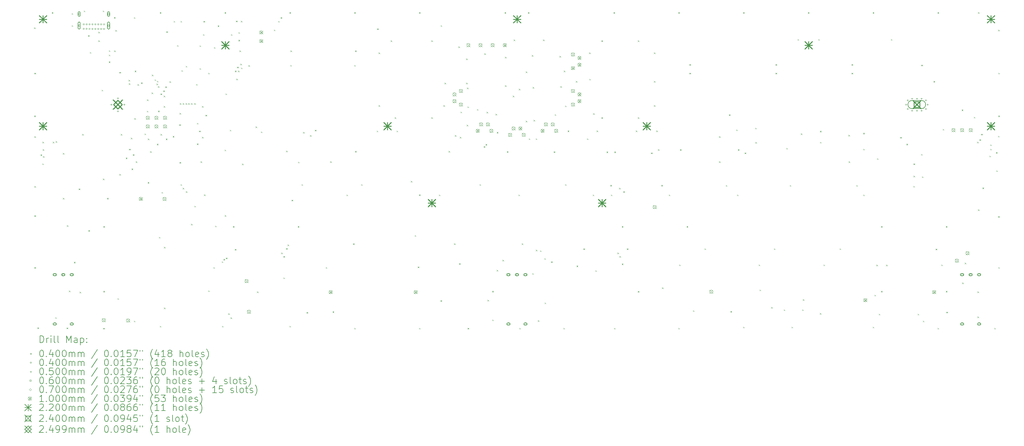
<source format=gbr>
%TF.GenerationSoftware,KiCad,Pcbnew,7.0.1-0*%
%TF.CreationDate,2023-04-11T07:48:09+09:00*%
%TF.ProjectId,Sandy_Base,53616e64-795f-4426-9173-652e6b696361,v.0*%
%TF.SameCoordinates,Original*%
%TF.FileFunction,Drillmap*%
%TF.FilePolarity,Positive*%
%FSLAX45Y45*%
G04 Gerber Fmt 4.5, Leading zero omitted, Abs format (unit mm)*
G04 Created by KiCad (PCBNEW 7.0.1-0) date 2023-04-11 07:48:09*
%MOMM*%
%LPD*%
G01*
G04 APERTURE LIST*
%ADD10C,0.200000*%
%ADD11C,0.040000*%
%ADD12C,0.050000*%
%ADD13C,0.060000*%
%ADD14C,0.070000*%
%ADD15C,0.100000*%
%ADD16C,0.220000*%
%ADD17C,0.240000*%
%ADD18C,0.249940*%
G04 APERTURE END LIST*
D10*
D11*
X1723893Y-2299341D02*
X1763893Y-2339341D01*
X1763893Y-2299341D02*
X1723893Y-2339341D01*
X1727908Y-4891728D02*
X1767908Y-4931728D01*
X1767908Y-4891728D02*
X1727908Y-4931728D01*
X1728656Y-6966590D02*
X1768656Y-7006590D01*
X1768656Y-6966590D02*
X1728656Y-7006590D01*
X1728656Y-3632840D02*
X1768656Y-3672840D01*
X1768656Y-3632840D02*
X1728656Y-3672840D01*
X1728656Y-5499741D02*
X1768656Y-5539741D01*
X1768656Y-5499741D02*
X1728656Y-5539741D01*
X1728656Y-7823840D02*
X1768656Y-7863840D01*
X1768656Y-7823840D02*
X1728656Y-7863840D01*
X1728656Y-9347841D02*
X1768656Y-9387841D01*
X1768656Y-9347841D02*
X1728656Y-9387841D01*
X1820000Y-11120000D02*
X1860000Y-11160000D01*
X1860000Y-11120000D02*
X1820000Y-11160000D01*
X1914393Y-6029965D02*
X1954393Y-6069965D01*
X1954393Y-6029965D02*
X1914393Y-6069965D01*
X1965193Y-6299840D02*
X2005193Y-6339840D01*
X2005193Y-6299840D02*
X1965193Y-6339840D01*
X1966781Y-5656903D02*
X2006781Y-5696903D01*
X2006781Y-5656903D02*
X1966781Y-5696903D01*
X1976110Y-5877565D02*
X2016110Y-5917565D01*
X2016110Y-5877565D02*
X1976110Y-5917565D01*
X1983713Y-6083720D02*
X2023713Y-6123720D01*
X2023713Y-6083720D02*
X1983713Y-6123720D01*
X2244594Y-1846903D02*
X2284594Y-1886903D01*
X2284594Y-1846903D02*
X2244594Y-1886903D01*
X2272350Y-5658487D02*
X2312350Y-5698487D01*
X2312350Y-5658487D02*
X2272350Y-5698487D01*
X2346194Y-10821041D02*
X2386194Y-10861041D01*
X2386194Y-10821041D02*
X2346194Y-10861041D01*
X2359593Y-5645680D02*
X2399593Y-5685680D01*
X2399593Y-5645680D02*
X2359593Y-5685680D01*
X2569593Y-5987840D02*
X2609593Y-6027840D01*
X2609593Y-5987840D02*
X2569593Y-6027840D01*
X2569593Y-7307840D02*
X2609593Y-7347840D01*
X2609593Y-7307840D02*
X2569593Y-7347840D01*
X2680000Y-11125841D02*
X2720000Y-11165841D01*
X2720000Y-11125841D02*
X2680000Y-11165841D01*
X2689593Y-8112840D02*
X2729593Y-8152840D01*
X2729593Y-8112840D02*
X2689593Y-8152840D01*
X2750000Y-10040000D02*
X2790000Y-10080000D01*
X2790000Y-10040000D02*
X2750000Y-10080000D01*
X2828793Y-1880240D02*
X2868793Y-1920240D01*
X2868793Y-1880240D02*
X2828793Y-1920240D01*
X2828793Y-2235841D02*
X2868793Y-2275841D01*
X2868793Y-2235841D02*
X2828793Y-2275841D01*
X2894593Y-9192841D02*
X2934593Y-9232841D01*
X2934593Y-9192841D02*
X2894593Y-9232841D01*
X3038343Y-7036440D02*
X3078343Y-7076440D01*
X3078343Y-7036440D02*
X3038343Y-7076440D01*
X3060000Y-10070000D02*
X3100000Y-10110000D01*
X3100000Y-10070000D02*
X3060000Y-10110000D01*
X3140000Y-5430000D02*
X3180000Y-5470000D01*
X3180000Y-5430000D02*
X3140000Y-5470000D01*
X3184393Y-1804040D02*
X3224393Y-1844040D01*
X3224393Y-1804040D02*
X3184393Y-1844040D01*
X3309593Y-2527841D02*
X3349593Y-2567841D01*
X3349593Y-2527841D02*
X3309593Y-2567841D01*
X3319593Y-8257840D02*
X3359593Y-8297840D01*
X3359593Y-8257840D02*
X3319593Y-8297840D01*
X3362193Y-3023240D02*
X3402193Y-3063240D01*
X3402193Y-3023240D02*
X3362193Y-3063240D01*
X3609593Y-2427841D02*
X3649593Y-2467841D01*
X3649593Y-2427841D02*
X3609593Y-2467841D01*
X3609593Y-2677841D02*
X3649593Y-2717841D01*
X3649593Y-2677841D02*
X3609593Y-2717841D01*
X3708866Y-4131913D02*
X3748866Y-4171913D01*
X3748866Y-4131913D02*
X3708866Y-4171913D01*
X3743193Y-1804040D02*
X3783193Y-1844040D01*
X3783193Y-1804040D02*
X3743193Y-1844040D01*
X3746847Y-6744376D02*
X3786847Y-6784376D01*
X3786847Y-6744376D02*
X3746847Y-6784376D01*
X3752718Y-11133778D02*
X3792718Y-11173778D01*
X3792718Y-11133778D02*
X3752718Y-11173778D01*
X3759593Y-8137840D02*
X3799593Y-8177840D01*
X3799593Y-8137840D02*
X3759593Y-8177840D01*
X3759593Y-10047841D02*
X3799593Y-10087841D01*
X3799593Y-10047841D02*
X3759593Y-10087841D01*
X3869593Y-7307840D02*
X3909593Y-7347840D01*
X3909593Y-7307840D02*
X3869593Y-7347840D01*
X3919593Y-3297840D02*
X3959593Y-3337840D01*
X3959593Y-3297840D02*
X3919593Y-3337840D01*
X3920993Y-3099440D02*
X3960993Y-3139440D01*
X3960993Y-3099440D02*
X3920993Y-3139440D01*
X3920994Y-2972440D02*
X3960994Y-3012440D01*
X3960994Y-2972440D02*
X3920994Y-3012440D01*
X4073393Y-1994540D02*
X4113393Y-2034540D01*
X4113393Y-1994540D02*
X4073393Y-2034540D01*
X4079593Y-2977840D02*
X4119593Y-3017840D01*
X4119593Y-2977840D02*
X4079593Y-3017840D01*
X4109593Y-2377841D02*
X4149593Y-2417841D01*
X4149593Y-2377841D02*
X4109593Y-2417841D01*
X4174993Y-10262241D02*
X4214994Y-10302241D01*
X4214994Y-10262241D02*
X4174993Y-10302241D01*
X4229593Y-3607840D02*
X4269593Y-3647840D01*
X4269593Y-3607840D02*
X4229593Y-3647840D01*
X4229598Y-6609876D02*
X4269598Y-6649876D01*
X4269598Y-6609876D02*
X4229598Y-6649876D01*
X4270000Y-5430000D02*
X4310000Y-5470000D01*
X4310000Y-5430000D02*
X4270000Y-5470000D01*
X4419598Y-6126782D02*
X4459598Y-6166782D01*
X4459598Y-6126782D02*
X4419598Y-6166782D01*
X4500000Y-3840000D02*
X4540000Y-3880000D01*
X4540000Y-3840000D02*
X4500000Y-3880000D01*
X4508843Y-3938843D02*
X4548843Y-3978843D01*
X4548843Y-3938843D02*
X4508843Y-3978843D01*
X4519593Y-5867840D02*
X4559593Y-5907840D01*
X4559593Y-5867840D02*
X4519593Y-5907840D01*
X4570000Y-5540000D02*
X4610000Y-5580000D01*
X4610000Y-5540000D02*
X4570000Y-5580000D01*
X4589593Y-6447840D02*
X4629593Y-6487840D01*
X4629593Y-6447840D02*
X4589593Y-6487840D01*
X4629593Y-6027840D02*
X4669593Y-6067840D01*
X4669593Y-6027840D02*
X4629593Y-6067840D01*
X4657594Y-1997715D02*
X4697594Y-2037715D01*
X4697594Y-1997715D02*
X4657594Y-2037715D01*
X4657594Y-10922641D02*
X4697594Y-10962641D01*
X4697594Y-10922641D02*
X4657594Y-10962641D01*
X4669593Y-4967841D02*
X4709593Y-5007841D01*
X4709593Y-4967841D02*
X4669593Y-5007841D01*
X4682810Y-3566803D02*
X4722810Y-3606803D01*
X4722810Y-3566803D02*
X4682810Y-3606803D01*
X4709593Y-6237840D02*
X4749593Y-6277840D01*
X4749593Y-6237840D02*
X4709593Y-6277840D01*
X4759593Y-3967840D02*
X4799593Y-4007840D01*
X4799593Y-3967840D02*
X4759593Y-4007840D01*
X4868365Y-3917522D02*
X4908365Y-3957522D01*
X4908365Y-3917522D02*
X4868365Y-3957522D01*
X4969593Y-5417841D02*
X5009593Y-5457841D01*
X5009593Y-5417841D02*
X4969593Y-5457841D01*
X5038594Y-4750441D02*
X5078594Y-4790441D01*
X5078594Y-4750441D02*
X5038594Y-4790441D01*
X5039593Y-4417841D02*
X5079593Y-4457841D01*
X5079593Y-4417841D02*
X5039593Y-4457841D01*
X5062406Y-6847528D02*
X5102406Y-6887528D01*
X5102406Y-6847528D02*
X5062406Y-6887528D01*
X5069593Y-5569276D02*
X5109593Y-5609276D01*
X5109593Y-5569276D02*
X5069593Y-5609276D01*
X5133767Y-5937814D02*
X5173767Y-5977814D01*
X5173767Y-5937814D02*
X5133767Y-5977814D01*
X5178294Y-4210688D02*
X5218294Y-4250688D01*
X5218294Y-4210688D02*
X5178294Y-4250688D01*
X5183630Y-3685126D02*
X5223630Y-3725126D01*
X5223630Y-3685126D02*
X5183630Y-3725126D01*
X5265594Y-3826763D02*
X5305594Y-3866763D01*
X5305594Y-3826763D02*
X5265594Y-3866763D01*
X5321565Y-3947322D02*
X5361565Y-3987322D01*
X5361565Y-3947322D02*
X5321565Y-3987322D01*
X5334932Y-3868095D02*
X5374932Y-3908095D01*
X5374932Y-3868095D02*
X5334932Y-3908095D01*
X5335000Y-5717160D02*
X5375000Y-5757160D01*
X5375000Y-5717160D02*
X5335000Y-5757160D01*
X5360990Y-4027807D02*
X5400990Y-4067807D01*
X5400990Y-4027807D02*
X5360990Y-4067807D01*
X5368794Y-4745361D02*
X5408794Y-4785361D01*
X5408794Y-4745361D02*
X5368794Y-4785361D01*
X5394194Y-8458841D02*
X5434194Y-8498841D01*
X5434194Y-8458841D02*
X5394194Y-8498841D01*
X5419594Y-1846903D02*
X5459594Y-1886903D01*
X5459594Y-1846903D02*
X5419594Y-1886903D01*
X5419594Y-11075041D02*
X5459594Y-11115041D01*
X5459594Y-11075041D02*
X5419594Y-11115041D01*
X5440000Y-5430000D02*
X5480000Y-5470000D01*
X5480000Y-5430000D02*
X5440000Y-5470000D01*
X5440766Y-4241588D02*
X5480766Y-4281588D01*
X5480766Y-4241588D02*
X5440766Y-4281588D01*
X5468606Y-7138040D02*
X5508606Y-7178040D01*
X5508606Y-7138040D02*
X5468606Y-7178040D01*
X5521194Y-4153540D02*
X5561194Y-4193540D01*
X5561194Y-4153540D02*
X5521194Y-4193540D01*
X5531354Y-4305941D02*
X5571354Y-4345941D01*
X5571354Y-4305941D02*
X5531354Y-4345941D01*
X5531354Y-4608201D02*
X5571354Y-4648201D01*
X5571354Y-4608201D02*
X5531354Y-4648201D01*
X5538656Y-10538466D02*
X5578656Y-10578466D01*
X5578656Y-10538466D02*
X5538656Y-10578466D01*
X5538656Y-8752528D02*
X5578656Y-8792528D01*
X5578656Y-8752528D02*
X5538656Y-8792528D01*
X5579931Y-4031303D02*
X5619931Y-4071303D01*
X5619931Y-4031303D02*
X5579931Y-4071303D01*
X5595458Y-5569276D02*
X5635458Y-5609276D01*
X5635458Y-5569276D02*
X5595458Y-5609276D01*
X5609593Y-2413641D02*
X5649593Y-2453641D01*
X5649593Y-2413641D02*
X5609593Y-2453641D01*
X5703756Y-3882078D02*
X5743756Y-3922078D01*
X5743756Y-3882078D02*
X5703756Y-3922078D01*
X5800593Y-5490000D02*
X5840593Y-5530000D01*
X5840593Y-5490000D02*
X5800593Y-5530000D01*
X5825993Y-2108841D02*
X5865993Y-2148841D01*
X5865993Y-2108841D02*
X5825993Y-2148841D01*
X5927593Y-2820040D02*
X5967593Y-2860040D01*
X5967593Y-2820040D02*
X5927593Y-2860040D01*
X5989593Y-5147841D02*
X6029593Y-5187841D01*
X6029593Y-5147841D02*
X5989593Y-5187841D01*
X5999593Y-4813941D02*
X6039593Y-4853941D01*
X6039593Y-4813941D02*
X5999593Y-4853941D01*
X5999593Y-6257840D02*
X6039593Y-6297840D01*
X6039593Y-6257840D02*
X5999593Y-6297840D01*
X6009593Y-4527841D02*
X6049593Y-4567841D01*
X6049593Y-4527841D02*
X6009593Y-4567841D01*
X6029193Y-2108841D02*
X6069193Y-2148841D01*
X6069193Y-2108841D02*
X6029193Y-2148841D01*
X6029193Y-6909440D02*
X6069193Y-6949440D01*
X6069193Y-6909440D02*
X6029193Y-6949440D01*
X6054593Y-3556640D02*
X6094593Y-3596640D01*
X6094593Y-3556640D02*
X6054593Y-3596640D01*
X6094181Y-7012528D02*
X6134181Y-7052528D01*
X6134181Y-7012528D02*
X6094181Y-7052528D01*
X6094227Y-4523421D02*
X6134227Y-4563421D01*
X6134227Y-4523421D02*
X6094227Y-4563421D01*
X6174359Y-4528126D02*
X6214359Y-4568126D01*
X6214359Y-4528126D02*
X6174359Y-4568126D01*
X6181593Y-3429640D02*
X6221593Y-3469640D01*
X6221593Y-3429640D02*
X6181593Y-3469640D01*
X6183306Y-7117528D02*
X6223306Y-7157528D01*
X6223306Y-7117528D02*
X6183306Y-7157528D01*
X6254628Y-4527822D02*
X6294628Y-4567822D01*
X6294628Y-4527822D02*
X6254628Y-4567822D01*
X6334899Y-4527842D02*
X6374899Y-4567842D01*
X6374899Y-4527842D02*
X6334899Y-4567842D01*
X6340000Y-8070000D02*
X6380000Y-8110000D01*
X6380000Y-8070000D02*
X6340000Y-8110000D01*
X6429593Y-4527841D02*
X6469593Y-4567841D01*
X6469593Y-4527841D02*
X6429593Y-4567841D01*
X6435593Y-7544440D02*
X6475593Y-7584440D01*
X6475593Y-7544440D02*
X6435593Y-7584440D01*
X6486393Y-3963040D02*
X6526393Y-4003040D01*
X6526393Y-3963040D02*
X6486393Y-4003040D01*
X6511793Y-5106041D02*
X6551793Y-5146041D01*
X6551793Y-5106041D02*
X6511793Y-5146041D01*
X6511793Y-5710680D02*
X6551793Y-5750680D01*
X6551793Y-5710680D02*
X6511793Y-5750680D01*
X6574763Y-5334641D02*
X6614763Y-5374641D01*
X6614763Y-5334641D02*
X6574763Y-5374641D01*
X6587993Y-2827840D02*
X6627993Y-2867840D01*
X6627993Y-2827840D02*
X6587993Y-2867840D01*
X6587993Y-3496315D02*
X6627993Y-3536315D01*
X6627993Y-3496315D02*
X6587993Y-3536315D01*
X6616093Y-6236356D02*
X6656093Y-6276356D01*
X6656093Y-6236356D02*
X6616093Y-6276356D01*
X6662093Y-4607907D02*
X6702093Y-4647907D01*
X6702093Y-4607907D02*
X6662093Y-4647907D01*
X6662093Y-5518950D02*
X6702093Y-5558950D01*
X6702093Y-5518950D02*
X6662093Y-5558950D01*
X6689593Y-2497841D02*
X6729593Y-2537841D01*
X6729593Y-2497841D02*
X6689593Y-2537841D01*
X6702293Y-2108841D02*
X6742293Y-2148841D01*
X6742293Y-2108841D02*
X6702293Y-2148841D01*
X6718325Y-7209271D02*
X6758325Y-7249271D01*
X6758325Y-7209271D02*
X6718325Y-7249271D01*
X6759593Y-4867841D02*
X6799593Y-4907841D01*
X6799593Y-4867841D02*
X6759593Y-4907841D01*
X6841993Y-3632840D02*
X6881993Y-3672840D01*
X6881993Y-3632840D02*
X6841993Y-3672840D01*
X6841993Y-10033641D02*
X6881993Y-10073641D01*
X6881993Y-10033641D02*
X6841993Y-10073641D01*
X6994393Y-9347841D02*
X7034393Y-9387841D01*
X7034393Y-9347841D02*
X6994393Y-9387841D01*
X7009593Y-2877840D02*
X7049593Y-2917840D01*
X7049593Y-2877840D02*
X7009593Y-2917840D01*
X7045193Y-8128640D02*
X7085193Y-8168640D01*
X7085193Y-8128640D02*
X7045193Y-8168640D01*
X7119593Y-2237841D02*
X7159593Y-2277841D01*
X7159593Y-2237841D02*
X7119593Y-2277841D01*
X7239593Y-9177841D02*
X7279593Y-9217841D01*
X7279593Y-9177841D02*
X7239593Y-9217841D01*
X7248393Y-11075041D02*
X7288393Y-11115041D01*
X7288393Y-11075041D02*
X7248393Y-11115041D01*
X7289593Y-9107841D02*
X7329593Y-9147841D01*
X7329593Y-9107841D02*
X7289593Y-9147841D01*
X7324593Y-1846903D02*
X7364593Y-1886903D01*
X7364593Y-1846903D02*
X7324593Y-1886903D01*
X7324593Y-5893440D02*
X7364593Y-5933440D01*
X7364593Y-5893440D02*
X7324593Y-5933440D01*
X7328744Y-7819690D02*
X7368744Y-7859690D01*
X7368744Y-7819690D02*
X7328744Y-7859690D01*
X7349993Y-4242441D02*
X7389993Y-4282441D01*
X7389993Y-4242441D02*
X7349993Y-4282441D01*
X7359593Y-9067841D02*
X7399593Y-9107841D01*
X7399593Y-9067841D02*
X7359593Y-9107841D01*
X7429593Y-10703466D02*
X7469593Y-10743466D01*
X7469593Y-10703466D02*
X7429593Y-10743466D01*
X7476993Y-5309241D02*
X7516993Y-5349241D01*
X7516993Y-5309241D02*
X7476993Y-5349241D01*
X7499593Y-10822528D02*
X7539593Y-10862528D01*
X7539593Y-10822528D02*
X7499593Y-10862528D01*
X7509593Y-2497841D02*
X7549593Y-2537841D01*
X7549593Y-2497841D02*
X7509593Y-2537841D01*
X7568594Y-8141365D02*
X7608594Y-8181365D01*
X7608594Y-8141365D02*
X7568594Y-8181365D01*
X7625688Y-8814441D02*
X7665688Y-8854441D01*
X7665688Y-8814441D02*
X7625688Y-8854441D01*
X7629393Y-3569340D02*
X7669393Y-3609340D01*
X7669393Y-3569340D02*
X7629393Y-3609340D01*
X7660000Y-2100000D02*
X7700000Y-2140000D01*
X7700000Y-2100000D02*
X7660000Y-2140000D01*
X7669593Y-3807840D02*
X7709593Y-3847840D01*
X7709593Y-3807840D02*
X7669593Y-3847840D01*
X7692972Y-3454966D02*
X7732972Y-3494966D01*
X7732972Y-3454966D02*
X7692972Y-3494966D01*
X7718293Y-3569341D02*
X7758293Y-3609341D01*
X7758293Y-3569341D02*
X7718293Y-3609341D01*
X7730000Y-2439041D02*
X7770000Y-2479041D01*
X7770000Y-2439041D02*
X7730000Y-2479041D01*
X7730000Y-2661288D02*
X7770000Y-2701288D01*
X7770000Y-2661288D02*
X7730000Y-2701288D01*
X7759593Y-2977840D02*
X7799593Y-3017840D01*
X7799593Y-2977840D02*
X7759593Y-3017840D01*
X7783114Y-3367002D02*
X7823114Y-3407002D01*
X7823114Y-3367002D02*
X7783114Y-3407002D01*
X7799320Y-2102106D02*
X7839320Y-2142106D01*
X7839320Y-2102106D02*
X7799320Y-2142106D01*
X7807347Y-3480287D02*
X7847347Y-3520287D01*
X7847347Y-3480287D02*
X7807347Y-3520287D01*
X7834593Y-6302840D02*
X7874593Y-6342840D01*
X7874593Y-6302840D02*
X7834593Y-6342840D01*
X8019593Y-3407840D02*
X8059593Y-3447840D01*
X8059593Y-3407840D02*
X8019593Y-3447840D01*
X8235774Y-5212884D02*
X8275774Y-5252884D01*
X8275774Y-5212884D02*
X8235774Y-5252884D01*
X8277093Y-10062216D02*
X8317093Y-10102216D01*
X8317093Y-10062216D02*
X8277093Y-10102216D01*
X8391394Y-5360041D02*
X8431394Y-5400041D01*
X8431394Y-5360041D02*
X8391394Y-5400041D01*
X8772394Y-2362841D02*
X8812394Y-2402841D01*
X8812394Y-2362841D02*
X8772394Y-2402841D01*
X8899394Y-2108841D02*
X8939394Y-2148841D01*
X8939394Y-2108841D02*
X8899394Y-2148841D01*
X8972419Y-1997715D02*
X9012419Y-2037715D01*
X9012419Y-1997715D02*
X8972419Y-2037715D01*
X8988294Y-8919216D02*
X9028294Y-8959216D01*
X9028294Y-8919216D02*
X8988294Y-8959216D01*
X9051264Y-9021345D02*
X9091264Y-9061345D01*
X9091264Y-9021345D02*
X9051264Y-9061345D01*
X9051794Y-9652641D02*
X9091794Y-9692641D01*
X9091794Y-9652641D02*
X9051794Y-9692641D01*
X9129593Y-8787841D02*
X9169593Y-8827841D01*
X9169593Y-8787841D02*
X9129593Y-8827841D01*
X9130000Y-5920000D02*
X9170000Y-5960000D01*
X9170000Y-5920000D02*
X9130000Y-5960000D01*
X9172806Y-8684628D02*
X9212806Y-8724628D01*
X9212806Y-8684628D02*
X9172806Y-8724628D01*
X9229594Y-1846903D02*
X9269594Y-1886903D01*
X9269594Y-1846903D02*
X9229594Y-1886903D01*
X9229594Y-11075041D02*
X9269594Y-11115041D01*
X9269594Y-11075041D02*
X9229594Y-11115041D01*
X9254994Y-3404240D02*
X9294994Y-3444240D01*
X9294994Y-3404240D02*
X9254994Y-3444240D01*
X9259594Y-2977840D02*
X9299594Y-3017840D01*
X9299594Y-2977840D02*
X9259594Y-3017840D01*
X9293094Y-7366640D02*
X9333094Y-7406640D01*
X9333094Y-7366640D02*
X9293094Y-7406640D01*
X9473594Y-8140000D02*
X9513594Y-8180000D01*
X9513594Y-8140000D02*
X9473594Y-8180000D01*
X9483594Y-6249040D02*
X9523594Y-6289040D01*
X9523594Y-6249040D02*
X9483594Y-6289040D01*
X9585194Y-6909440D02*
X9625194Y-6949440D01*
X9625194Y-6909440D02*
X9585194Y-6949440D01*
X9630000Y-5370000D02*
X9670000Y-5410000D01*
X9670000Y-5370000D02*
X9630000Y-5410000D01*
X9729593Y-10667841D02*
X9769593Y-10707841D01*
X9769593Y-10667841D02*
X9729593Y-10707841D01*
X9835156Y-5465871D02*
X9875156Y-5505871D01*
X9875156Y-5465871D02*
X9835156Y-5505871D01*
X9979593Y-5307841D02*
X10019593Y-5347841D01*
X10019593Y-5307841D02*
X9979593Y-5347841D01*
X10296394Y-9347841D02*
X10336394Y-9387841D01*
X10336394Y-9347841D02*
X10296394Y-9387841D01*
X10426094Y-6236356D02*
X10466094Y-6276356D01*
X10466094Y-6236356D02*
X10426094Y-6276356D01*
X10499593Y-10647841D02*
X10539593Y-10687841D01*
X10539593Y-10647841D02*
X10499593Y-10687841D01*
X10905994Y-7214240D02*
X10945994Y-7254240D01*
X10945994Y-7214240D02*
X10905994Y-7254240D01*
X11099593Y-8647841D02*
X11139593Y-8687841D01*
X11139593Y-8647841D02*
X11099593Y-8687841D01*
X11134594Y-1846903D02*
X11174594Y-1886903D01*
X11174594Y-1846903D02*
X11134594Y-1886903D01*
X11134594Y-3404240D02*
X11174594Y-3444240D01*
X11174594Y-3404240D02*
X11134594Y-3444240D01*
X11134594Y-11133778D02*
X11174594Y-11173778D01*
X11174594Y-11133778D02*
X11134594Y-11173778D01*
X11159594Y-2977840D02*
X11199593Y-3017840D01*
X11199593Y-2977840D02*
X11159594Y-3017840D01*
X11159594Y-5927840D02*
X11199593Y-5967840D01*
X11199593Y-5927840D02*
X11159594Y-5967840D01*
X11337793Y-6909440D02*
X11377793Y-6949440D01*
X11377793Y-6909440D02*
X11337793Y-6949440D01*
X11794993Y-5334641D02*
X11834993Y-5374641D01*
X11834993Y-5334641D02*
X11794993Y-5374641D01*
X11809593Y-2327841D02*
X11849593Y-2367841D01*
X11849593Y-2327841D02*
X11809593Y-2367841D01*
X11848968Y-3037528D02*
X11888968Y-3077528D01*
X11888968Y-3037528D02*
X11848968Y-3077528D01*
X11848968Y-4585341D02*
X11888968Y-4625341D01*
X11888968Y-4585341D02*
X11848968Y-4625341D01*
X12206156Y-2680341D02*
X12246156Y-2720341D01*
X12246156Y-2680341D02*
X12206156Y-2720341D01*
X12325218Y-4942528D02*
X12365218Y-4982528D01*
X12365218Y-4942528D02*
X12325218Y-4982528D01*
X12379193Y-5334641D02*
X12419193Y-5374641D01*
X12419193Y-5334641D02*
X12379193Y-5374641D01*
X12796883Y-6809098D02*
X12836883Y-6849098D01*
X12836883Y-6809098D02*
X12796883Y-6849098D01*
X12912593Y-8408041D02*
X12952593Y-8448041D01*
X12952593Y-8408041D02*
X12912593Y-8448041D01*
X13001206Y-9330259D02*
X13041206Y-9370259D01*
X13041206Y-9330259D02*
X13001206Y-9370259D01*
X13039593Y-1846903D02*
X13079593Y-1886903D01*
X13079593Y-1846903D02*
X13039593Y-1886903D01*
X13039593Y-7212261D02*
X13079593Y-7252261D01*
X13079593Y-7212261D02*
X13039593Y-7252261D01*
X13039593Y-11133778D02*
X13079593Y-11173778D01*
X13079593Y-11133778D02*
X13039593Y-11173778D01*
X13396781Y-2680341D02*
X13436781Y-2720341D01*
X13436781Y-2680341D02*
X13396781Y-2720341D01*
X13396781Y-4942528D02*
X13436781Y-4982528D01*
X13436781Y-4942528D02*
X13396781Y-4982528D01*
X13623793Y-7214240D02*
X13663793Y-7254240D01*
X13663793Y-7214240D02*
X13623793Y-7254240D01*
X13670000Y-10320000D02*
X13710000Y-10360000D01*
X13710000Y-10320000D02*
X13670000Y-10360000D01*
X13674593Y-2235841D02*
X13714593Y-2275841D01*
X13714593Y-2235841D02*
X13674593Y-2275841D01*
X13753968Y-4585341D02*
X13793968Y-4625341D01*
X13793968Y-4585341D02*
X13753968Y-4625341D01*
X13788893Y-3924940D02*
X13828893Y-3964940D01*
X13828893Y-3924940D02*
X13788893Y-3964940D01*
X13909593Y-5927840D02*
X13949593Y-5967840D01*
X13949593Y-5927840D02*
X13909593Y-5967840D01*
X14069593Y-8647841D02*
X14109593Y-8687841D01*
X14109593Y-8647841D02*
X14069593Y-8687841D01*
X14092689Y-5465871D02*
X14132689Y-5505871D01*
X14132689Y-5465871D02*
X14092689Y-5505871D01*
X14195293Y-2858140D02*
X14235293Y-2898140D01*
X14235293Y-2858140D02*
X14195293Y-2898140D01*
X14215403Y-9230811D02*
X14255403Y-9270811D01*
X14255403Y-9230811D02*
X14215403Y-9270811D01*
X14239593Y-5518950D02*
X14279593Y-5558950D01*
X14279593Y-5518950D02*
X14239593Y-5558950D01*
X14258793Y-4775841D02*
X14298793Y-4815841D01*
X14298793Y-4775841D02*
X14258793Y-4815841D01*
X14423893Y-3213740D02*
X14463893Y-3253740D01*
X14463893Y-3213740D02*
X14423893Y-3253740D01*
X14423893Y-3924940D02*
X14463893Y-3964940D01*
X14463893Y-3924940D02*
X14423893Y-3964940D01*
X14439593Y-5157841D02*
X14479593Y-5197841D01*
X14479593Y-5157841D02*
X14439593Y-5197841D01*
X14450000Y-4070000D02*
X14490000Y-4110000D01*
X14490000Y-4070000D02*
X14450000Y-4110000D01*
X14461993Y-4623441D02*
X14501993Y-4663441D01*
X14501993Y-4623441D02*
X14461993Y-4663441D01*
X14468343Y-11133778D02*
X14508343Y-11173778D01*
X14508343Y-11133778D02*
X14468343Y-11173778D01*
X14741393Y-4699641D02*
X14781393Y-4739641D01*
X14781393Y-4699641D02*
X14741393Y-4739641D01*
X14817593Y-6909440D02*
X14857593Y-6949440D01*
X14857593Y-6909440D02*
X14817593Y-6949440D01*
X14939593Y-5791170D02*
X14979593Y-5831170D01*
X14979593Y-5791170D02*
X14939593Y-5831170D01*
X14957293Y-3061340D02*
X14997293Y-3101340D01*
X14997293Y-3061340D02*
X14957293Y-3101340D01*
X14995393Y-5728200D02*
X15035393Y-5768200D01*
X15035393Y-5728200D02*
X14995393Y-5768200D01*
X15027067Y-4782114D02*
X15067067Y-4822114D01*
X15067067Y-4782114D02*
X15027067Y-4822114D01*
X15049593Y-10307841D02*
X15089593Y-10347841D01*
X15089593Y-10307841D02*
X15049593Y-10347841D01*
X15188597Y-10046376D02*
X15228597Y-10086376D01*
X15228597Y-10046376D02*
X15188597Y-10086376D01*
X15189593Y-10887841D02*
X15229593Y-10927841D01*
X15229593Y-10887841D02*
X15189593Y-10927841D01*
X15287493Y-4839341D02*
X15327493Y-4879341D01*
X15327493Y-4839341D02*
X15287493Y-4879341D01*
X15320000Y-9430000D02*
X15360000Y-9470000D01*
X15360000Y-9430000D02*
X15320000Y-9470000D01*
X15325593Y-5374871D02*
X15365593Y-5414871D01*
X15365593Y-5374871D02*
X15325593Y-5414871D01*
X15489593Y-9130000D02*
X15529593Y-9170000D01*
X15529593Y-9130000D02*
X15489593Y-9170000D01*
X15554193Y-1846903D02*
X15594193Y-1886903D01*
X15594193Y-1846903D02*
X15554193Y-1886903D01*
X15566893Y-3162940D02*
X15606893Y-3202940D01*
X15606893Y-3162940D02*
X15566893Y-3202940D01*
X15566893Y-4001140D02*
X15606893Y-4041140D01*
X15606893Y-4001140D02*
X15566893Y-4041140D01*
X15620000Y-5940000D02*
X15660000Y-5980000D01*
X15660000Y-5940000D02*
X15620000Y-5980000D01*
X15795493Y-4305941D02*
X15835493Y-4345941D01*
X15835493Y-4305941D02*
X15795493Y-4345941D01*
X15820893Y-2654941D02*
X15860893Y-2694941D01*
X15860893Y-2654941D02*
X15820893Y-2694941D01*
X15960593Y-7214240D02*
X16000593Y-7254240D01*
X16000593Y-7214240D02*
X15960593Y-7254240D01*
X15973293Y-4102740D02*
X16013293Y-4142740D01*
X16013293Y-4102740D02*
X15973293Y-4142740D01*
X15985993Y-11133778D02*
X16025993Y-11173778D01*
X16025993Y-11133778D02*
X15985993Y-11173778D01*
X16059593Y-8647841D02*
X16099593Y-8687841D01*
X16099593Y-8647841D02*
X16059593Y-8687841D01*
X16176493Y-3594740D02*
X16216493Y-3634740D01*
X16216493Y-3594740D02*
X16176493Y-3634740D01*
X16176493Y-5042541D02*
X16216493Y-5082541D01*
X16216493Y-5042541D02*
X16176493Y-5082541D01*
X16239993Y-1846903D02*
X16279993Y-1886903D01*
X16279993Y-1846903D02*
X16239993Y-1886903D01*
X16265393Y-5563241D02*
X16305393Y-5603240D01*
X16305393Y-5563241D02*
X16265393Y-5603240D01*
X16354293Y-3112140D02*
X16394293Y-3152140D01*
X16394293Y-3112140D02*
X16354293Y-3152140D01*
X16366993Y-9525641D02*
X16406993Y-9565641D01*
X16406993Y-9525641D02*
X16366993Y-9565641D01*
X16379693Y-4051940D02*
X16419693Y-4091940D01*
X16419693Y-4051940D02*
X16379693Y-4091940D01*
X16405093Y-5017141D02*
X16445093Y-5057141D01*
X16445093Y-5017141D02*
X16405093Y-5057141D01*
X16468593Y-5563241D02*
X16508593Y-5603240D01*
X16508593Y-5563241D02*
X16468593Y-5603240D01*
X16474867Y-8836742D02*
X16514867Y-8876742D01*
X16514867Y-8836742D02*
X16474867Y-8876742D01*
X16529593Y-10907841D02*
X16569593Y-10947841D01*
X16569593Y-10907841D02*
X16529593Y-10947841D01*
X16595594Y-8856246D02*
X16635594Y-8896246D01*
X16635594Y-8856246D02*
X16595594Y-8896246D01*
X16684493Y-2654941D02*
X16724493Y-2694941D01*
X16724493Y-2654941D02*
X16684493Y-2694941D01*
X16722779Y-9084655D02*
X16762779Y-9124655D01*
X16762779Y-9084655D02*
X16722779Y-9124655D01*
X16730531Y-10387841D02*
X16770531Y-10427841D01*
X16770531Y-10387841D02*
X16730531Y-10427841D01*
X16919594Y-9177841D02*
X16959594Y-9217841D01*
X16959594Y-9177841D02*
X16919594Y-9217841D01*
X16999593Y-5942685D02*
X17039593Y-5982685D01*
X17039593Y-5942685D02*
X16999593Y-5982685D01*
X17027394Y-4852041D02*
X17067394Y-4892041D01*
X17067394Y-4852041D02*
X17027394Y-4892041D01*
X17167094Y-3137540D02*
X17207094Y-3177540D01*
X17207094Y-3137540D02*
X17167094Y-3177540D01*
X17192494Y-4026540D02*
X17232494Y-4066540D01*
X17232494Y-4026540D02*
X17192494Y-4066540D01*
X17281394Y-11133778D02*
X17321394Y-11173778D01*
X17321394Y-11133778D02*
X17281394Y-11173778D01*
X17294094Y-3569340D02*
X17334094Y-3609340D01*
X17334094Y-3569340D02*
X17294094Y-3609340D01*
X17332194Y-4598041D02*
X17372194Y-4638041D01*
X17372194Y-4598041D02*
X17332194Y-4638041D01*
X17332194Y-6909440D02*
X17372194Y-6949440D01*
X17372194Y-6909440D02*
X17332194Y-6949440D01*
X17408394Y-5327841D02*
X17448394Y-5367841D01*
X17448394Y-5327841D02*
X17408394Y-5367841D01*
X17649694Y-3874140D02*
X17689694Y-3914140D01*
X17689694Y-3874140D02*
X17649694Y-3914140D01*
X17669593Y-9297841D02*
X17709593Y-9337841D01*
X17709593Y-9297841D02*
X17669593Y-9337841D01*
X17869593Y-8797841D02*
X17909593Y-8837841D01*
X17909593Y-8797841D02*
X17869593Y-8837841D01*
X17974707Y-5563164D02*
X18014707Y-5603164D01*
X18014707Y-5563164D02*
X17974707Y-5603164D01*
X18040219Y-3037528D02*
X18080219Y-3077528D01*
X18080219Y-3037528D02*
X18040219Y-3077528D01*
X18043394Y-3810640D02*
X18083394Y-3850640D01*
X18083394Y-3810640D02*
X18043394Y-3850640D01*
X18144994Y-7214240D02*
X18184994Y-7254240D01*
X18184994Y-7214240D02*
X18144994Y-7254240D01*
X18159281Y-4823466D02*
X18199281Y-4863466D01*
X18199281Y-4823466D02*
X18159281Y-4863466D01*
X18220000Y-9440000D02*
X18260000Y-9480000D01*
X18260000Y-9440000D02*
X18220000Y-9480000D01*
X18259594Y-5327841D02*
X18299594Y-5367841D01*
X18299594Y-5327841D02*
X18259594Y-5367841D01*
X18397406Y-2680341D02*
X18437406Y-2720341D01*
X18437406Y-2680341D02*
X18397406Y-2720341D01*
X18397406Y-4942528D02*
X18437406Y-4982528D01*
X18437406Y-4942528D02*
X18397406Y-4982528D01*
X18549593Y-5947840D02*
X18589593Y-5987840D01*
X18589593Y-5947840D02*
X18549593Y-5987840D01*
X18659594Y-6927840D02*
X18699594Y-6967840D01*
X18699594Y-6927840D02*
X18659594Y-6967840D01*
X18678394Y-7214240D02*
X18718394Y-7254240D01*
X18718394Y-7214240D02*
X18678394Y-7254240D01*
X18754594Y-1846903D02*
X18794594Y-1886903D01*
X18794594Y-1846903D02*
X18754594Y-1886903D01*
X18770000Y-11133778D02*
X18810000Y-11173778D01*
X18810000Y-11133778D02*
X18770000Y-11173778D01*
X18779593Y-5947840D02*
X18819593Y-5987840D01*
X18819593Y-5947840D02*
X18779593Y-5987840D01*
X18869593Y-8919216D02*
X18909593Y-8959216D01*
X18909593Y-8919216D02*
X18869593Y-8959216D01*
X18917480Y-7012087D02*
X18957480Y-7052087D01*
X18957480Y-7012087D02*
X18917480Y-7052087D01*
X18929593Y-9021685D02*
X18969593Y-9061685D01*
X18969593Y-9021685D02*
X18929593Y-9061685D01*
X19000000Y-8140000D02*
X19040000Y-8180000D01*
X19040000Y-8140000D02*
X19000000Y-8180000D01*
X19000000Y-9240000D02*
X19040000Y-9280000D01*
X19040000Y-9240000D02*
X19000000Y-9280000D01*
X19042563Y-7118079D02*
X19082563Y-7158079D01*
X19082563Y-7118079D02*
X19042563Y-7158079D01*
X19149593Y-8797841D02*
X19189593Y-8837841D01*
X19189593Y-8797841D02*
X19149593Y-8837841D01*
X19409594Y-5327841D02*
X19449594Y-5367841D01*
X19449594Y-5327841D02*
X19409594Y-5367841D01*
X19468969Y-2680341D02*
X19508969Y-2720341D01*
X19508969Y-2680341D02*
X19468969Y-2720341D01*
X19468969Y-4942528D02*
X19508969Y-4982528D01*
X19508969Y-4942528D02*
X19468969Y-4982528D01*
X19470000Y-10050000D02*
X19510000Y-10090000D01*
X19510000Y-10050000D02*
X19470000Y-10090000D01*
X19859594Y-5977840D02*
X19899594Y-6017840D01*
X19899594Y-5977840D02*
X19859594Y-6017840D01*
X19945219Y-3037528D02*
X19985219Y-3077528D01*
X19985219Y-3037528D02*
X19945219Y-3077528D01*
X19945219Y-3870965D02*
X19985219Y-3910965D01*
X19985219Y-3870965D02*
X19945219Y-3910965D01*
X19945219Y-4585341D02*
X19985219Y-4625341D01*
X19985219Y-4585341D02*
X19945219Y-4625341D01*
X20009594Y-5327841D02*
X20049594Y-5367841D01*
X20049594Y-5327841D02*
X20009594Y-5367841D01*
X20059594Y-5877840D02*
X20099594Y-5917840D01*
X20099594Y-5877840D02*
X20059594Y-5917840D01*
X20159594Y-6927840D02*
X20199594Y-6967840D01*
X20199594Y-6927840D02*
X20159594Y-6967840D01*
X20183343Y-9943153D02*
X20223343Y-9983153D01*
X20223343Y-9943153D02*
X20183343Y-9983153D01*
X20380194Y-7214240D02*
X20420194Y-7254240D01*
X20420194Y-7214240D02*
X20380194Y-7254240D01*
X20659594Y-1846903D02*
X20699594Y-1886903D01*
X20699594Y-1846903D02*
X20659594Y-1886903D01*
X20659594Y-11133778D02*
X20699594Y-11173778D01*
X20699594Y-11133778D02*
X20659594Y-11173778D01*
X20684994Y-9271641D02*
X20724994Y-9311641D01*
X20724994Y-9271641D02*
X20684994Y-9311641D01*
X20709594Y-5877840D02*
X20749594Y-5917840D01*
X20749594Y-5877840D02*
X20709594Y-5917840D01*
X20903662Y-8141364D02*
X20943662Y-8181364D01*
X20943662Y-8141364D02*
X20903662Y-8181364D01*
X20986619Y-3378840D02*
X21026619Y-3418840D01*
X21026619Y-3378840D02*
X20986619Y-3418840D01*
X20986619Y-3632840D02*
X21026619Y-3672840D01*
X21026619Y-3632840D02*
X20986619Y-3672840D01*
X21091394Y-10617841D02*
X21131394Y-10657841D01*
X21131394Y-10617841D02*
X21091394Y-10657841D01*
X21429593Y-8797841D02*
X21469593Y-8837841D01*
X21469593Y-8797841D02*
X21429593Y-8837841D01*
X21859593Y-5500194D02*
X21899593Y-5540194D01*
X21899593Y-5500194D02*
X21859593Y-5540194D01*
X21859593Y-6237840D02*
X21899593Y-6277840D01*
X21899593Y-6237840D02*
X21859593Y-6277840D01*
X22056594Y-6934840D02*
X22096594Y-6974840D01*
X22096594Y-6934840D02*
X22056594Y-6974840D01*
X22149802Y-4855548D02*
X22189802Y-4895548D01*
X22189802Y-4855548D02*
X22149802Y-4895548D01*
X22192172Y-10640496D02*
X22232172Y-10680496D01*
X22232172Y-10640496D02*
X22192172Y-10680496D01*
X22359594Y-5299716D02*
X22399593Y-5339716D01*
X22399593Y-5299716D02*
X22359594Y-5339716D01*
X22386793Y-7214240D02*
X22426793Y-7254240D01*
X22426793Y-7214240D02*
X22386793Y-7254240D01*
X22412193Y-5877840D02*
X22452193Y-5917840D01*
X22452193Y-5877840D02*
X22412193Y-5917840D01*
X22564593Y-1846903D02*
X22604593Y-1886903D01*
X22604593Y-1846903D02*
X22564593Y-1886903D01*
X22564593Y-11100441D02*
X22604593Y-11140441D01*
X22604593Y-11100441D02*
X22564593Y-11140441D01*
X22609593Y-5977840D02*
X22649593Y-6017840D01*
X22649593Y-5977840D02*
X22609593Y-6017840D01*
X22920193Y-5248916D02*
X22960193Y-5288916D01*
X22960193Y-5248916D02*
X22920193Y-5288916D01*
X22925696Y-5666740D02*
X22965696Y-5706740D01*
X22965696Y-5666740D02*
X22925696Y-5706740D01*
X23021793Y-9271641D02*
X23061793Y-9311641D01*
X23061793Y-9271641D02*
X23021793Y-9311641D01*
X23047193Y-10008241D02*
X23087193Y-10048241D01*
X23087193Y-10008241D02*
X23047193Y-10048241D01*
X23390000Y-10520000D02*
X23430000Y-10560000D01*
X23430000Y-10520000D02*
X23390000Y-10560000D01*
X23469593Y-8797841D02*
X23509593Y-8837841D01*
X23509593Y-8797841D02*
X23469593Y-8837841D01*
X23517173Y-3378852D02*
X23557173Y-3418852D01*
X23557173Y-3378852D02*
X23517173Y-3418852D01*
X23517173Y-3632852D02*
X23557173Y-3672852D01*
X23557173Y-3632852D02*
X23517173Y-3672852D01*
X23758393Y-10592441D02*
X23798393Y-10632441D01*
X23798393Y-10592441D02*
X23758393Y-10632441D01*
X23834593Y-5842640D02*
X23874593Y-5882640D01*
X23874593Y-5842640D02*
X23834593Y-5882640D01*
X23936193Y-6934840D02*
X23976193Y-6974840D01*
X23976193Y-6934840D02*
X23936193Y-6974840D01*
X23986993Y-11100441D02*
X24026993Y-11140441D01*
X24026993Y-11100441D02*
X23986993Y-11140441D01*
X24164793Y-2642241D02*
X24204793Y-2682241D01*
X24204793Y-2642241D02*
X24164793Y-2682241D01*
X24259593Y-5411360D02*
X24299593Y-5451360D01*
X24299593Y-5411360D02*
X24259593Y-5451360D01*
X24299593Y-10592441D02*
X24339593Y-10632441D01*
X24339593Y-10592441D02*
X24299593Y-10632441D01*
X24320000Y-10290000D02*
X24360000Y-10330000D01*
X24360000Y-10290000D02*
X24320000Y-10330000D01*
X24469593Y-1846903D02*
X24509593Y-1886903D01*
X24509593Y-1846903D02*
X24469593Y-1886903D01*
X24774393Y-2642241D02*
X24814393Y-2682241D01*
X24814393Y-2642241D02*
X24774393Y-2682241D01*
X24820000Y-10700000D02*
X24860000Y-10740000D01*
X24860000Y-10700000D02*
X24820000Y-10740000D01*
X24825193Y-5337816D02*
X24865193Y-5377816D01*
X24865193Y-5337816D02*
X24825193Y-5377816D01*
X24825193Y-5663749D02*
X24865193Y-5703749D01*
X24865193Y-5663749D02*
X24825193Y-5703749D01*
X24926793Y-9271641D02*
X24966793Y-9311641D01*
X24966793Y-9271641D02*
X24926793Y-9311641D01*
X25399593Y-8797841D02*
X25439593Y-8837841D01*
X25439593Y-8797841D02*
X25399593Y-8837841D01*
X25660000Y-5457030D02*
X25700000Y-5497030D01*
X25700000Y-5457030D02*
X25660000Y-5497030D01*
X25666097Y-6236376D02*
X25706097Y-6276376D01*
X25706097Y-6236376D02*
X25666097Y-6276376D01*
X25749118Y-3378840D02*
X25789118Y-3418840D01*
X25789118Y-3378840D02*
X25749118Y-3418840D01*
X25749118Y-3632840D02*
X25789118Y-3672840D01*
X25789118Y-3632840D02*
X25749118Y-3672840D01*
X25891993Y-6934840D02*
X25931993Y-6974840D01*
X25931993Y-6934840D02*
X25891993Y-6974840D01*
X26095193Y-5398450D02*
X26135193Y-5438450D01*
X26135193Y-5398450D02*
X26095193Y-5438450D01*
X26095193Y-5868040D02*
X26135193Y-5908040D01*
X26135193Y-5868040D02*
X26095193Y-5908040D01*
X26095193Y-7214240D02*
X26135193Y-7254240D01*
X26135193Y-7214240D02*
X26095193Y-7254240D01*
X26374593Y-1846903D02*
X26414593Y-1886903D01*
X26414593Y-1846903D02*
X26374593Y-1886903D01*
X26374593Y-11100441D02*
X26414593Y-11140441D01*
X26414593Y-11100441D02*
X26374593Y-11140441D01*
X26425393Y-10160641D02*
X26465393Y-10200641D01*
X26465393Y-10160641D02*
X26425393Y-10200641D01*
X26479593Y-9277841D02*
X26519593Y-9317841D01*
X26519593Y-9277841D02*
X26479593Y-9317841D01*
X26501593Y-6147440D02*
X26541593Y-6187440D01*
X26541593Y-6147440D02*
X26501593Y-6187440D01*
X26552393Y-10719441D02*
X26592393Y-10759441D01*
X26592393Y-10719441D02*
X26552393Y-10759441D01*
X26618701Y-8141368D02*
X26658701Y-8181368D01*
X26658701Y-8141368D02*
X26618701Y-8181368D01*
X26618701Y-10046373D02*
X26658701Y-10086373D01*
X26658701Y-10046373D02*
X26618701Y-10086373D01*
X26769593Y-9277841D02*
X26809593Y-9317841D01*
X26809593Y-9277841D02*
X26769593Y-9317841D01*
X26907993Y-2642241D02*
X26947993Y-2682241D01*
X26947993Y-2642241D02*
X26907993Y-2682241D01*
X27180000Y-5520000D02*
X27220000Y-5560000D01*
X27220000Y-5520000D02*
X27180000Y-5560000D01*
X27365205Y-5719710D02*
X27405205Y-5759710D01*
X27405205Y-5719710D02*
X27365205Y-5759710D01*
X27568393Y-6960240D02*
X27608393Y-7000240D01*
X27608393Y-6960240D02*
X27568393Y-7000240D01*
X27570000Y-6300000D02*
X27610000Y-6340000D01*
X27610000Y-6300000D02*
X27570000Y-6340000D01*
X27570000Y-6660000D02*
X27610000Y-6700000D01*
X27610000Y-6660000D02*
X27570000Y-6700000D01*
X27695393Y-10719441D02*
X27735393Y-10759441D01*
X27735393Y-10719441D02*
X27695393Y-10759441D01*
X27796323Y-6019770D02*
X27836323Y-6059770D01*
X27836323Y-6019770D02*
X27796323Y-6059770D01*
X27803343Y-3394715D02*
X27843343Y-3434715D01*
X27843343Y-3394715D02*
X27803343Y-3434715D01*
X27822393Y-6680840D02*
X27862393Y-6720840D01*
X27862393Y-6680840D02*
X27822393Y-6720840D01*
X27847793Y-10922641D02*
X27887793Y-10962641D01*
X27887793Y-10922641D02*
X27847793Y-10962641D01*
X28160531Y-3870965D02*
X28200531Y-3910965D01*
X28200531Y-3870965D02*
X28160531Y-3910965D01*
X28223501Y-8805993D02*
X28263501Y-8845993D01*
X28263501Y-8805993D02*
X28223501Y-8845993D01*
X28279593Y-1846903D02*
X28319593Y-1886903D01*
X28319593Y-1846903D02*
X28279593Y-1886903D01*
X28279593Y-11133778D02*
X28319593Y-11173778D01*
X28319593Y-11133778D02*
X28279593Y-11173778D01*
X28389593Y-9271641D02*
X28429593Y-9311641D01*
X28429593Y-9271641D02*
X28389593Y-9311641D01*
X28431993Y-5283841D02*
X28471993Y-5323841D01*
X28471993Y-5283841D02*
X28431993Y-5323841D01*
X28523709Y-10046377D02*
X28563709Y-10086377D01*
X28563709Y-10046377D02*
X28523709Y-10086377D01*
X28523710Y-8141368D02*
X28563710Y-8181368D01*
X28563710Y-8141368D02*
X28523710Y-8181368D01*
X28540000Y-10660000D02*
X28580000Y-10700000D01*
X28580000Y-10660000D02*
X28540000Y-10700000D01*
X28990793Y-4712341D02*
X29030793Y-4752341D01*
X29030793Y-4712341D02*
X28990793Y-4752341D01*
X29000000Y-9800000D02*
X29040000Y-9840000D01*
X29040000Y-9800000D02*
X29000000Y-9840000D01*
X29079593Y-9217841D02*
X29119593Y-9257841D01*
X29119593Y-9217841D02*
X29079593Y-9257841D01*
X29346393Y-4928241D02*
X29386393Y-4968241D01*
X29386393Y-4928241D02*
X29346393Y-4968241D01*
X29440293Y-5657160D02*
X29480293Y-5697160D01*
X29480293Y-5657160D02*
X29440293Y-5697160D01*
X29450000Y-10060000D02*
X29490000Y-10100000D01*
X29490000Y-10060000D02*
X29450000Y-10100000D01*
X29450000Y-10800000D02*
X29490000Y-10840000D01*
X29490000Y-10800000D02*
X29450000Y-10840000D01*
X29469593Y-7647840D02*
X29509593Y-7687840D01*
X29509593Y-7647840D02*
X29469593Y-7687840D01*
X29470218Y-1846903D02*
X29510218Y-1886903D01*
X29510218Y-1846903D02*
X29470218Y-1886903D01*
X29509593Y-5587841D02*
X29549593Y-5627840D01*
X29549593Y-5587841D02*
X29509593Y-5627840D01*
X29559593Y-5427841D02*
X29599593Y-5467841D01*
X29599593Y-5427841D02*
X29559593Y-5467841D01*
X29599593Y-7007840D02*
X29639593Y-7047840D01*
X29639593Y-7007840D02*
X29599593Y-7047840D01*
X29803593Y-6071240D02*
X29843593Y-6111240D01*
X29843593Y-6071240D02*
X29803593Y-6111240D01*
X29828993Y-5741040D02*
X29868993Y-5781040D01*
X29868993Y-5741040D02*
X29828993Y-5781040D01*
X29828993Y-5868040D02*
X29868993Y-5908040D01*
X29868993Y-5868040D02*
X29828993Y-5908040D01*
X29946468Y-11133778D02*
X29986468Y-11173778D01*
X29986468Y-11133778D02*
X29946468Y-11173778D01*
X29996450Y-5963287D02*
X30036450Y-6003287D01*
X30036450Y-5963287D02*
X29996450Y-6003287D01*
X30006793Y-6503040D02*
X30046793Y-6543040D01*
X30046793Y-6503040D02*
X30006793Y-6543040D01*
X30057593Y-5487041D02*
X30097593Y-5527041D01*
X30097593Y-5487041D02*
X30057593Y-5527041D01*
X30059593Y-2367841D02*
X30099593Y-2407841D01*
X30099593Y-2367841D02*
X30059593Y-2407841D01*
X30059593Y-7847840D02*
X30099593Y-7887840D01*
X30099593Y-7847840D02*
X30059593Y-7887840D01*
X30065531Y-3632840D02*
X30105531Y-3672840D01*
X30105531Y-3632840D02*
X30065531Y-3672840D01*
X30065531Y-4891728D02*
X30105531Y-4931728D01*
X30105531Y-4891728D02*
X30065531Y-4931728D01*
X30065531Y-9347841D02*
X30105531Y-9387841D01*
X30105531Y-9347841D02*
X30065531Y-9387841D01*
X3204593Y-2206837D02*
G75*
G03*
X3204593Y-2206837I-20000J0D01*
G01*
X3204593Y-2341837D02*
G75*
G03*
X3204593Y-2341837I-20000J0D01*
G01*
X3289593Y-2206837D02*
G75*
G03*
X3289593Y-2206837I-20000J0D01*
G01*
X3289593Y-2341837D02*
G75*
G03*
X3289593Y-2341837I-20000J0D01*
G01*
X3374593Y-2206837D02*
G75*
G03*
X3374593Y-2206837I-20000J0D01*
G01*
X3374593Y-2341837D02*
G75*
G03*
X3374593Y-2341837I-20000J0D01*
G01*
X3459593Y-2206837D02*
G75*
G03*
X3459593Y-2206837I-20000J0D01*
G01*
X3459593Y-2341837D02*
G75*
G03*
X3459593Y-2341837I-20000J0D01*
G01*
X3544593Y-2206837D02*
G75*
G03*
X3544593Y-2206837I-20000J0D01*
G01*
X3544593Y-2341837D02*
G75*
G03*
X3544593Y-2341837I-20000J0D01*
G01*
X3629593Y-2206837D02*
G75*
G03*
X3629593Y-2206837I-20000J0D01*
G01*
X3629593Y-2341837D02*
G75*
G03*
X3629593Y-2341837I-20000J0D01*
G01*
X3714593Y-2206837D02*
G75*
G03*
X3714593Y-2206837I-20000J0D01*
G01*
X3714593Y-2341837D02*
G75*
G03*
X3714593Y-2341837I-20000J0D01*
G01*
X3799593Y-2206837D02*
G75*
G03*
X3799593Y-2206837I-20000J0D01*
G01*
X3799593Y-2341837D02*
G75*
G03*
X3799593Y-2341837I-20000J0D01*
G01*
D12*
X3994593Y-4542837D02*
X3994593Y-4592837D01*
X3969593Y-4567837D02*
X4019593Y-4567837D01*
X4049593Y-4407837D02*
X4049593Y-4457837D01*
X4024593Y-4432837D02*
X4074593Y-4432837D01*
X4049593Y-4672837D02*
X4049593Y-4722837D01*
X4024593Y-4697837D02*
X4074593Y-4697837D01*
X4184593Y-4352837D02*
X4184593Y-4402837D01*
X4159593Y-4377837D02*
X4209594Y-4377837D01*
X4184593Y-4732837D02*
X4184593Y-4782837D01*
X4159593Y-4757837D02*
X4209594Y-4757837D01*
X4309594Y-4407837D02*
X4309594Y-4457837D01*
X4284594Y-4432837D02*
X4334594Y-4432837D01*
X4309594Y-4677837D02*
X4309594Y-4727837D01*
X4284594Y-4702837D02*
X4334594Y-4702837D01*
X4374594Y-4542837D02*
X4374594Y-4592837D01*
X4349594Y-4567837D02*
X4399594Y-4567837D01*
X27354593Y-4542837D02*
X27354593Y-4592837D01*
X27329593Y-4567837D02*
X27379593Y-4567837D01*
X27404593Y-4417837D02*
X27404593Y-4467837D01*
X27379593Y-4442837D02*
X27429593Y-4442837D01*
X27404593Y-4667837D02*
X27404593Y-4717837D01*
X27379593Y-4692837D02*
X27429593Y-4692837D01*
X27529593Y-4367837D02*
X27529593Y-4417837D01*
X27504593Y-4392837D02*
X27554593Y-4392837D01*
X27529593Y-4717837D02*
X27529593Y-4767837D01*
X27504593Y-4742837D02*
X27554593Y-4742837D01*
X27669593Y-4367837D02*
X27669593Y-4417837D01*
X27644593Y-4392837D02*
X27694593Y-4392837D01*
X27669593Y-4717837D02*
X27669593Y-4767837D01*
X27644593Y-4742837D02*
X27694593Y-4742837D01*
X27809593Y-4367837D02*
X27809593Y-4417837D01*
X27784593Y-4392837D02*
X27834593Y-4392837D01*
X27809593Y-4717837D02*
X27809593Y-4767837D01*
X27784593Y-4742837D02*
X27834593Y-4742837D01*
X27934593Y-4417837D02*
X27934593Y-4467837D01*
X27909593Y-4442837D02*
X27959593Y-4442837D01*
X27934593Y-4667837D02*
X27934593Y-4717837D01*
X27909593Y-4692837D02*
X27959593Y-4692837D01*
X27984593Y-4542837D02*
X27984593Y-4592837D01*
X27959593Y-4567837D02*
X28009593Y-4567837D01*
D13*
X3070807Y-1927050D02*
X3070807Y-1884623D01*
X3028380Y-1884623D01*
X3028380Y-1927050D01*
X3070807Y-1927050D01*
D10*
X3019593Y-1865836D02*
X3019593Y-1945836D01*
X3019593Y-1945836D02*
G75*
G03*
X3079593Y-1945836I30000J0D01*
G01*
X3079593Y-1945836D02*
X3079593Y-1865836D01*
X3079593Y-1865836D02*
G75*
G03*
X3019593Y-1865836I-30000J0D01*
G01*
D13*
X3070807Y-2265050D02*
X3070807Y-2222623D01*
X3028380Y-2222623D01*
X3028380Y-2265050D01*
X3070807Y-2265050D01*
D10*
X3019593Y-2168837D02*
X3019593Y-2318837D01*
X3019593Y-2318837D02*
G75*
G03*
X3079593Y-2318837I30000J0D01*
G01*
X3079593Y-2318837D02*
X3079593Y-2168837D01*
X3079593Y-2168837D02*
G75*
G03*
X3019593Y-2168837I-30000J0D01*
G01*
D13*
X3935807Y-1927050D02*
X3935807Y-1884623D01*
X3893380Y-1884623D01*
X3893380Y-1927050D01*
X3935807Y-1927050D01*
D10*
X3884593Y-1865836D02*
X3884593Y-1945836D01*
X3884593Y-1945836D02*
G75*
G03*
X3944593Y-1945836I30000J0D01*
G01*
X3944593Y-1945836D02*
X3944593Y-1865836D01*
X3944593Y-1865836D02*
G75*
G03*
X3884593Y-1865836I-30000J0D01*
G01*
D13*
X3935807Y-2265050D02*
X3935807Y-2222623D01*
X3893380Y-2222623D01*
X3893380Y-2265050D01*
X3935807Y-2265050D01*
D10*
X3884593Y-2168837D02*
X3884593Y-2318837D01*
X3884593Y-2318837D02*
G75*
G03*
X3944593Y-2318837I30000J0D01*
G01*
X3944593Y-2318837D02*
X3944593Y-2168837D01*
X3944593Y-2168837D02*
G75*
G03*
X3884593Y-2168837I-30000J0D01*
G01*
D14*
X2332098Y-9605377D02*
X2367098Y-9570377D01*
X2332098Y-9535377D01*
X2297098Y-9570377D01*
X2332098Y-9605377D01*
D10*
X2317098Y-9605377D02*
X2347098Y-9605377D01*
X2347098Y-9605377D02*
G75*
G03*
X2347098Y-9535377I0J35000D01*
G01*
X2347098Y-9535377D02*
X2317098Y-9535377D01*
X2317098Y-9535377D02*
G75*
G03*
X2317098Y-9605377I0J-35000D01*
G01*
D14*
X2332098Y-11055377D02*
X2367098Y-11020377D01*
X2332098Y-10985377D01*
X2297098Y-11020377D01*
X2332098Y-11055377D01*
D10*
X2317098Y-11055377D02*
X2347098Y-11055377D01*
X2347098Y-11055377D02*
G75*
G03*
X2347098Y-10985377I0J35000D01*
G01*
X2347098Y-10985377D02*
X2317098Y-10985377D01*
X2317098Y-10985377D02*
G75*
G03*
X2317098Y-11055377I0J-35000D01*
G01*
D14*
X2582098Y-9605377D02*
X2617098Y-9570377D01*
X2582098Y-9535377D01*
X2547098Y-9570377D01*
X2582098Y-9605377D01*
D10*
X2567098Y-9605377D02*
X2597098Y-9605377D01*
X2597098Y-9605377D02*
G75*
G03*
X2597098Y-9535377I0J35000D01*
G01*
X2597098Y-9535377D02*
X2567098Y-9535377D01*
X2567098Y-9535377D02*
G75*
G03*
X2567098Y-9605377I0J-35000D01*
G01*
D14*
X2832097Y-9605377D02*
X2867097Y-9570377D01*
X2832097Y-9535377D01*
X2797097Y-9570377D01*
X2832097Y-9605377D01*
D10*
X2817097Y-9605377D02*
X2847097Y-9605377D01*
X2847097Y-9605377D02*
G75*
G03*
X2847097Y-9535377I0J35000D01*
G01*
X2847097Y-9535377D02*
X2817097Y-9535377D01*
X2817097Y-9535377D02*
G75*
G03*
X2817097Y-9605377I0J-35000D01*
G01*
D14*
X2832097Y-11055377D02*
X2867097Y-11020377D01*
X2832097Y-10985377D01*
X2797097Y-11020377D01*
X2832097Y-11055377D01*
D10*
X2817097Y-11055377D02*
X2847097Y-11055377D01*
X2847097Y-11055377D02*
G75*
G03*
X2847097Y-10985377I0J35000D01*
G01*
X2847097Y-10985377D02*
X2817097Y-10985377D01*
X2817097Y-10985377D02*
G75*
G03*
X2817097Y-11055377I0J-35000D01*
G01*
D14*
X15667097Y-9605341D02*
X15702097Y-9570341D01*
X15667097Y-9535341D01*
X15632097Y-9570341D01*
X15667097Y-9605341D01*
D10*
X15652097Y-9605341D02*
X15682097Y-9605341D01*
X15682097Y-9605341D02*
G75*
G03*
X15682097Y-9535341I0J35000D01*
G01*
X15682097Y-9535341D02*
X15652097Y-9535341D01*
X15652097Y-9535341D02*
G75*
G03*
X15652097Y-9605341I0J-35000D01*
G01*
D14*
X15667097Y-11055341D02*
X15702097Y-11020341D01*
X15667097Y-10985341D01*
X15632097Y-11020341D01*
X15667097Y-11055341D01*
D10*
X15652097Y-11055341D02*
X15682097Y-11055341D01*
X15682097Y-11055341D02*
G75*
G03*
X15682097Y-10985341I0J35000D01*
G01*
X15682097Y-10985341D02*
X15652097Y-10985341D01*
X15652097Y-10985341D02*
G75*
G03*
X15652097Y-11055341I0J-35000D01*
G01*
D14*
X15917097Y-9605341D02*
X15952097Y-9570341D01*
X15917097Y-9535341D01*
X15882097Y-9570341D01*
X15917097Y-9605341D01*
D10*
X15902097Y-9605341D02*
X15932097Y-9605341D01*
X15932097Y-9605341D02*
G75*
G03*
X15932097Y-9535341I0J35000D01*
G01*
X15932097Y-9535341D02*
X15902097Y-9535341D01*
X15902097Y-9535341D02*
G75*
G03*
X15902097Y-9605341I0J-35000D01*
G01*
D14*
X16167097Y-9605341D02*
X16202097Y-9570341D01*
X16167097Y-9535341D01*
X16132097Y-9570341D01*
X16167097Y-9605341D01*
D10*
X16152097Y-9605341D02*
X16182097Y-9605341D01*
X16182097Y-9605341D02*
G75*
G03*
X16182097Y-9535341I0J35000D01*
G01*
X16182097Y-9535341D02*
X16152097Y-9535341D01*
X16152097Y-9535341D02*
G75*
G03*
X16152097Y-9605341I0J-35000D01*
G01*
D14*
X16167097Y-11055341D02*
X16202097Y-11020341D01*
X16167097Y-10985341D01*
X16132097Y-11020341D01*
X16167097Y-11055341D01*
D10*
X16152097Y-11055341D02*
X16182097Y-11055341D01*
X16182097Y-11055341D02*
G75*
G03*
X16182097Y-10985341I0J35000D01*
G01*
X16182097Y-10985341D02*
X16152097Y-10985341D01*
X16152097Y-10985341D02*
G75*
G03*
X16152097Y-11055341I0J-35000D01*
G01*
D14*
X29002209Y-9605377D02*
X29037209Y-9570377D01*
X29002209Y-9535377D01*
X28967209Y-9570377D01*
X29002209Y-9605377D01*
D10*
X28987209Y-9605377D02*
X29017209Y-9605377D01*
X29017209Y-9605377D02*
G75*
G03*
X29017209Y-9535377I0J35000D01*
G01*
X29017209Y-9535377D02*
X28987209Y-9535377D01*
X28987209Y-9535377D02*
G75*
G03*
X28987209Y-9605377I0J-35000D01*
G01*
D14*
X29002209Y-11055377D02*
X29037209Y-11020377D01*
X29002209Y-10985377D01*
X28967209Y-11020377D01*
X29002209Y-11055377D01*
D10*
X28987209Y-11055377D02*
X29017209Y-11055377D01*
X29017209Y-11055377D02*
G75*
G03*
X29017209Y-10985377I0J35000D01*
G01*
X29017209Y-10985377D02*
X28987209Y-10985377D01*
X28987209Y-10985377D02*
G75*
G03*
X28987209Y-11055377I0J-35000D01*
G01*
D14*
X29252209Y-9605377D02*
X29287209Y-9570377D01*
X29252209Y-9535377D01*
X29217209Y-9570377D01*
X29252209Y-9605377D01*
D10*
X29237209Y-9605377D02*
X29267209Y-9605377D01*
X29267209Y-9605377D02*
G75*
G03*
X29267209Y-9535377I0J35000D01*
G01*
X29267209Y-9535377D02*
X29237209Y-9535377D01*
X29237209Y-9535377D02*
G75*
G03*
X29237209Y-9605377I0J-35000D01*
G01*
D14*
X29502209Y-9605377D02*
X29537209Y-9570377D01*
X29502209Y-9535377D01*
X29467209Y-9570377D01*
X29502209Y-9605377D01*
D10*
X29487209Y-9605377D02*
X29517209Y-9605377D01*
X29517209Y-9605377D02*
G75*
G03*
X29517209Y-9535377I0J35000D01*
G01*
X29517209Y-9535377D02*
X29487209Y-9535377D01*
X29487209Y-9535377D02*
G75*
G03*
X29487209Y-9605377I0J-35000D01*
G01*
D14*
X29502209Y-11055377D02*
X29537209Y-11020377D01*
X29502209Y-10985377D01*
X29467209Y-11020377D01*
X29502209Y-11055377D01*
D10*
X29487209Y-11055377D02*
X29517209Y-11055377D01*
X29517209Y-11055377D02*
G75*
G03*
X29517209Y-10985377I0J35000D01*
G01*
X29517209Y-10985377D02*
X29487209Y-10985377D01*
X29487209Y-10985377D02*
G75*
G03*
X29487209Y-11055377I0J-35000D01*
G01*
D15*
X3722718Y-10857841D02*
X3822718Y-10957841D01*
X3822718Y-10857841D02*
X3722718Y-10957841D01*
X3822718Y-10907841D02*
G75*
G03*
X3822718Y-10907841I-50000J0D01*
G01*
X4437093Y-10865653D02*
X4537093Y-10965653D01*
X4537093Y-10865653D02*
X4437093Y-10965653D01*
X4537093Y-10915653D02*
G75*
G03*
X4537093Y-10915653I-50000J0D01*
G01*
X4810000Y-7290000D02*
X4910000Y-7390000D01*
X4910000Y-7290000D02*
X4810000Y-7390000D01*
X4910000Y-7340000D02*
G75*
G03*
X4910000Y-7340000I-50000J0D01*
G01*
X5015031Y-4905091D02*
X5115031Y-5005091D01*
X5115031Y-4905091D02*
X5015031Y-5005091D01*
X5115031Y-4955091D02*
G75*
G03*
X5115031Y-4955091I-50000J0D01*
G01*
X5015031Y-5159091D02*
X5115031Y-5259091D01*
X5115031Y-5159091D02*
X5015031Y-5259091D01*
X5115031Y-5209091D02*
G75*
G03*
X5115031Y-5209091I-50000J0D01*
G01*
X5269031Y-4905091D02*
X5369031Y-5005091D01*
X5369031Y-4905091D02*
X5269031Y-5005091D01*
X5369031Y-4955091D02*
G75*
G03*
X5369031Y-4955091I-50000J0D01*
G01*
X5269031Y-5159091D02*
X5369031Y-5259091D01*
X5369031Y-5159091D02*
X5269031Y-5259091D01*
X5369031Y-5209091D02*
G75*
G03*
X5369031Y-5209091I-50000J0D01*
G01*
X5508656Y-7293778D02*
X5608656Y-7393778D01*
X5608656Y-7293778D02*
X5508656Y-7393778D01*
X5608656Y-7343778D02*
G75*
G03*
X5608656Y-7343778I-50000J0D01*
G01*
X5523031Y-4905091D02*
X5623031Y-5005091D01*
X5623031Y-4905091D02*
X5523031Y-5005091D01*
X5623031Y-4955091D02*
G75*
G03*
X5623031Y-4955091I-50000J0D01*
G01*
X5523031Y-5159091D02*
X5623031Y-5259091D01*
X5623031Y-5159091D02*
X5523031Y-5259091D01*
X5623031Y-5209091D02*
G75*
G03*
X5623031Y-5209091I-50000J0D01*
G01*
X7919593Y-9707841D02*
X8019593Y-9807841D01*
X8019593Y-9707841D02*
X7919593Y-9807841D01*
X8019593Y-9757841D02*
G75*
G03*
X8019593Y-9757841I-50000J0D01*
G01*
X7990000Y-10610000D02*
X8090000Y-10710000D01*
X8090000Y-10610000D02*
X7990000Y-10710000D01*
X8090000Y-10660000D02*
G75*
G03*
X8090000Y-10660000I-50000J0D01*
G01*
X8350000Y-2396000D02*
X8450000Y-2496000D01*
X8450000Y-2396000D02*
X8350000Y-2496000D01*
X8450000Y-2446000D02*
G75*
G03*
X8450000Y-2446000I-50000J0D01*
G01*
X8350000Y-2650000D02*
X8450000Y-2750000D01*
X8450000Y-2650000D02*
X8350000Y-2750000D01*
X8450000Y-2700000D02*
G75*
G03*
X8450000Y-2700000I-50000J0D01*
G01*
X10390219Y-10032216D02*
X10490219Y-10132216D01*
X10490219Y-10032216D02*
X10390219Y-10132216D01*
X10490219Y-10082216D02*
G75*
G03*
X10490219Y-10082216I-50000J0D01*
G01*
X12890531Y-10032216D02*
X12990531Y-10132216D01*
X12990531Y-10032216D02*
X12890531Y-10132216D01*
X12990531Y-10082216D02*
G75*
G03*
X12990531Y-10082216I-50000J0D01*
G01*
X14030218Y-4217216D02*
X14130218Y-4317216D01*
X14130218Y-4217216D02*
X14030218Y-4317216D01*
X14130218Y-4267216D02*
G75*
G03*
X14130218Y-4267216I-50000J0D01*
G01*
X14030218Y-4417216D02*
X14130218Y-4517216D01*
X14130218Y-4417216D02*
X14030218Y-4517216D01*
X14130218Y-4467216D02*
G75*
G03*
X14130218Y-4467216I-50000J0D01*
G01*
X14220218Y-4117215D02*
X14320218Y-4217216D01*
X14320218Y-4117215D02*
X14220218Y-4217216D01*
X14320218Y-4167215D02*
G75*
G03*
X14320218Y-4167215I-50000J0D01*
G01*
X14220218Y-4517216D02*
X14320218Y-4617216D01*
X14320218Y-4517216D02*
X14220218Y-4617216D01*
X14320218Y-4567216D02*
G75*
G03*
X14320218Y-4567216I-50000J0D01*
G01*
X14438343Y-2769403D02*
X14538343Y-2869403D01*
X14538343Y-2769403D02*
X14438343Y-2869403D01*
X14538343Y-2819403D02*
G75*
G03*
X14538343Y-2819403I-50000J0D01*
G01*
X14714593Y-5289716D02*
X14814593Y-5389716D01*
X14814593Y-5289716D02*
X14714593Y-5389716D01*
X14814593Y-5339716D02*
G75*
G03*
X14814593Y-5339716I-50000J0D01*
G01*
X14795531Y-2769403D02*
X14895531Y-2869403D01*
X14895531Y-2769403D02*
X14795531Y-2869403D01*
X14895531Y-2819403D02*
G75*
G03*
X14895531Y-2819403I-50000J0D01*
G01*
X14814593Y-5099716D02*
X14914593Y-5199716D01*
X14914593Y-5099716D02*
X14814593Y-5199716D01*
X14914593Y-5149716D02*
G75*
G03*
X14914593Y-5149716I-50000J0D01*
G01*
X15014593Y-5099716D02*
X15114593Y-5199716D01*
X15114593Y-5099716D02*
X15014593Y-5199716D01*
X15114593Y-5149716D02*
G75*
G03*
X15114593Y-5149716I-50000J0D01*
G01*
X15114593Y-5289716D02*
X15214593Y-5389716D01*
X15214593Y-5289716D02*
X15114593Y-5389716D01*
X15214593Y-5339716D02*
G75*
G03*
X15214593Y-5339716I-50000J0D01*
G01*
X15152718Y-2769403D02*
X15252718Y-2869403D01*
X15252718Y-2769403D02*
X15152718Y-2869403D01*
X15252718Y-2819403D02*
G75*
G03*
X15252718Y-2819403I-50000J0D01*
G01*
X15509906Y-2769403D02*
X15609906Y-2869403D01*
X15609906Y-2769403D02*
X15509906Y-2869403D01*
X15609906Y-2819403D02*
G75*
G03*
X15609906Y-2819403I-50000J0D01*
G01*
X15667093Y-5408778D02*
X15767093Y-5508778D01*
X15767093Y-5408778D02*
X15667093Y-5508778D01*
X15767093Y-5458778D02*
G75*
G03*
X15767093Y-5458778I-50000J0D01*
G01*
X15767093Y-5218778D02*
X15867093Y-5318778D01*
X15867093Y-5218778D02*
X15767093Y-5318778D01*
X15867093Y-5268778D02*
G75*
G03*
X15867093Y-5268778I-50000J0D01*
G01*
X15967093Y-5218778D02*
X16067093Y-5318778D01*
X16067093Y-5218778D02*
X15967093Y-5318778D01*
X16067093Y-5268778D02*
G75*
G03*
X16067093Y-5268778I-50000J0D01*
G01*
X16067093Y-5408778D02*
X16167093Y-5508778D01*
X16167093Y-5408778D02*
X16067093Y-5508778D01*
X16167093Y-5458778D02*
G75*
G03*
X16167093Y-5458778I-50000J0D01*
G01*
X16619593Y-5289716D02*
X16719593Y-5389716D01*
X16719593Y-5289716D02*
X16619593Y-5389716D01*
X16719593Y-5339716D02*
G75*
G03*
X16719593Y-5339716I-50000J0D01*
G01*
X16719593Y-5099716D02*
X16819594Y-5199716D01*
X16819594Y-5099716D02*
X16719593Y-5199716D01*
X16819594Y-5149716D02*
G75*
G03*
X16819594Y-5149716I-50000J0D01*
G01*
X16919594Y-5099716D02*
X17019594Y-5199716D01*
X17019594Y-5099716D02*
X16919594Y-5199716D01*
X17019594Y-5149716D02*
G75*
G03*
X17019594Y-5149716I-50000J0D01*
G01*
X17019594Y-5289716D02*
X17119594Y-5389716D01*
X17119594Y-5289716D02*
X17019594Y-5389716D01*
X17119594Y-5339716D02*
G75*
G03*
X17119594Y-5339716I-50000J0D01*
G01*
X17513969Y-3045653D02*
X17613969Y-3145653D01*
X17613969Y-3045653D02*
X17513969Y-3145653D01*
X17613969Y-3095653D02*
G75*
G03*
X17613969Y-3095653I-50000J0D01*
G01*
X17513969Y-3445653D02*
X17613969Y-3545653D01*
X17613969Y-3445653D02*
X17513969Y-3545653D01*
X17613969Y-3495653D02*
G75*
G03*
X17613969Y-3495653I-50000J0D01*
G01*
X17513969Y-4117215D02*
X17613969Y-4217216D01*
X17613969Y-4117215D02*
X17513969Y-4217216D01*
X17613969Y-4167215D02*
G75*
G03*
X17613969Y-4167215I-50000J0D01*
G01*
X17513969Y-4517216D02*
X17613969Y-4617216D01*
X17613969Y-4517216D02*
X17513969Y-4617216D01*
X17613969Y-4567216D02*
G75*
G03*
X17613969Y-4567216I-50000J0D01*
G01*
X17703969Y-3145653D02*
X17803969Y-3245653D01*
X17803969Y-3145653D02*
X17703969Y-3245653D01*
X17803969Y-3195653D02*
G75*
G03*
X17803969Y-3195653I-50000J0D01*
G01*
X17703969Y-3345653D02*
X17803969Y-3445653D01*
X17803969Y-3345653D02*
X17703969Y-3445653D01*
X17803969Y-3395653D02*
G75*
G03*
X17803969Y-3395653I-50000J0D01*
G01*
X17703969Y-4217216D02*
X17803969Y-4317216D01*
X17803969Y-4217216D02*
X17703969Y-4317216D01*
X17803969Y-4267216D02*
G75*
G03*
X17803969Y-4267216I-50000J0D01*
G01*
X17703969Y-4417216D02*
X17803969Y-4517216D01*
X17803969Y-4417216D02*
X17703969Y-4517216D01*
X17803969Y-4467216D02*
G75*
G03*
X17803969Y-4467216I-50000J0D01*
G01*
X19915219Y-7531903D02*
X20015219Y-7631903D01*
X20015219Y-7531903D02*
X19915219Y-7631903D01*
X20015219Y-7581903D02*
G75*
G03*
X20015219Y-7581903I-50000J0D01*
G01*
X21580000Y-10020000D02*
X21680000Y-10120000D01*
X21680000Y-10020000D02*
X21580000Y-10120000D01*
X21680000Y-10070000D02*
G75*
G03*
X21680000Y-10070000I-50000J0D01*
G01*
X26106468Y-10270341D02*
X26206468Y-10370341D01*
X26206468Y-10270341D02*
X26106468Y-10370341D01*
X26206468Y-10320341D02*
G75*
G03*
X26206468Y-10320341I-50000J0D01*
G01*
X28130531Y-10032216D02*
X28230531Y-10132216D01*
X28230531Y-10032216D02*
X28130531Y-10132216D01*
X28230531Y-10082216D02*
G75*
G03*
X28230531Y-10082216I-50000J0D01*
G01*
X28697843Y-5269716D02*
X28797843Y-5369716D01*
X28797843Y-5269716D02*
X28697843Y-5369716D01*
X28797843Y-5319716D02*
G75*
G03*
X28797843Y-5319716I-50000J0D01*
G01*
X28799593Y-9107841D02*
X28899593Y-9207841D01*
X28899593Y-9107841D02*
X28799593Y-9207841D01*
X28899593Y-9157841D02*
G75*
G03*
X28899593Y-9157841I-50000J0D01*
G01*
X28951843Y-5269716D02*
X29051843Y-5369716D01*
X29051843Y-5269716D02*
X28951843Y-5369716D01*
X29051843Y-5319716D02*
G75*
G03*
X29051843Y-5319716I-50000J0D01*
G01*
X29109593Y-8887841D02*
X29209593Y-8987841D01*
X29209593Y-8887841D02*
X29109593Y-8987841D01*
X29209593Y-8937841D02*
G75*
G03*
X29209593Y-8937841I-50000J0D01*
G01*
X29205843Y-5269716D02*
X29305843Y-5369716D01*
X29305843Y-5269716D02*
X29205843Y-5369716D01*
X29305843Y-5319716D02*
G75*
G03*
X29305843Y-5319716I-50000J0D01*
G01*
D16*
X1876781Y-5090653D02*
X2096781Y-5310653D01*
X2096781Y-5090653D02*
X1876781Y-5310653D01*
X1986781Y-5090653D02*
X1986781Y-5310653D01*
X1876781Y-5200653D02*
X2096781Y-5200653D01*
X1877241Y-1946165D02*
X2097241Y-2166166D01*
X2097241Y-1946165D02*
X1877241Y-2166166D01*
X1987241Y-1946165D02*
X1987241Y-2166166D01*
X1877241Y-2056165D02*
X2097241Y-2056165D01*
X7234593Y-2709403D02*
X7454593Y-2929403D01*
X7454593Y-2709403D02*
X7234593Y-2929403D01*
X7344593Y-2709403D02*
X7344593Y-2929403D01*
X7234593Y-2819403D02*
X7454593Y-2819403D01*
X11997093Y-5090653D02*
X12217093Y-5310653D01*
X12217093Y-5090653D02*
X11997093Y-5310653D01*
X12107093Y-5090653D02*
X12107093Y-5310653D01*
X11997093Y-5200653D02*
X12217093Y-5200653D01*
X13306781Y-7352840D02*
X13526781Y-7572840D01*
X13526781Y-7352840D02*
X13306781Y-7572840D01*
X13416781Y-7352840D02*
X13416781Y-7572840D01*
X13306781Y-7462840D02*
X13526781Y-7462840D01*
X15807093Y-1946165D02*
X16027093Y-2166166D01*
X16027093Y-1946165D02*
X15807093Y-2166166D01*
X15917093Y-1946165D02*
X15917093Y-2166166D01*
X15807093Y-2056165D02*
X16027093Y-2056165D01*
X18307406Y-7352840D02*
X18527406Y-7572840D01*
X18527406Y-7352840D02*
X18307406Y-7572840D01*
X18417406Y-7352840D02*
X18417406Y-7572840D01*
X18307406Y-7462840D02*
X18527406Y-7462840D01*
X19617094Y-5095341D02*
X19837094Y-5315341D01*
X19837094Y-5095341D02*
X19617094Y-5315341D01*
X19727094Y-5095341D02*
X19727094Y-5315341D01*
X19617094Y-5205341D02*
X19837094Y-5205341D01*
X24379593Y-2709403D02*
X24599593Y-2929403D01*
X24599593Y-2709403D02*
X24379593Y-2929403D01*
X24489593Y-2709403D02*
X24489593Y-2929403D01*
X24379593Y-2819403D02*
X24599593Y-2819403D01*
X29737406Y-1946165D02*
X29957406Y-2166166D01*
X29957406Y-1946165D02*
X29737406Y-2166166D01*
X29847406Y-1946165D02*
X29847406Y-2166166D01*
X29737406Y-2056165D02*
X29957406Y-2056165D01*
X29737406Y-5090653D02*
X29957406Y-5310653D01*
X29957406Y-5090653D02*
X29737406Y-5310653D01*
X29847406Y-5090653D02*
X29847406Y-5310653D01*
X29737406Y-5200653D02*
X29957406Y-5200653D01*
D17*
X27549593Y-4447837D02*
X27789593Y-4687837D01*
X27789593Y-4447837D02*
X27549593Y-4687837D01*
X27754447Y-4652690D02*
X27754447Y-4482983D01*
X27584740Y-4482983D01*
X27584740Y-4652690D01*
X27754447Y-4652690D01*
D10*
X27529593Y-4687837D02*
X27809593Y-4687837D01*
X27809593Y-4687837D02*
G75*
G03*
X27809593Y-4447837I0J120000D01*
G01*
X27809593Y-4447837D02*
X27529593Y-4447837D01*
X27529593Y-4447837D02*
G75*
G03*
X27529593Y-4687837I0J-120000D01*
G01*
D18*
X4059623Y-4442867D02*
X4309564Y-4692807D01*
X4309564Y-4442867D02*
X4059623Y-4692807D01*
X4184593Y-4692807D02*
X4309564Y-4567837D01*
X4184593Y-4442867D01*
X4059623Y-4567837D01*
X4184593Y-4692807D01*
D10*
X1897212Y-11565360D02*
X1897212Y-11365360D01*
X1897212Y-11365360D02*
X1944831Y-11365360D01*
X1944831Y-11365360D02*
X1973403Y-11374884D01*
X1973403Y-11374884D02*
X1992451Y-11393932D01*
X1992451Y-11393932D02*
X2001974Y-11412979D01*
X2001974Y-11412979D02*
X2011498Y-11451074D01*
X2011498Y-11451074D02*
X2011498Y-11479646D01*
X2011498Y-11479646D02*
X2001974Y-11517741D01*
X2001974Y-11517741D02*
X1992451Y-11536789D01*
X1992451Y-11536789D02*
X1973403Y-11555836D01*
X1973403Y-11555836D02*
X1944831Y-11565360D01*
X1944831Y-11565360D02*
X1897212Y-11565360D01*
X2097213Y-11565360D02*
X2097213Y-11432027D01*
X2097213Y-11470122D02*
X2106736Y-11451074D01*
X2106736Y-11451074D02*
X2116260Y-11441551D01*
X2116260Y-11441551D02*
X2135308Y-11432027D01*
X2135308Y-11432027D02*
X2154355Y-11432027D01*
X2221022Y-11565360D02*
X2221022Y-11432027D01*
X2221022Y-11365360D02*
X2211498Y-11374884D01*
X2211498Y-11374884D02*
X2221022Y-11384408D01*
X2221022Y-11384408D02*
X2230546Y-11374884D01*
X2230546Y-11374884D02*
X2221022Y-11365360D01*
X2221022Y-11365360D02*
X2221022Y-11384408D01*
X2344832Y-11565360D02*
X2325784Y-11555836D01*
X2325784Y-11555836D02*
X2316260Y-11536789D01*
X2316260Y-11536789D02*
X2316260Y-11365360D01*
X2449593Y-11565360D02*
X2430546Y-11555836D01*
X2430546Y-11555836D02*
X2421022Y-11536789D01*
X2421022Y-11536789D02*
X2421022Y-11365360D01*
X2678165Y-11565360D02*
X2678165Y-11365360D01*
X2678165Y-11365360D02*
X2744832Y-11508217D01*
X2744832Y-11508217D02*
X2811498Y-11365360D01*
X2811498Y-11365360D02*
X2811498Y-11565360D01*
X2992451Y-11565360D02*
X2992451Y-11460598D01*
X2992451Y-11460598D02*
X2982927Y-11441551D01*
X2982927Y-11441551D02*
X2963879Y-11432027D01*
X2963879Y-11432027D02*
X2925784Y-11432027D01*
X2925784Y-11432027D02*
X2906736Y-11441551D01*
X2992451Y-11555836D02*
X2973403Y-11565360D01*
X2973403Y-11565360D02*
X2925784Y-11565360D01*
X2925784Y-11565360D02*
X2906736Y-11555836D01*
X2906736Y-11555836D02*
X2897212Y-11536789D01*
X2897212Y-11536789D02*
X2897212Y-11517741D01*
X2897212Y-11517741D02*
X2906736Y-11498694D01*
X2906736Y-11498694D02*
X2925784Y-11489170D01*
X2925784Y-11489170D02*
X2973403Y-11489170D01*
X2973403Y-11489170D02*
X2992451Y-11479646D01*
X3087689Y-11432027D02*
X3087689Y-11632027D01*
X3087689Y-11441551D02*
X3106736Y-11432027D01*
X3106736Y-11432027D02*
X3144832Y-11432027D01*
X3144832Y-11432027D02*
X3163879Y-11441551D01*
X3163879Y-11441551D02*
X3173403Y-11451074D01*
X3173403Y-11451074D02*
X3182927Y-11470122D01*
X3182927Y-11470122D02*
X3182927Y-11527265D01*
X3182927Y-11527265D02*
X3173403Y-11546313D01*
X3173403Y-11546313D02*
X3163879Y-11555836D01*
X3163879Y-11555836D02*
X3144832Y-11565360D01*
X3144832Y-11565360D02*
X3106736Y-11565360D01*
X3106736Y-11565360D02*
X3087689Y-11555836D01*
X3268641Y-11546313D02*
X3278165Y-11555836D01*
X3278165Y-11555836D02*
X3268641Y-11565360D01*
X3268641Y-11565360D02*
X3259117Y-11555836D01*
X3259117Y-11555836D02*
X3268641Y-11546313D01*
X3268641Y-11546313D02*
X3268641Y-11565360D01*
X3268641Y-11441551D02*
X3278165Y-11451074D01*
X3278165Y-11451074D02*
X3268641Y-11460598D01*
X3268641Y-11460598D02*
X3259117Y-11451074D01*
X3259117Y-11451074D02*
X3268641Y-11441551D01*
X3268641Y-11441551D02*
X3268641Y-11460598D01*
D11*
X1609593Y-11872836D02*
X1649593Y-11912836D01*
X1649593Y-11872836D02*
X1609593Y-11912836D01*
D10*
X1935308Y-11785360D02*
X1954355Y-11785360D01*
X1954355Y-11785360D02*
X1973403Y-11794884D01*
X1973403Y-11794884D02*
X1982927Y-11804408D01*
X1982927Y-11804408D02*
X1992451Y-11823455D01*
X1992451Y-11823455D02*
X2001974Y-11861551D01*
X2001974Y-11861551D02*
X2001974Y-11909170D01*
X2001974Y-11909170D02*
X1992451Y-11947265D01*
X1992451Y-11947265D02*
X1982927Y-11966313D01*
X1982927Y-11966313D02*
X1973403Y-11975836D01*
X1973403Y-11975836D02*
X1954355Y-11985360D01*
X1954355Y-11985360D02*
X1935308Y-11985360D01*
X1935308Y-11985360D02*
X1916260Y-11975836D01*
X1916260Y-11975836D02*
X1906736Y-11966313D01*
X1906736Y-11966313D02*
X1897212Y-11947265D01*
X1897212Y-11947265D02*
X1887689Y-11909170D01*
X1887689Y-11909170D02*
X1887689Y-11861551D01*
X1887689Y-11861551D02*
X1897212Y-11823455D01*
X1897212Y-11823455D02*
X1906736Y-11804408D01*
X1906736Y-11804408D02*
X1916260Y-11794884D01*
X1916260Y-11794884D02*
X1935308Y-11785360D01*
X2087689Y-11966313D02*
X2097213Y-11975836D01*
X2097213Y-11975836D02*
X2087689Y-11985360D01*
X2087689Y-11985360D02*
X2078165Y-11975836D01*
X2078165Y-11975836D02*
X2087689Y-11966313D01*
X2087689Y-11966313D02*
X2087689Y-11985360D01*
X2268641Y-11852027D02*
X2268641Y-11985360D01*
X2221022Y-11775836D02*
X2173403Y-11918694D01*
X2173403Y-11918694D02*
X2297213Y-11918694D01*
X2411498Y-11785360D02*
X2430546Y-11785360D01*
X2430546Y-11785360D02*
X2449594Y-11794884D01*
X2449594Y-11794884D02*
X2459117Y-11804408D01*
X2459117Y-11804408D02*
X2468641Y-11823455D01*
X2468641Y-11823455D02*
X2478165Y-11861551D01*
X2478165Y-11861551D02*
X2478165Y-11909170D01*
X2478165Y-11909170D02*
X2468641Y-11947265D01*
X2468641Y-11947265D02*
X2459117Y-11966313D01*
X2459117Y-11966313D02*
X2449594Y-11975836D01*
X2449594Y-11975836D02*
X2430546Y-11985360D01*
X2430546Y-11985360D02*
X2411498Y-11985360D01*
X2411498Y-11985360D02*
X2392451Y-11975836D01*
X2392451Y-11975836D02*
X2382927Y-11966313D01*
X2382927Y-11966313D02*
X2373403Y-11947265D01*
X2373403Y-11947265D02*
X2363879Y-11909170D01*
X2363879Y-11909170D02*
X2363879Y-11861551D01*
X2363879Y-11861551D02*
X2373403Y-11823455D01*
X2373403Y-11823455D02*
X2382927Y-11804408D01*
X2382927Y-11804408D02*
X2392451Y-11794884D01*
X2392451Y-11794884D02*
X2411498Y-11785360D01*
X2601974Y-11785360D02*
X2621022Y-11785360D01*
X2621022Y-11785360D02*
X2640070Y-11794884D01*
X2640070Y-11794884D02*
X2649594Y-11804408D01*
X2649594Y-11804408D02*
X2659117Y-11823455D01*
X2659117Y-11823455D02*
X2668641Y-11861551D01*
X2668641Y-11861551D02*
X2668641Y-11909170D01*
X2668641Y-11909170D02*
X2659117Y-11947265D01*
X2659117Y-11947265D02*
X2649594Y-11966313D01*
X2649594Y-11966313D02*
X2640070Y-11975836D01*
X2640070Y-11975836D02*
X2621022Y-11985360D01*
X2621022Y-11985360D02*
X2601974Y-11985360D01*
X2601974Y-11985360D02*
X2582927Y-11975836D01*
X2582927Y-11975836D02*
X2573403Y-11966313D01*
X2573403Y-11966313D02*
X2563879Y-11947265D01*
X2563879Y-11947265D02*
X2554355Y-11909170D01*
X2554355Y-11909170D02*
X2554355Y-11861551D01*
X2554355Y-11861551D02*
X2563879Y-11823455D01*
X2563879Y-11823455D02*
X2573403Y-11804408D01*
X2573403Y-11804408D02*
X2582927Y-11794884D01*
X2582927Y-11794884D02*
X2601974Y-11785360D01*
X2754355Y-11985360D02*
X2754355Y-11852027D01*
X2754355Y-11871074D02*
X2763879Y-11861551D01*
X2763879Y-11861551D02*
X2782927Y-11852027D01*
X2782927Y-11852027D02*
X2811498Y-11852027D01*
X2811498Y-11852027D02*
X2830546Y-11861551D01*
X2830546Y-11861551D02*
X2840070Y-11880598D01*
X2840070Y-11880598D02*
X2840070Y-11985360D01*
X2840070Y-11880598D02*
X2849593Y-11861551D01*
X2849593Y-11861551D02*
X2868641Y-11852027D01*
X2868641Y-11852027D02*
X2897212Y-11852027D01*
X2897212Y-11852027D02*
X2916260Y-11861551D01*
X2916260Y-11861551D02*
X2925784Y-11880598D01*
X2925784Y-11880598D02*
X2925784Y-11985360D01*
X3021022Y-11985360D02*
X3021022Y-11852027D01*
X3021022Y-11871074D02*
X3030546Y-11861551D01*
X3030546Y-11861551D02*
X3049593Y-11852027D01*
X3049593Y-11852027D02*
X3078165Y-11852027D01*
X3078165Y-11852027D02*
X3097213Y-11861551D01*
X3097213Y-11861551D02*
X3106736Y-11880598D01*
X3106736Y-11880598D02*
X3106736Y-11985360D01*
X3106736Y-11880598D02*
X3116260Y-11861551D01*
X3116260Y-11861551D02*
X3135308Y-11852027D01*
X3135308Y-11852027D02*
X3163879Y-11852027D01*
X3163879Y-11852027D02*
X3182927Y-11861551D01*
X3182927Y-11861551D02*
X3192451Y-11880598D01*
X3192451Y-11880598D02*
X3192451Y-11985360D01*
X3582927Y-11775836D02*
X3411498Y-12032979D01*
X3840070Y-11785360D02*
X3859117Y-11785360D01*
X3859117Y-11785360D02*
X3878165Y-11794884D01*
X3878165Y-11794884D02*
X3887689Y-11804408D01*
X3887689Y-11804408D02*
X3897213Y-11823455D01*
X3897213Y-11823455D02*
X3906736Y-11861551D01*
X3906736Y-11861551D02*
X3906736Y-11909170D01*
X3906736Y-11909170D02*
X3897213Y-11947265D01*
X3897213Y-11947265D02*
X3887689Y-11966313D01*
X3887689Y-11966313D02*
X3878165Y-11975836D01*
X3878165Y-11975836D02*
X3859117Y-11985360D01*
X3859117Y-11985360D02*
X3840070Y-11985360D01*
X3840070Y-11985360D02*
X3821022Y-11975836D01*
X3821022Y-11975836D02*
X3811498Y-11966313D01*
X3811498Y-11966313D02*
X3801975Y-11947265D01*
X3801975Y-11947265D02*
X3792451Y-11909170D01*
X3792451Y-11909170D02*
X3792451Y-11861551D01*
X3792451Y-11861551D02*
X3801975Y-11823455D01*
X3801975Y-11823455D02*
X3811498Y-11804408D01*
X3811498Y-11804408D02*
X3821022Y-11794884D01*
X3821022Y-11794884D02*
X3840070Y-11785360D01*
X3992451Y-11966313D02*
X4001975Y-11975836D01*
X4001975Y-11975836D02*
X3992451Y-11985360D01*
X3992451Y-11985360D02*
X3982927Y-11975836D01*
X3982927Y-11975836D02*
X3992451Y-11966313D01*
X3992451Y-11966313D02*
X3992451Y-11985360D01*
X4125784Y-11785360D02*
X4144832Y-11785360D01*
X4144832Y-11785360D02*
X4163879Y-11794884D01*
X4163879Y-11794884D02*
X4173403Y-11804408D01*
X4173403Y-11804408D02*
X4182927Y-11823455D01*
X4182927Y-11823455D02*
X4192451Y-11861551D01*
X4192451Y-11861551D02*
X4192451Y-11909170D01*
X4192451Y-11909170D02*
X4182927Y-11947265D01*
X4182927Y-11947265D02*
X4173403Y-11966313D01*
X4173403Y-11966313D02*
X4163879Y-11975836D01*
X4163879Y-11975836D02*
X4144832Y-11985360D01*
X4144832Y-11985360D02*
X4125784Y-11985360D01*
X4125784Y-11985360D02*
X4106736Y-11975836D01*
X4106736Y-11975836D02*
X4097213Y-11966313D01*
X4097213Y-11966313D02*
X4087689Y-11947265D01*
X4087689Y-11947265D02*
X4078165Y-11909170D01*
X4078165Y-11909170D02*
X4078165Y-11861551D01*
X4078165Y-11861551D02*
X4087689Y-11823455D01*
X4087689Y-11823455D02*
X4097213Y-11804408D01*
X4097213Y-11804408D02*
X4106736Y-11794884D01*
X4106736Y-11794884D02*
X4125784Y-11785360D01*
X4382927Y-11985360D02*
X4268641Y-11985360D01*
X4325784Y-11985360D02*
X4325784Y-11785360D01*
X4325784Y-11785360D02*
X4306737Y-11813932D01*
X4306737Y-11813932D02*
X4287689Y-11832979D01*
X4287689Y-11832979D02*
X4268641Y-11842503D01*
X4563879Y-11785360D02*
X4468641Y-11785360D01*
X4468641Y-11785360D02*
X4459118Y-11880598D01*
X4459118Y-11880598D02*
X4468641Y-11871074D01*
X4468641Y-11871074D02*
X4487689Y-11861551D01*
X4487689Y-11861551D02*
X4535308Y-11861551D01*
X4535308Y-11861551D02*
X4554356Y-11871074D01*
X4554356Y-11871074D02*
X4563879Y-11880598D01*
X4563879Y-11880598D02*
X4573403Y-11899646D01*
X4573403Y-11899646D02*
X4573403Y-11947265D01*
X4573403Y-11947265D02*
X4563879Y-11966313D01*
X4563879Y-11966313D02*
X4554356Y-11975836D01*
X4554356Y-11975836D02*
X4535308Y-11985360D01*
X4535308Y-11985360D02*
X4487689Y-11985360D01*
X4487689Y-11985360D02*
X4468641Y-11975836D01*
X4468641Y-11975836D02*
X4459118Y-11966313D01*
X4640070Y-11785360D02*
X4773403Y-11785360D01*
X4773403Y-11785360D02*
X4687689Y-11985360D01*
X4840070Y-11785360D02*
X4840070Y-11823455D01*
X4916260Y-11785360D02*
X4916260Y-11823455D01*
X5211499Y-12061551D02*
X5201975Y-12052027D01*
X5201975Y-12052027D02*
X5182927Y-12023455D01*
X5182927Y-12023455D02*
X5173403Y-12004408D01*
X5173403Y-12004408D02*
X5163880Y-11975836D01*
X5163880Y-11975836D02*
X5154356Y-11928217D01*
X5154356Y-11928217D02*
X5154356Y-11890122D01*
X5154356Y-11890122D02*
X5163880Y-11842503D01*
X5163880Y-11842503D02*
X5173403Y-11813932D01*
X5173403Y-11813932D02*
X5182927Y-11794884D01*
X5182927Y-11794884D02*
X5201975Y-11766313D01*
X5201975Y-11766313D02*
X5211499Y-11756789D01*
X5373403Y-11852027D02*
X5373403Y-11985360D01*
X5325784Y-11775836D02*
X5278165Y-11918694D01*
X5278165Y-11918694D02*
X5401975Y-11918694D01*
X5582927Y-11985360D02*
X5468641Y-11985360D01*
X5525784Y-11985360D02*
X5525784Y-11785360D01*
X5525784Y-11785360D02*
X5506737Y-11813932D01*
X5506737Y-11813932D02*
X5487689Y-11832979D01*
X5487689Y-11832979D02*
X5468641Y-11842503D01*
X5697213Y-11871074D02*
X5678165Y-11861551D01*
X5678165Y-11861551D02*
X5668641Y-11852027D01*
X5668641Y-11852027D02*
X5659118Y-11832979D01*
X5659118Y-11832979D02*
X5659118Y-11823455D01*
X5659118Y-11823455D02*
X5668641Y-11804408D01*
X5668641Y-11804408D02*
X5678165Y-11794884D01*
X5678165Y-11794884D02*
X5697213Y-11785360D01*
X5697213Y-11785360D02*
X5735308Y-11785360D01*
X5735308Y-11785360D02*
X5754356Y-11794884D01*
X5754356Y-11794884D02*
X5763879Y-11804408D01*
X5763879Y-11804408D02*
X5773403Y-11823455D01*
X5773403Y-11823455D02*
X5773403Y-11832979D01*
X5773403Y-11832979D02*
X5763879Y-11852027D01*
X5763879Y-11852027D02*
X5754356Y-11861551D01*
X5754356Y-11861551D02*
X5735308Y-11871074D01*
X5735308Y-11871074D02*
X5697213Y-11871074D01*
X5697213Y-11871074D02*
X5678165Y-11880598D01*
X5678165Y-11880598D02*
X5668641Y-11890122D01*
X5668641Y-11890122D02*
X5659118Y-11909170D01*
X5659118Y-11909170D02*
X5659118Y-11947265D01*
X5659118Y-11947265D02*
X5668641Y-11966313D01*
X5668641Y-11966313D02*
X5678165Y-11975836D01*
X5678165Y-11975836D02*
X5697213Y-11985360D01*
X5697213Y-11985360D02*
X5735308Y-11985360D01*
X5735308Y-11985360D02*
X5754356Y-11975836D01*
X5754356Y-11975836D02*
X5763879Y-11966313D01*
X5763879Y-11966313D02*
X5773403Y-11947265D01*
X5773403Y-11947265D02*
X5773403Y-11909170D01*
X5773403Y-11909170D02*
X5763879Y-11890122D01*
X5763879Y-11890122D02*
X5754356Y-11880598D01*
X5754356Y-11880598D02*
X5735308Y-11871074D01*
X6011499Y-11985360D02*
X6011499Y-11785360D01*
X6097213Y-11985360D02*
X6097213Y-11880598D01*
X6097213Y-11880598D02*
X6087689Y-11861551D01*
X6087689Y-11861551D02*
X6068641Y-11852027D01*
X6068641Y-11852027D02*
X6040070Y-11852027D01*
X6040070Y-11852027D02*
X6021022Y-11861551D01*
X6021022Y-11861551D02*
X6011499Y-11871074D01*
X6221022Y-11985360D02*
X6201975Y-11975836D01*
X6201975Y-11975836D02*
X6192451Y-11966313D01*
X6192451Y-11966313D02*
X6182927Y-11947265D01*
X6182927Y-11947265D02*
X6182927Y-11890122D01*
X6182927Y-11890122D02*
X6192451Y-11871074D01*
X6192451Y-11871074D02*
X6201975Y-11861551D01*
X6201975Y-11861551D02*
X6221022Y-11852027D01*
X6221022Y-11852027D02*
X6249594Y-11852027D01*
X6249594Y-11852027D02*
X6268641Y-11861551D01*
X6268641Y-11861551D02*
X6278165Y-11871074D01*
X6278165Y-11871074D02*
X6287689Y-11890122D01*
X6287689Y-11890122D02*
X6287689Y-11947265D01*
X6287689Y-11947265D02*
X6278165Y-11966313D01*
X6278165Y-11966313D02*
X6268641Y-11975836D01*
X6268641Y-11975836D02*
X6249594Y-11985360D01*
X6249594Y-11985360D02*
X6221022Y-11985360D01*
X6401975Y-11985360D02*
X6382927Y-11975836D01*
X6382927Y-11975836D02*
X6373403Y-11956789D01*
X6373403Y-11956789D02*
X6373403Y-11785360D01*
X6554356Y-11975836D02*
X6535308Y-11985360D01*
X6535308Y-11985360D02*
X6497213Y-11985360D01*
X6497213Y-11985360D02*
X6478165Y-11975836D01*
X6478165Y-11975836D02*
X6468641Y-11956789D01*
X6468641Y-11956789D02*
X6468641Y-11880598D01*
X6468641Y-11880598D02*
X6478165Y-11861551D01*
X6478165Y-11861551D02*
X6497213Y-11852027D01*
X6497213Y-11852027D02*
X6535308Y-11852027D01*
X6535308Y-11852027D02*
X6554356Y-11861551D01*
X6554356Y-11861551D02*
X6563880Y-11880598D01*
X6563880Y-11880598D02*
X6563880Y-11899646D01*
X6563880Y-11899646D02*
X6468641Y-11918694D01*
X6640070Y-11975836D02*
X6659118Y-11985360D01*
X6659118Y-11985360D02*
X6697213Y-11985360D01*
X6697213Y-11985360D02*
X6716261Y-11975836D01*
X6716261Y-11975836D02*
X6725784Y-11956789D01*
X6725784Y-11956789D02*
X6725784Y-11947265D01*
X6725784Y-11947265D02*
X6716261Y-11928217D01*
X6716261Y-11928217D02*
X6697213Y-11918694D01*
X6697213Y-11918694D02*
X6668641Y-11918694D01*
X6668641Y-11918694D02*
X6649594Y-11909170D01*
X6649594Y-11909170D02*
X6640070Y-11890122D01*
X6640070Y-11890122D02*
X6640070Y-11880598D01*
X6640070Y-11880598D02*
X6649594Y-11861551D01*
X6649594Y-11861551D02*
X6668641Y-11852027D01*
X6668641Y-11852027D02*
X6697213Y-11852027D01*
X6697213Y-11852027D02*
X6716261Y-11861551D01*
X6792451Y-12061551D02*
X6801975Y-12052027D01*
X6801975Y-12052027D02*
X6821022Y-12023455D01*
X6821022Y-12023455D02*
X6830546Y-12004408D01*
X6830546Y-12004408D02*
X6840070Y-11975836D01*
X6840070Y-11975836D02*
X6849594Y-11928217D01*
X6849594Y-11928217D02*
X6849594Y-11890122D01*
X6849594Y-11890122D02*
X6840070Y-11842503D01*
X6840070Y-11842503D02*
X6830546Y-11813932D01*
X6830546Y-11813932D02*
X6821022Y-11794884D01*
X6821022Y-11794884D02*
X6801975Y-11766313D01*
X6801975Y-11766313D02*
X6792451Y-11756789D01*
D11*
X1649593Y-12156836D02*
G75*
G03*
X1649593Y-12156836I-20000J0D01*
G01*
D10*
X1935308Y-12049360D02*
X1954355Y-12049360D01*
X1954355Y-12049360D02*
X1973403Y-12058884D01*
X1973403Y-12058884D02*
X1982927Y-12068408D01*
X1982927Y-12068408D02*
X1992451Y-12087455D01*
X1992451Y-12087455D02*
X2001974Y-12125551D01*
X2001974Y-12125551D02*
X2001974Y-12173170D01*
X2001974Y-12173170D02*
X1992451Y-12211265D01*
X1992451Y-12211265D02*
X1982927Y-12230313D01*
X1982927Y-12230313D02*
X1973403Y-12239836D01*
X1973403Y-12239836D02*
X1954355Y-12249360D01*
X1954355Y-12249360D02*
X1935308Y-12249360D01*
X1935308Y-12249360D02*
X1916260Y-12239836D01*
X1916260Y-12239836D02*
X1906736Y-12230313D01*
X1906736Y-12230313D02*
X1897212Y-12211265D01*
X1897212Y-12211265D02*
X1887689Y-12173170D01*
X1887689Y-12173170D02*
X1887689Y-12125551D01*
X1887689Y-12125551D02*
X1897212Y-12087455D01*
X1897212Y-12087455D02*
X1906736Y-12068408D01*
X1906736Y-12068408D02*
X1916260Y-12058884D01*
X1916260Y-12058884D02*
X1935308Y-12049360D01*
X2087689Y-12230313D02*
X2097213Y-12239836D01*
X2097213Y-12239836D02*
X2087689Y-12249360D01*
X2087689Y-12249360D02*
X2078165Y-12239836D01*
X2078165Y-12239836D02*
X2087689Y-12230313D01*
X2087689Y-12230313D02*
X2087689Y-12249360D01*
X2268641Y-12116027D02*
X2268641Y-12249360D01*
X2221022Y-12039836D02*
X2173403Y-12182694D01*
X2173403Y-12182694D02*
X2297213Y-12182694D01*
X2411498Y-12049360D02*
X2430546Y-12049360D01*
X2430546Y-12049360D02*
X2449594Y-12058884D01*
X2449594Y-12058884D02*
X2459117Y-12068408D01*
X2459117Y-12068408D02*
X2468641Y-12087455D01*
X2468641Y-12087455D02*
X2478165Y-12125551D01*
X2478165Y-12125551D02*
X2478165Y-12173170D01*
X2478165Y-12173170D02*
X2468641Y-12211265D01*
X2468641Y-12211265D02*
X2459117Y-12230313D01*
X2459117Y-12230313D02*
X2449594Y-12239836D01*
X2449594Y-12239836D02*
X2430546Y-12249360D01*
X2430546Y-12249360D02*
X2411498Y-12249360D01*
X2411498Y-12249360D02*
X2392451Y-12239836D01*
X2392451Y-12239836D02*
X2382927Y-12230313D01*
X2382927Y-12230313D02*
X2373403Y-12211265D01*
X2373403Y-12211265D02*
X2363879Y-12173170D01*
X2363879Y-12173170D02*
X2363879Y-12125551D01*
X2363879Y-12125551D02*
X2373403Y-12087455D01*
X2373403Y-12087455D02*
X2382927Y-12068408D01*
X2382927Y-12068408D02*
X2392451Y-12058884D01*
X2392451Y-12058884D02*
X2411498Y-12049360D01*
X2601974Y-12049360D02*
X2621022Y-12049360D01*
X2621022Y-12049360D02*
X2640070Y-12058884D01*
X2640070Y-12058884D02*
X2649594Y-12068408D01*
X2649594Y-12068408D02*
X2659117Y-12087455D01*
X2659117Y-12087455D02*
X2668641Y-12125551D01*
X2668641Y-12125551D02*
X2668641Y-12173170D01*
X2668641Y-12173170D02*
X2659117Y-12211265D01*
X2659117Y-12211265D02*
X2649594Y-12230313D01*
X2649594Y-12230313D02*
X2640070Y-12239836D01*
X2640070Y-12239836D02*
X2621022Y-12249360D01*
X2621022Y-12249360D02*
X2601974Y-12249360D01*
X2601974Y-12249360D02*
X2582927Y-12239836D01*
X2582927Y-12239836D02*
X2573403Y-12230313D01*
X2573403Y-12230313D02*
X2563879Y-12211265D01*
X2563879Y-12211265D02*
X2554355Y-12173170D01*
X2554355Y-12173170D02*
X2554355Y-12125551D01*
X2554355Y-12125551D02*
X2563879Y-12087455D01*
X2563879Y-12087455D02*
X2573403Y-12068408D01*
X2573403Y-12068408D02*
X2582927Y-12058884D01*
X2582927Y-12058884D02*
X2601974Y-12049360D01*
X2754355Y-12249360D02*
X2754355Y-12116027D01*
X2754355Y-12135074D02*
X2763879Y-12125551D01*
X2763879Y-12125551D02*
X2782927Y-12116027D01*
X2782927Y-12116027D02*
X2811498Y-12116027D01*
X2811498Y-12116027D02*
X2830546Y-12125551D01*
X2830546Y-12125551D02*
X2840070Y-12144598D01*
X2840070Y-12144598D02*
X2840070Y-12249360D01*
X2840070Y-12144598D02*
X2849593Y-12125551D01*
X2849593Y-12125551D02*
X2868641Y-12116027D01*
X2868641Y-12116027D02*
X2897212Y-12116027D01*
X2897212Y-12116027D02*
X2916260Y-12125551D01*
X2916260Y-12125551D02*
X2925784Y-12144598D01*
X2925784Y-12144598D02*
X2925784Y-12249360D01*
X3021022Y-12249360D02*
X3021022Y-12116027D01*
X3021022Y-12135074D02*
X3030546Y-12125551D01*
X3030546Y-12125551D02*
X3049593Y-12116027D01*
X3049593Y-12116027D02*
X3078165Y-12116027D01*
X3078165Y-12116027D02*
X3097213Y-12125551D01*
X3097213Y-12125551D02*
X3106736Y-12144598D01*
X3106736Y-12144598D02*
X3106736Y-12249360D01*
X3106736Y-12144598D02*
X3116260Y-12125551D01*
X3116260Y-12125551D02*
X3135308Y-12116027D01*
X3135308Y-12116027D02*
X3163879Y-12116027D01*
X3163879Y-12116027D02*
X3182927Y-12125551D01*
X3182927Y-12125551D02*
X3192451Y-12144598D01*
X3192451Y-12144598D02*
X3192451Y-12249360D01*
X3582927Y-12039836D02*
X3411498Y-12296979D01*
X3840070Y-12049360D02*
X3859117Y-12049360D01*
X3859117Y-12049360D02*
X3878165Y-12058884D01*
X3878165Y-12058884D02*
X3887689Y-12068408D01*
X3887689Y-12068408D02*
X3897213Y-12087455D01*
X3897213Y-12087455D02*
X3906736Y-12125551D01*
X3906736Y-12125551D02*
X3906736Y-12173170D01*
X3906736Y-12173170D02*
X3897213Y-12211265D01*
X3897213Y-12211265D02*
X3887689Y-12230313D01*
X3887689Y-12230313D02*
X3878165Y-12239836D01*
X3878165Y-12239836D02*
X3859117Y-12249360D01*
X3859117Y-12249360D02*
X3840070Y-12249360D01*
X3840070Y-12249360D02*
X3821022Y-12239836D01*
X3821022Y-12239836D02*
X3811498Y-12230313D01*
X3811498Y-12230313D02*
X3801975Y-12211265D01*
X3801975Y-12211265D02*
X3792451Y-12173170D01*
X3792451Y-12173170D02*
X3792451Y-12125551D01*
X3792451Y-12125551D02*
X3801975Y-12087455D01*
X3801975Y-12087455D02*
X3811498Y-12068408D01*
X3811498Y-12068408D02*
X3821022Y-12058884D01*
X3821022Y-12058884D02*
X3840070Y-12049360D01*
X3992451Y-12230313D02*
X4001975Y-12239836D01*
X4001975Y-12239836D02*
X3992451Y-12249360D01*
X3992451Y-12249360D02*
X3982927Y-12239836D01*
X3982927Y-12239836D02*
X3992451Y-12230313D01*
X3992451Y-12230313D02*
X3992451Y-12249360D01*
X4125784Y-12049360D02*
X4144832Y-12049360D01*
X4144832Y-12049360D02*
X4163879Y-12058884D01*
X4163879Y-12058884D02*
X4173403Y-12068408D01*
X4173403Y-12068408D02*
X4182927Y-12087455D01*
X4182927Y-12087455D02*
X4192451Y-12125551D01*
X4192451Y-12125551D02*
X4192451Y-12173170D01*
X4192451Y-12173170D02*
X4182927Y-12211265D01*
X4182927Y-12211265D02*
X4173403Y-12230313D01*
X4173403Y-12230313D02*
X4163879Y-12239836D01*
X4163879Y-12239836D02*
X4144832Y-12249360D01*
X4144832Y-12249360D02*
X4125784Y-12249360D01*
X4125784Y-12249360D02*
X4106736Y-12239836D01*
X4106736Y-12239836D02*
X4097213Y-12230313D01*
X4097213Y-12230313D02*
X4087689Y-12211265D01*
X4087689Y-12211265D02*
X4078165Y-12173170D01*
X4078165Y-12173170D02*
X4078165Y-12125551D01*
X4078165Y-12125551D02*
X4087689Y-12087455D01*
X4087689Y-12087455D02*
X4097213Y-12068408D01*
X4097213Y-12068408D02*
X4106736Y-12058884D01*
X4106736Y-12058884D02*
X4125784Y-12049360D01*
X4382927Y-12249360D02*
X4268641Y-12249360D01*
X4325784Y-12249360D02*
X4325784Y-12049360D01*
X4325784Y-12049360D02*
X4306737Y-12077932D01*
X4306737Y-12077932D02*
X4287689Y-12096979D01*
X4287689Y-12096979D02*
X4268641Y-12106503D01*
X4563879Y-12049360D02*
X4468641Y-12049360D01*
X4468641Y-12049360D02*
X4459118Y-12144598D01*
X4459118Y-12144598D02*
X4468641Y-12135074D01*
X4468641Y-12135074D02*
X4487689Y-12125551D01*
X4487689Y-12125551D02*
X4535308Y-12125551D01*
X4535308Y-12125551D02*
X4554356Y-12135074D01*
X4554356Y-12135074D02*
X4563879Y-12144598D01*
X4563879Y-12144598D02*
X4573403Y-12163646D01*
X4573403Y-12163646D02*
X4573403Y-12211265D01*
X4573403Y-12211265D02*
X4563879Y-12230313D01*
X4563879Y-12230313D02*
X4554356Y-12239836D01*
X4554356Y-12239836D02*
X4535308Y-12249360D01*
X4535308Y-12249360D02*
X4487689Y-12249360D01*
X4487689Y-12249360D02*
X4468641Y-12239836D01*
X4468641Y-12239836D02*
X4459118Y-12230313D01*
X4640070Y-12049360D02*
X4773403Y-12049360D01*
X4773403Y-12049360D02*
X4687689Y-12249360D01*
X4840070Y-12049360D02*
X4840070Y-12087455D01*
X4916260Y-12049360D02*
X4916260Y-12087455D01*
X5211499Y-12325551D02*
X5201975Y-12316027D01*
X5201975Y-12316027D02*
X5182927Y-12287455D01*
X5182927Y-12287455D02*
X5173403Y-12268408D01*
X5173403Y-12268408D02*
X5163880Y-12239836D01*
X5163880Y-12239836D02*
X5154356Y-12192217D01*
X5154356Y-12192217D02*
X5154356Y-12154122D01*
X5154356Y-12154122D02*
X5163880Y-12106503D01*
X5163880Y-12106503D02*
X5173403Y-12077932D01*
X5173403Y-12077932D02*
X5182927Y-12058884D01*
X5182927Y-12058884D02*
X5201975Y-12030313D01*
X5201975Y-12030313D02*
X5211499Y-12020789D01*
X5392451Y-12249360D02*
X5278165Y-12249360D01*
X5335308Y-12249360D02*
X5335308Y-12049360D01*
X5335308Y-12049360D02*
X5316260Y-12077932D01*
X5316260Y-12077932D02*
X5297213Y-12096979D01*
X5297213Y-12096979D02*
X5278165Y-12106503D01*
X5563880Y-12049360D02*
X5525784Y-12049360D01*
X5525784Y-12049360D02*
X5506737Y-12058884D01*
X5506737Y-12058884D02*
X5497213Y-12068408D01*
X5497213Y-12068408D02*
X5478165Y-12096979D01*
X5478165Y-12096979D02*
X5468641Y-12135074D01*
X5468641Y-12135074D02*
X5468641Y-12211265D01*
X5468641Y-12211265D02*
X5478165Y-12230313D01*
X5478165Y-12230313D02*
X5487689Y-12239836D01*
X5487689Y-12239836D02*
X5506737Y-12249360D01*
X5506737Y-12249360D02*
X5544832Y-12249360D01*
X5544832Y-12249360D02*
X5563880Y-12239836D01*
X5563880Y-12239836D02*
X5573403Y-12230313D01*
X5573403Y-12230313D02*
X5582927Y-12211265D01*
X5582927Y-12211265D02*
X5582927Y-12163646D01*
X5582927Y-12163646D02*
X5573403Y-12144598D01*
X5573403Y-12144598D02*
X5563880Y-12135074D01*
X5563880Y-12135074D02*
X5544832Y-12125551D01*
X5544832Y-12125551D02*
X5506737Y-12125551D01*
X5506737Y-12125551D02*
X5487689Y-12135074D01*
X5487689Y-12135074D02*
X5478165Y-12144598D01*
X5478165Y-12144598D02*
X5468641Y-12163646D01*
X5821022Y-12249360D02*
X5821022Y-12049360D01*
X5906737Y-12249360D02*
X5906737Y-12144598D01*
X5906737Y-12144598D02*
X5897213Y-12125551D01*
X5897213Y-12125551D02*
X5878165Y-12116027D01*
X5878165Y-12116027D02*
X5849594Y-12116027D01*
X5849594Y-12116027D02*
X5830546Y-12125551D01*
X5830546Y-12125551D02*
X5821022Y-12135074D01*
X6030546Y-12249360D02*
X6011499Y-12239836D01*
X6011499Y-12239836D02*
X6001975Y-12230313D01*
X6001975Y-12230313D02*
X5992451Y-12211265D01*
X5992451Y-12211265D02*
X5992451Y-12154122D01*
X5992451Y-12154122D02*
X6001975Y-12135074D01*
X6001975Y-12135074D02*
X6011499Y-12125551D01*
X6011499Y-12125551D02*
X6030546Y-12116027D01*
X6030546Y-12116027D02*
X6059118Y-12116027D01*
X6059118Y-12116027D02*
X6078165Y-12125551D01*
X6078165Y-12125551D02*
X6087689Y-12135074D01*
X6087689Y-12135074D02*
X6097213Y-12154122D01*
X6097213Y-12154122D02*
X6097213Y-12211265D01*
X6097213Y-12211265D02*
X6087689Y-12230313D01*
X6087689Y-12230313D02*
X6078165Y-12239836D01*
X6078165Y-12239836D02*
X6059118Y-12249360D01*
X6059118Y-12249360D02*
X6030546Y-12249360D01*
X6211499Y-12249360D02*
X6192451Y-12239836D01*
X6192451Y-12239836D02*
X6182927Y-12220789D01*
X6182927Y-12220789D02*
X6182927Y-12049360D01*
X6363880Y-12239836D02*
X6344832Y-12249360D01*
X6344832Y-12249360D02*
X6306737Y-12249360D01*
X6306737Y-12249360D02*
X6287689Y-12239836D01*
X6287689Y-12239836D02*
X6278165Y-12220789D01*
X6278165Y-12220789D02*
X6278165Y-12144598D01*
X6278165Y-12144598D02*
X6287689Y-12125551D01*
X6287689Y-12125551D02*
X6306737Y-12116027D01*
X6306737Y-12116027D02*
X6344832Y-12116027D01*
X6344832Y-12116027D02*
X6363880Y-12125551D01*
X6363880Y-12125551D02*
X6373403Y-12144598D01*
X6373403Y-12144598D02*
X6373403Y-12163646D01*
X6373403Y-12163646D02*
X6278165Y-12182694D01*
X6449594Y-12239836D02*
X6468641Y-12249360D01*
X6468641Y-12249360D02*
X6506737Y-12249360D01*
X6506737Y-12249360D02*
X6525784Y-12239836D01*
X6525784Y-12239836D02*
X6535308Y-12220789D01*
X6535308Y-12220789D02*
X6535308Y-12211265D01*
X6535308Y-12211265D02*
X6525784Y-12192217D01*
X6525784Y-12192217D02*
X6506737Y-12182694D01*
X6506737Y-12182694D02*
X6478165Y-12182694D01*
X6478165Y-12182694D02*
X6459118Y-12173170D01*
X6459118Y-12173170D02*
X6449594Y-12154122D01*
X6449594Y-12154122D02*
X6449594Y-12144598D01*
X6449594Y-12144598D02*
X6459118Y-12125551D01*
X6459118Y-12125551D02*
X6478165Y-12116027D01*
X6478165Y-12116027D02*
X6506737Y-12116027D01*
X6506737Y-12116027D02*
X6525784Y-12125551D01*
X6601975Y-12325551D02*
X6611499Y-12316027D01*
X6611499Y-12316027D02*
X6630546Y-12287455D01*
X6630546Y-12287455D02*
X6640070Y-12268408D01*
X6640070Y-12268408D02*
X6649594Y-12239836D01*
X6649594Y-12239836D02*
X6659118Y-12192217D01*
X6659118Y-12192217D02*
X6659118Y-12154122D01*
X6659118Y-12154122D02*
X6649594Y-12106503D01*
X6649594Y-12106503D02*
X6640070Y-12077932D01*
X6640070Y-12077932D02*
X6630546Y-12058884D01*
X6630546Y-12058884D02*
X6611499Y-12030313D01*
X6611499Y-12030313D02*
X6601975Y-12020789D01*
D12*
X1624593Y-12395836D02*
X1624593Y-12445836D01*
X1599593Y-12420836D02*
X1649593Y-12420836D01*
D10*
X1935308Y-12313360D02*
X1954355Y-12313360D01*
X1954355Y-12313360D02*
X1973403Y-12322884D01*
X1973403Y-12322884D02*
X1982927Y-12332408D01*
X1982927Y-12332408D02*
X1992451Y-12351455D01*
X1992451Y-12351455D02*
X2001974Y-12389551D01*
X2001974Y-12389551D02*
X2001974Y-12437170D01*
X2001974Y-12437170D02*
X1992451Y-12475265D01*
X1992451Y-12475265D02*
X1982927Y-12494313D01*
X1982927Y-12494313D02*
X1973403Y-12503836D01*
X1973403Y-12503836D02*
X1954355Y-12513360D01*
X1954355Y-12513360D02*
X1935308Y-12513360D01*
X1935308Y-12513360D02*
X1916260Y-12503836D01*
X1916260Y-12503836D02*
X1906736Y-12494313D01*
X1906736Y-12494313D02*
X1897212Y-12475265D01*
X1897212Y-12475265D02*
X1887689Y-12437170D01*
X1887689Y-12437170D02*
X1887689Y-12389551D01*
X1887689Y-12389551D02*
X1897212Y-12351455D01*
X1897212Y-12351455D02*
X1906736Y-12332408D01*
X1906736Y-12332408D02*
X1916260Y-12322884D01*
X1916260Y-12322884D02*
X1935308Y-12313360D01*
X2087689Y-12494313D02*
X2097213Y-12503836D01*
X2097213Y-12503836D02*
X2087689Y-12513360D01*
X2087689Y-12513360D02*
X2078165Y-12503836D01*
X2078165Y-12503836D02*
X2087689Y-12494313D01*
X2087689Y-12494313D02*
X2087689Y-12513360D01*
X2278165Y-12313360D02*
X2182927Y-12313360D01*
X2182927Y-12313360D02*
X2173403Y-12408598D01*
X2173403Y-12408598D02*
X2182927Y-12399074D01*
X2182927Y-12399074D02*
X2201974Y-12389551D01*
X2201974Y-12389551D02*
X2249594Y-12389551D01*
X2249594Y-12389551D02*
X2268641Y-12399074D01*
X2268641Y-12399074D02*
X2278165Y-12408598D01*
X2278165Y-12408598D02*
X2287689Y-12427646D01*
X2287689Y-12427646D02*
X2287689Y-12475265D01*
X2287689Y-12475265D02*
X2278165Y-12494313D01*
X2278165Y-12494313D02*
X2268641Y-12503836D01*
X2268641Y-12503836D02*
X2249594Y-12513360D01*
X2249594Y-12513360D02*
X2201974Y-12513360D01*
X2201974Y-12513360D02*
X2182927Y-12503836D01*
X2182927Y-12503836D02*
X2173403Y-12494313D01*
X2411498Y-12313360D02*
X2430546Y-12313360D01*
X2430546Y-12313360D02*
X2449594Y-12322884D01*
X2449594Y-12322884D02*
X2459117Y-12332408D01*
X2459117Y-12332408D02*
X2468641Y-12351455D01*
X2468641Y-12351455D02*
X2478165Y-12389551D01*
X2478165Y-12389551D02*
X2478165Y-12437170D01*
X2478165Y-12437170D02*
X2468641Y-12475265D01*
X2468641Y-12475265D02*
X2459117Y-12494313D01*
X2459117Y-12494313D02*
X2449594Y-12503836D01*
X2449594Y-12503836D02*
X2430546Y-12513360D01*
X2430546Y-12513360D02*
X2411498Y-12513360D01*
X2411498Y-12513360D02*
X2392451Y-12503836D01*
X2392451Y-12503836D02*
X2382927Y-12494313D01*
X2382927Y-12494313D02*
X2373403Y-12475265D01*
X2373403Y-12475265D02*
X2363879Y-12437170D01*
X2363879Y-12437170D02*
X2363879Y-12389551D01*
X2363879Y-12389551D02*
X2373403Y-12351455D01*
X2373403Y-12351455D02*
X2382927Y-12332408D01*
X2382927Y-12332408D02*
X2392451Y-12322884D01*
X2392451Y-12322884D02*
X2411498Y-12313360D01*
X2601974Y-12313360D02*
X2621022Y-12313360D01*
X2621022Y-12313360D02*
X2640070Y-12322884D01*
X2640070Y-12322884D02*
X2649594Y-12332408D01*
X2649594Y-12332408D02*
X2659117Y-12351455D01*
X2659117Y-12351455D02*
X2668641Y-12389551D01*
X2668641Y-12389551D02*
X2668641Y-12437170D01*
X2668641Y-12437170D02*
X2659117Y-12475265D01*
X2659117Y-12475265D02*
X2649594Y-12494313D01*
X2649594Y-12494313D02*
X2640070Y-12503836D01*
X2640070Y-12503836D02*
X2621022Y-12513360D01*
X2621022Y-12513360D02*
X2601974Y-12513360D01*
X2601974Y-12513360D02*
X2582927Y-12503836D01*
X2582927Y-12503836D02*
X2573403Y-12494313D01*
X2573403Y-12494313D02*
X2563879Y-12475265D01*
X2563879Y-12475265D02*
X2554355Y-12437170D01*
X2554355Y-12437170D02*
X2554355Y-12389551D01*
X2554355Y-12389551D02*
X2563879Y-12351455D01*
X2563879Y-12351455D02*
X2573403Y-12332408D01*
X2573403Y-12332408D02*
X2582927Y-12322884D01*
X2582927Y-12322884D02*
X2601974Y-12313360D01*
X2754355Y-12513360D02*
X2754355Y-12380027D01*
X2754355Y-12399074D02*
X2763879Y-12389551D01*
X2763879Y-12389551D02*
X2782927Y-12380027D01*
X2782927Y-12380027D02*
X2811498Y-12380027D01*
X2811498Y-12380027D02*
X2830546Y-12389551D01*
X2830546Y-12389551D02*
X2840070Y-12408598D01*
X2840070Y-12408598D02*
X2840070Y-12513360D01*
X2840070Y-12408598D02*
X2849593Y-12389551D01*
X2849593Y-12389551D02*
X2868641Y-12380027D01*
X2868641Y-12380027D02*
X2897212Y-12380027D01*
X2897212Y-12380027D02*
X2916260Y-12389551D01*
X2916260Y-12389551D02*
X2925784Y-12408598D01*
X2925784Y-12408598D02*
X2925784Y-12513360D01*
X3021022Y-12513360D02*
X3021022Y-12380027D01*
X3021022Y-12399074D02*
X3030546Y-12389551D01*
X3030546Y-12389551D02*
X3049593Y-12380027D01*
X3049593Y-12380027D02*
X3078165Y-12380027D01*
X3078165Y-12380027D02*
X3097213Y-12389551D01*
X3097213Y-12389551D02*
X3106736Y-12408598D01*
X3106736Y-12408598D02*
X3106736Y-12513360D01*
X3106736Y-12408598D02*
X3116260Y-12389551D01*
X3116260Y-12389551D02*
X3135308Y-12380027D01*
X3135308Y-12380027D02*
X3163879Y-12380027D01*
X3163879Y-12380027D02*
X3182927Y-12389551D01*
X3182927Y-12389551D02*
X3192451Y-12408598D01*
X3192451Y-12408598D02*
X3192451Y-12513360D01*
X3582927Y-12303836D02*
X3411498Y-12560979D01*
X3840070Y-12313360D02*
X3859117Y-12313360D01*
X3859117Y-12313360D02*
X3878165Y-12322884D01*
X3878165Y-12322884D02*
X3887689Y-12332408D01*
X3887689Y-12332408D02*
X3897213Y-12351455D01*
X3897213Y-12351455D02*
X3906736Y-12389551D01*
X3906736Y-12389551D02*
X3906736Y-12437170D01*
X3906736Y-12437170D02*
X3897213Y-12475265D01*
X3897213Y-12475265D02*
X3887689Y-12494313D01*
X3887689Y-12494313D02*
X3878165Y-12503836D01*
X3878165Y-12503836D02*
X3859117Y-12513360D01*
X3859117Y-12513360D02*
X3840070Y-12513360D01*
X3840070Y-12513360D02*
X3821022Y-12503836D01*
X3821022Y-12503836D02*
X3811498Y-12494313D01*
X3811498Y-12494313D02*
X3801975Y-12475265D01*
X3801975Y-12475265D02*
X3792451Y-12437170D01*
X3792451Y-12437170D02*
X3792451Y-12389551D01*
X3792451Y-12389551D02*
X3801975Y-12351455D01*
X3801975Y-12351455D02*
X3811498Y-12332408D01*
X3811498Y-12332408D02*
X3821022Y-12322884D01*
X3821022Y-12322884D02*
X3840070Y-12313360D01*
X3992451Y-12494313D02*
X4001975Y-12503836D01*
X4001975Y-12503836D02*
X3992451Y-12513360D01*
X3992451Y-12513360D02*
X3982927Y-12503836D01*
X3982927Y-12503836D02*
X3992451Y-12494313D01*
X3992451Y-12494313D02*
X3992451Y-12513360D01*
X4125784Y-12313360D02*
X4144832Y-12313360D01*
X4144832Y-12313360D02*
X4163879Y-12322884D01*
X4163879Y-12322884D02*
X4173403Y-12332408D01*
X4173403Y-12332408D02*
X4182927Y-12351455D01*
X4182927Y-12351455D02*
X4192451Y-12389551D01*
X4192451Y-12389551D02*
X4192451Y-12437170D01*
X4192451Y-12437170D02*
X4182927Y-12475265D01*
X4182927Y-12475265D02*
X4173403Y-12494313D01*
X4173403Y-12494313D02*
X4163879Y-12503836D01*
X4163879Y-12503836D02*
X4144832Y-12513360D01*
X4144832Y-12513360D02*
X4125784Y-12513360D01*
X4125784Y-12513360D02*
X4106736Y-12503836D01*
X4106736Y-12503836D02*
X4097213Y-12494313D01*
X4097213Y-12494313D02*
X4087689Y-12475265D01*
X4087689Y-12475265D02*
X4078165Y-12437170D01*
X4078165Y-12437170D02*
X4078165Y-12389551D01*
X4078165Y-12389551D02*
X4087689Y-12351455D01*
X4087689Y-12351455D02*
X4097213Y-12332408D01*
X4097213Y-12332408D02*
X4106736Y-12322884D01*
X4106736Y-12322884D02*
X4125784Y-12313360D01*
X4382927Y-12513360D02*
X4268641Y-12513360D01*
X4325784Y-12513360D02*
X4325784Y-12313360D01*
X4325784Y-12313360D02*
X4306737Y-12341932D01*
X4306737Y-12341932D02*
X4287689Y-12360979D01*
X4287689Y-12360979D02*
X4268641Y-12370503D01*
X4478165Y-12513360D02*
X4516260Y-12513360D01*
X4516260Y-12513360D02*
X4535308Y-12503836D01*
X4535308Y-12503836D02*
X4544832Y-12494313D01*
X4544832Y-12494313D02*
X4563879Y-12465741D01*
X4563879Y-12465741D02*
X4573403Y-12427646D01*
X4573403Y-12427646D02*
X4573403Y-12351455D01*
X4573403Y-12351455D02*
X4563879Y-12332408D01*
X4563879Y-12332408D02*
X4554356Y-12322884D01*
X4554356Y-12322884D02*
X4535308Y-12313360D01*
X4535308Y-12313360D02*
X4497213Y-12313360D01*
X4497213Y-12313360D02*
X4478165Y-12322884D01*
X4478165Y-12322884D02*
X4468641Y-12332408D01*
X4468641Y-12332408D02*
X4459118Y-12351455D01*
X4459118Y-12351455D02*
X4459118Y-12399074D01*
X4459118Y-12399074D02*
X4468641Y-12418122D01*
X4468641Y-12418122D02*
X4478165Y-12427646D01*
X4478165Y-12427646D02*
X4497213Y-12437170D01*
X4497213Y-12437170D02*
X4535308Y-12437170D01*
X4535308Y-12437170D02*
X4554356Y-12427646D01*
X4554356Y-12427646D02*
X4563879Y-12418122D01*
X4563879Y-12418122D02*
X4573403Y-12399074D01*
X4640070Y-12313360D02*
X4773403Y-12313360D01*
X4773403Y-12313360D02*
X4687689Y-12513360D01*
X4840070Y-12313360D02*
X4840070Y-12351455D01*
X4916260Y-12313360D02*
X4916260Y-12351455D01*
X5211499Y-12589551D02*
X5201975Y-12580027D01*
X5201975Y-12580027D02*
X5182927Y-12551455D01*
X5182927Y-12551455D02*
X5173403Y-12532408D01*
X5173403Y-12532408D02*
X5163880Y-12503836D01*
X5163880Y-12503836D02*
X5154356Y-12456217D01*
X5154356Y-12456217D02*
X5154356Y-12418122D01*
X5154356Y-12418122D02*
X5163880Y-12370503D01*
X5163880Y-12370503D02*
X5173403Y-12341932D01*
X5173403Y-12341932D02*
X5182927Y-12322884D01*
X5182927Y-12322884D02*
X5201975Y-12294313D01*
X5201975Y-12294313D02*
X5211499Y-12284789D01*
X5278165Y-12332408D02*
X5287689Y-12322884D01*
X5287689Y-12322884D02*
X5306737Y-12313360D01*
X5306737Y-12313360D02*
X5354356Y-12313360D01*
X5354356Y-12313360D02*
X5373403Y-12322884D01*
X5373403Y-12322884D02*
X5382927Y-12332408D01*
X5382927Y-12332408D02*
X5392451Y-12351455D01*
X5392451Y-12351455D02*
X5392451Y-12370503D01*
X5392451Y-12370503D02*
X5382927Y-12399074D01*
X5382927Y-12399074D02*
X5268641Y-12513360D01*
X5268641Y-12513360D02*
X5392451Y-12513360D01*
X5516260Y-12313360D02*
X5535308Y-12313360D01*
X5535308Y-12313360D02*
X5554356Y-12322884D01*
X5554356Y-12322884D02*
X5563880Y-12332408D01*
X5563880Y-12332408D02*
X5573403Y-12351455D01*
X5573403Y-12351455D02*
X5582927Y-12389551D01*
X5582927Y-12389551D02*
X5582927Y-12437170D01*
X5582927Y-12437170D02*
X5573403Y-12475265D01*
X5573403Y-12475265D02*
X5563880Y-12494313D01*
X5563880Y-12494313D02*
X5554356Y-12503836D01*
X5554356Y-12503836D02*
X5535308Y-12513360D01*
X5535308Y-12513360D02*
X5516260Y-12513360D01*
X5516260Y-12513360D02*
X5497213Y-12503836D01*
X5497213Y-12503836D02*
X5487689Y-12494313D01*
X5487689Y-12494313D02*
X5478165Y-12475265D01*
X5478165Y-12475265D02*
X5468641Y-12437170D01*
X5468641Y-12437170D02*
X5468641Y-12389551D01*
X5468641Y-12389551D02*
X5478165Y-12351455D01*
X5478165Y-12351455D02*
X5487689Y-12332408D01*
X5487689Y-12332408D02*
X5497213Y-12322884D01*
X5497213Y-12322884D02*
X5516260Y-12313360D01*
X5821022Y-12513360D02*
X5821022Y-12313360D01*
X5906737Y-12513360D02*
X5906737Y-12408598D01*
X5906737Y-12408598D02*
X5897213Y-12389551D01*
X5897213Y-12389551D02*
X5878165Y-12380027D01*
X5878165Y-12380027D02*
X5849594Y-12380027D01*
X5849594Y-12380027D02*
X5830546Y-12389551D01*
X5830546Y-12389551D02*
X5821022Y-12399074D01*
X6030546Y-12513360D02*
X6011499Y-12503836D01*
X6011499Y-12503836D02*
X6001975Y-12494313D01*
X6001975Y-12494313D02*
X5992451Y-12475265D01*
X5992451Y-12475265D02*
X5992451Y-12418122D01*
X5992451Y-12418122D02*
X6001975Y-12399074D01*
X6001975Y-12399074D02*
X6011499Y-12389551D01*
X6011499Y-12389551D02*
X6030546Y-12380027D01*
X6030546Y-12380027D02*
X6059118Y-12380027D01*
X6059118Y-12380027D02*
X6078165Y-12389551D01*
X6078165Y-12389551D02*
X6087689Y-12399074D01*
X6087689Y-12399074D02*
X6097213Y-12418122D01*
X6097213Y-12418122D02*
X6097213Y-12475265D01*
X6097213Y-12475265D02*
X6087689Y-12494313D01*
X6087689Y-12494313D02*
X6078165Y-12503836D01*
X6078165Y-12503836D02*
X6059118Y-12513360D01*
X6059118Y-12513360D02*
X6030546Y-12513360D01*
X6211499Y-12513360D02*
X6192451Y-12503836D01*
X6192451Y-12503836D02*
X6182927Y-12484789D01*
X6182927Y-12484789D02*
X6182927Y-12313360D01*
X6363880Y-12503836D02*
X6344832Y-12513360D01*
X6344832Y-12513360D02*
X6306737Y-12513360D01*
X6306737Y-12513360D02*
X6287689Y-12503836D01*
X6287689Y-12503836D02*
X6278165Y-12484789D01*
X6278165Y-12484789D02*
X6278165Y-12408598D01*
X6278165Y-12408598D02*
X6287689Y-12389551D01*
X6287689Y-12389551D02*
X6306737Y-12380027D01*
X6306737Y-12380027D02*
X6344832Y-12380027D01*
X6344832Y-12380027D02*
X6363880Y-12389551D01*
X6363880Y-12389551D02*
X6373403Y-12408598D01*
X6373403Y-12408598D02*
X6373403Y-12427646D01*
X6373403Y-12427646D02*
X6278165Y-12446694D01*
X6449594Y-12503836D02*
X6468641Y-12513360D01*
X6468641Y-12513360D02*
X6506737Y-12513360D01*
X6506737Y-12513360D02*
X6525784Y-12503836D01*
X6525784Y-12503836D02*
X6535308Y-12484789D01*
X6535308Y-12484789D02*
X6535308Y-12475265D01*
X6535308Y-12475265D02*
X6525784Y-12456217D01*
X6525784Y-12456217D02*
X6506737Y-12446694D01*
X6506737Y-12446694D02*
X6478165Y-12446694D01*
X6478165Y-12446694D02*
X6459118Y-12437170D01*
X6459118Y-12437170D02*
X6449594Y-12418122D01*
X6449594Y-12418122D02*
X6449594Y-12408598D01*
X6449594Y-12408598D02*
X6459118Y-12389551D01*
X6459118Y-12389551D02*
X6478165Y-12380027D01*
X6478165Y-12380027D02*
X6506737Y-12380027D01*
X6506737Y-12380027D02*
X6525784Y-12389551D01*
X6601975Y-12589551D02*
X6611499Y-12580027D01*
X6611499Y-12580027D02*
X6630546Y-12551455D01*
X6630546Y-12551455D02*
X6640070Y-12532408D01*
X6640070Y-12532408D02*
X6649594Y-12503836D01*
X6649594Y-12503836D02*
X6659118Y-12456217D01*
X6659118Y-12456217D02*
X6659118Y-12418122D01*
X6659118Y-12418122D02*
X6649594Y-12370503D01*
X6649594Y-12370503D02*
X6640070Y-12341932D01*
X6640070Y-12341932D02*
X6630546Y-12322884D01*
X6630546Y-12322884D02*
X6611499Y-12294313D01*
X6611499Y-12294313D02*
X6601975Y-12284789D01*
D13*
X1640807Y-12706050D02*
X1640807Y-12663623D01*
X1598380Y-12663623D01*
X1598380Y-12706050D01*
X1640807Y-12706050D01*
D10*
X1935308Y-12577360D02*
X1954355Y-12577360D01*
X1954355Y-12577360D02*
X1973403Y-12586884D01*
X1973403Y-12586884D02*
X1982927Y-12596408D01*
X1982927Y-12596408D02*
X1992451Y-12615455D01*
X1992451Y-12615455D02*
X2001974Y-12653551D01*
X2001974Y-12653551D02*
X2001974Y-12701170D01*
X2001974Y-12701170D02*
X1992451Y-12739265D01*
X1992451Y-12739265D02*
X1982927Y-12758313D01*
X1982927Y-12758313D02*
X1973403Y-12767836D01*
X1973403Y-12767836D02*
X1954355Y-12777360D01*
X1954355Y-12777360D02*
X1935308Y-12777360D01*
X1935308Y-12777360D02*
X1916260Y-12767836D01*
X1916260Y-12767836D02*
X1906736Y-12758313D01*
X1906736Y-12758313D02*
X1897212Y-12739265D01*
X1897212Y-12739265D02*
X1887689Y-12701170D01*
X1887689Y-12701170D02*
X1887689Y-12653551D01*
X1887689Y-12653551D02*
X1897212Y-12615455D01*
X1897212Y-12615455D02*
X1906736Y-12596408D01*
X1906736Y-12596408D02*
X1916260Y-12586884D01*
X1916260Y-12586884D02*
X1935308Y-12577360D01*
X2087689Y-12758313D02*
X2097213Y-12767836D01*
X2097213Y-12767836D02*
X2087689Y-12777360D01*
X2087689Y-12777360D02*
X2078165Y-12767836D01*
X2078165Y-12767836D02*
X2087689Y-12758313D01*
X2087689Y-12758313D02*
X2087689Y-12777360D01*
X2268641Y-12577360D02*
X2230546Y-12577360D01*
X2230546Y-12577360D02*
X2211498Y-12586884D01*
X2211498Y-12586884D02*
X2201974Y-12596408D01*
X2201974Y-12596408D02*
X2182927Y-12624979D01*
X2182927Y-12624979D02*
X2173403Y-12663074D01*
X2173403Y-12663074D02*
X2173403Y-12739265D01*
X2173403Y-12739265D02*
X2182927Y-12758313D01*
X2182927Y-12758313D02*
X2192451Y-12767836D01*
X2192451Y-12767836D02*
X2211498Y-12777360D01*
X2211498Y-12777360D02*
X2249594Y-12777360D01*
X2249594Y-12777360D02*
X2268641Y-12767836D01*
X2268641Y-12767836D02*
X2278165Y-12758313D01*
X2278165Y-12758313D02*
X2287689Y-12739265D01*
X2287689Y-12739265D02*
X2287689Y-12691646D01*
X2287689Y-12691646D02*
X2278165Y-12672598D01*
X2278165Y-12672598D02*
X2268641Y-12663074D01*
X2268641Y-12663074D02*
X2249594Y-12653551D01*
X2249594Y-12653551D02*
X2211498Y-12653551D01*
X2211498Y-12653551D02*
X2192451Y-12663074D01*
X2192451Y-12663074D02*
X2182927Y-12672598D01*
X2182927Y-12672598D02*
X2173403Y-12691646D01*
X2411498Y-12577360D02*
X2430546Y-12577360D01*
X2430546Y-12577360D02*
X2449594Y-12586884D01*
X2449594Y-12586884D02*
X2459117Y-12596408D01*
X2459117Y-12596408D02*
X2468641Y-12615455D01*
X2468641Y-12615455D02*
X2478165Y-12653551D01*
X2478165Y-12653551D02*
X2478165Y-12701170D01*
X2478165Y-12701170D02*
X2468641Y-12739265D01*
X2468641Y-12739265D02*
X2459117Y-12758313D01*
X2459117Y-12758313D02*
X2449594Y-12767836D01*
X2449594Y-12767836D02*
X2430546Y-12777360D01*
X2430546Y-12777360D02*
X2411498Y-12777360D01*
X2411498Y-12777360D02*
X2392451Y-12767836D01*
X2392451Y-12767836D02*
X2382927Y-12758313D01*
X2382927Y-12758313D02*
X2373403Y-12739265D01*
X2373403Y-12739265D02*
X2363879Y-12701170D01*
X2363879Y-12701170D02*
X2363879Y-12653551D01*
X2363879Y-12653551D02*
X2373403Y-12615455D01*
X2373403Y-12615455D02*
X2382927Y-12596408D01*
X2382927Y-12596408D02*
X2392451Y-12586884D01*
X2392451Y-12586884D02*
X2411498Y-12577360D01*
X2601974Y-12577360D02*
X2621022Y-12577360D01*
X2621022Y-12577360D02*
X2640070Y-12586884D01*
X2640070Y-12586884D02*
X2649594Y-12596408D01*
X2649594Y-12596408D02*
X2659117Y-12615455D01*
X2659117Y-12615455D02*
X2668641Y-12653551D01*
X2668641Y-12653551D02*
X2668641Y-12701170D01*
X2668641Y-12701170D02*
X2659117Y-12739265D01*
X2659117Y-12739265D02*
X2649594Y-12758313D01*
X2649594Y-12758313D02*
X2640070Y-12767836D01*
X2640070Y-12767836D02*
X2621022Y-12777360D01*
X2621022Y-12777360D02*
X2601974Y-12777360D01*
X2601974Y-12777360D02*
X2582927Y-12767836D01*
X2582927Y-12767836D02*
X2573403Y-12758313D01*
X2573403Y-12758313D02*
X2563879Y-12739265D01*
X2563879Y-12739265D02*
X2554355Y-12701170D01*
X2554355Y-12701170D02*
X2554355Y-12653551D01*
X2554355Y-12653551D02*
X2563879Y-12615455D01*
X2563879Y-12615455D02*
X2573403Y-12596408D01*
X2573403Y-12596408D02*
X2582927Y-12586884D01*
X2582927Y-12586884D02*
X2601974Y-12577360D01*
X2754355Y-12777360D02*
X2754355Y-12644027D01*
X2754355Y-12663074D02*
X2763879Y-12653551D01*
X2763879Y-12653551D02*
X2782927Y-12644027D01*
X2782927Y-12644027D02*
X2811498Y-12644027D01*
X2811498Y-12644027D02*
X2830546Y-12653551D01*
X2830546Y-12653551D02*
X2840070Y-12672598D01*
X2840070Y-12672598D02*
X2840070Y-12777360D01*
X2840070Y-12672598D02*
X2849593Y-12653551D01*
X2849593Y-12653551D02*
X2868641Y-12644027D01*
X2868641Y-12644027D02*
X2897212Y-12644027D01*
X2897212Y-12644027D02*
X2916260Y-12653551D01*
X2916260Y-12653551D02*
X2925784Y-12672598D01*
X2925784Y-12672598D02*
X2925784Y-12777360D01*
X3021022Y-12777360D02*
X3021022Y-12644027D01*
X3021022Y-12663074D02*
X3030546Y-12653551D01*
X3030546Y-12653551D02*
X3049593Y-12644027D01*
X3049593Y-12644027D02*
X3078165Y-12644027D01*
X3078165Y-12644027D02*
X3097213Y-12653551D01*
X3097213Y-12653551D02*
X3106736Y-12672598D01*
X3106736Y-12672598D02*
X3106736Y-12777360D01*
X3106736Y-12672598D02*
X3116260Y-12653551D01*
X3116260Y-12653551D02*
X3135308Y-12644027D01*
X3135308Y-12644027D02*
X3163879Y-12644027D01*
X3163879Y-12644027D02*
X3182927Y-12653551D01*
X3182927Y-12653551D02*
X3192451Y-12672598D01*
X3192451Y-12672598D02*
X3192451Y-12777360D01*
X3582927Y-12567836D02*
X3411498Y-12824979D01*
X3840070Y-12577360D02*
X3859117Y-12577360D01*
X3859117Y-12577360D02*
X3878165Y-12586884D01*
X3878165Y-12586884D02*
X3887689Y-12596408D01*
X3887689Y-12596408D02*
X3897213Y-12615455D01*
X3897213Y-12615455D02*
X3906736Y-12653551D01*
X3906736Y-12653551D02*
X3906736Y-12701170D01*
X3906736Y-12701170D02*
X3897213Y-12739265D01*
X3897213Y-12739265D02*
X3887689Y-12758313D01*
X3887689Y-12758313D02*
X3878165Y-12767836D01*
X3878165Y-12767836D02*
X3859117Y-12777360D01*
X3859117Y-12777360D02*
X3840070Y-12777360D01*
X3840070Y-12777360D02*
X3821022Y-12767836D01*
X3821022Y-12767836D02*
X3811498Y-12758313D01*
X3811498Y-12758313D02*
X3801975Y-12739265D01*
X3801975Y-12739265D02*
X3792451Y-12701170D01*
X3792451Y-12701170D02*
X3792451Y-12653551D01*
X3792451Y-12653551D02*
X3801975Y-12615455D01*
X3801975Y-12615455D02*
X3811498Y-12596408D01*
X3811498Y-12596408D02*
X3821022Y-12586884D01*
X3821022Y-12586884D02*
X3840070Y-12577360D01*
X3992451Y-12758313D02*
X4001975Y-12767836D01*
X4001975Y-12767836D02*
X3992451Y-12777360D01*
X3992451Y-12777360D02*
X3982927Y-12767836D01*
X3982927Y-12767836D02*
X3992451Y-12758313D01*
X3992451Y-12758313D02*
X3992451Y-12777360D01*
X4125784Y-12577360D02*
X4144832Y-12577360D01*
X4144832Y-12577360D02*
X4163879Y-12586884D01*
X4163879Y-12586884D02*
X4173403Y-12596408D01*
X4173403Y-12596408D02*
X4182927Y-12615455D01*
X4182927Y-12615455D02*
X4192451Y-12653551D01*
X4192451Y-12653551D02*
X4192451Y-12701170D01*
X4192451Y-12701170D02*
X4182927Y-12739265D01*
X4182927Y-12739265D02*
X4173403Y-12758313D01*
X4173403Y-12758313D02*
X4163879Y-12767836D01*
X4163879Y-12767836D02*
X4144832Y-12777360D01*
X4144832Y-12777360D02*
X4125784Y-12777360D01*
X4125784Y-12777360D02*
X4106736Y-12767836D01*
X4106736Y-12767836D02*
X4097213Y-12758313D01*
X4097213Y-12758313D02*
X4087689Y-12739265D01*
X4087689Y-12739265D02*
X4078165Y-12701170D01*
X4078165Y-12701170D02*
X4078165Y-12653551D01*
X4078165Y-12653551D02*
X4087689Y-12615455D01*
X4087689Y-12615455D02*
X4097213Y-12596408D01*
X4097213Y-12596408D02*
X4106736Y-12586884D01*
X4106736Y-12586884D02*
X4125784Y-12577360D01*
X4268641Y-12596408D02*
X4278165Y-12586884D01*
X4278165Y-12586884D02*
X4297213Y-12577360D01*
X4297213Y-12577360D02*
X4344832Y-12577360D01*
X4344832Y-12577360D02*
X4363879Y-12586884D01*
X4363879Y-12586884D02*
X4373403Y-12596408D01*
X4373403Y-12596408D02*
X4382927Y-12615455D01*
X4382927Y-12615455D02*
X4382927Y-12634503D01*
X4382927Y-12634503D02*
X4373403Y-12663074D01*
X4373403Y-12663074D02*
X4259118Y-12777360D01*
X4259118Y-12777360D02*
X4382927Y-12777360D01*
X4449594Y-12577360D02*
X4573403Y-12577360D01*
X4573403Y-12577360D02*
X4506737Y-12653551D01*
X4506737Y-12653551D02*
X4535308Y-12653551D01*
X4535308Y-12653551D02*
X4554356Y-12663074D01*
X4554356Y-12663074D02*
X4563879Y-12672598D01*
X4563879Y-12672598D02*
X4573403Y-12691646D01*
X4573403Y-12691646D02*
X4573403Y-12739265D01*
X4573403Y-12739265D02*
X4563879Y-12758313D01*
X4563879Y-12758313D02*
X4554356Y-12767836D01*
X4554356Y-12767836D02*
X4535308Y-12777360D01*
X4535308Y-12777360D02*
X4478165Y-12777360D01*
X4478165Y-12777360D02*
X4459118Y-12767836D01*
X4459118Y-12767836D02*
X4449594Y-12758313D01*
X4744832Y-12577360D02*
X4706737Y-12577360D01*
X4706737Y-12577360D02*
X4687689Y-12586884D01*
X4687689Y-12586884D02*
X4678165Y-12596408D01*
X4678165Y-12596408D02*
X4659118Y-12624979D01*
X4659118Y-12624979D02*
X4649594Y-12663074D01*
X4649594Y-12663074D02*
X4649594Y-12739265D01*
X4649594Y-12739265D02*
X4659118Y-12758313D01*
X4659118Y-12758313D02*
X4668641Y-12767836D01*
X4668641Y-12767836D02*
X4687689Y-12777360D01*
X4687689Y-12777360D02*
X4725784Y-12777360D01*
X4725784Y-12777360D02*
X4744832Y-12767836D01*
X4744832Y-12767836D02*
X4754356Y-12758313D01*
X4754356Y-12758313D02*
X4763879Y-12739265D01*
X4763879Y-12739265D02*
X4763879Y-12691646D01*
X4763879Y-12691646D02*
X4754356Y-12672598D01*
X4754356Y-12672598D02*
X4744832Y-12663074D01*
X4744832Y-12663074D02*
X4725784Y-12653551D01*
X4725784Y-12653551D02*
X4687689Y-12653551D01*
X4687689Y-12653551D02*
X4668641Y-12663074D01*
X4668641Y-12663074D02*
X4659118Y-12672598D01*
X4659118Y-12672598D02*
X4649594Y-12691646D01*
X4840070Y-12577360D02*
X4840070Y-12615455D01*
X4916260Y-12577360D02*
X4916260Y-12615455D01*
X5211499Y-12853551D02*
X5201975Y-12844027D01*
X5201975Y-12844027D02*
X5182927Y-12815455D01*
X5182927Y-12815455D02*
X5173403Y-12796408D01*
X5173403Y-12796408D02*
X5163880Y-12767836D01*
X5163880Y-12767836D02*
X5154356Y-12720217D01*
X5154356Y-12720217D02*
X5154356Y-12682122D01*
X5154356Y-12682122D02*
X5163880Y-12634503D01*
X5163880Y-12634503D02*
X5173403Y-12605932D01*
X5173403Y-12605932D02*
X5182927Y-12586884D01*
X5182927Y-12586884D02*
X5201975Y-12558313D01*
X5201975Y-12558313D02*
X5211499Y-12548789D01*
X5325784Y-12577360D02*
X5344832Y-12577360D01*
X5344832Y-12577360D02*
X5363880Y-12586884D01*
X5363880Y-12586884D02*
X5373403Y-12596408D01*
X5373403Y-12596408D02*
X5382927Y-12615455D01*
X5382927Y-12615455D02*
X5392451Y-12653551D01*
X5392451Y-12653551D02*
X5392451Y-12701170D01*
X5392451Y-12701170D02*
X5382927Y-12739265D01*
X5382927Y-12739265D02*
X5373403Y-12758313D01*
X5373403Y-12758313D02*
X5363880Y-12767836D01*
X5363880Y-12767836D02*
X5344832Y-12777360D01*
X5344832Y-12777360D02*
X5325784Y-12777360D01*
X5325784Y-12777360D02*
X5306737Y-12767836D01*
X5306737Y-12767836D02*
X5297213Y-12758313D01*
X5297213Y-12758313D02*
X5287689Y-12739265D01*
X5287689Y-12739265D02*
X5278165Y-12701170D01*
X5278165Y-12701170D02*
X5278165Y-12653551D01*
X5278165Y-12653551D02*
X5287689Y-12615455D01*
X5287689Y-12615455D02*
X5297213Y-12596408D01*
X5297213Y-12596408D02*
X5306737Y-12586884D01*
X5306737Y-12586884D02*
X5325784Y-12577360D01*
X5630546Y-12777360D02*
X5630546Y-12577360D01*
X5716260Y-12777360D02*
X5716260Y-12672598D01*
X5716260Y-12672598D02*
X5706737Y-12653551D01*
X5706737Y-12653551D02*
X5687689Y-12644027D01*
X5687689Y-12644027D02*
X5659118Y-12644027D01*
X5659118Y-12644027D02*
X5640070Y-12653551D01*
X5640070Y-12653551D02*
X5630546Y-12663074D01*
X5840070Y-12777360D02*
X5821022Y-12767836D01*
X5821022Y-12767836D02*
X5811499Y-12758313D01*
X5811499Y-12758313D02*
X5801975Y-12739265D01*
X5801975Y-12739265D02*
X5801975Y-12682122D01*
X5801975Y-12682122D02*
X5811499Y-12663074D01*
X5811499Y-12663074D02*
X5821022Y-12653551D01*
X5821022Y-12653551D02*
X5840070Y-12644027D01*
X5840070Y-12644027D02*
X5868641Y-12644027D01*
X5868641Y-12644027D02*
X5887689Y-12653551D01*
X5887689Y-12653551D02*
X5897213Y-12663074D01*
X5897213Y-12663074D02*
X5906737Y-12682122D01*
X5906737Y-12682122D02*
X5906737Y-12739265D01*
X5906737Y-12739265D02*
X5897213Y-12758313D01*
X5897213Y-12758313D02*
X5887689Y-12767836D01*
X5887689Y-12767836D02*
X5868641Y-12777360D01*
X5868641Y-12777360D02*
X5840070Y-12777360D01*
X6021022Y-12777360D02*
X6001975Y-12767836D01*
X6001975Y-12767836D02*
X5992451Y-12748789D01*
X5992451Y-12748789D02*
X5992451Y-12577360D01*
X6173403Y-12767836D02*
X6154356Y-12777360D01*
X6154356Y-12777360D02*
X6116260Y-12777360D01*
X6116260Y-12777360D02*
X6097213Y-12767836D01*
X6097213Y-12767836D02*
X6087689Y-12748789D01*
X6087689Y-12748789D02*
X6087689Y-12672598D01*
X6087689Y-12672598D02*
X6097213Y-12653551D01*
X6097213Y-12653551D02*
X6116260Y-12644027D01*
X6116260Y-12644027D02*
X6154356Y-12644027D01*
X6154356Y-12644027D02*
X6173403Y-12653551D01*
X6173403Y-12653551D02*
X6182927Y-12672598D01*
X6182927Y-12672598D02*
X6182927Y-12691646D01*
X6182927Y-12691646D02*
X6087689Y-12710694D01*
X6259118Y-12767836D02*
X6278165Y-12777360D01*
X6278165Y-12777360D02*
X6316260Y-12777360D01*
X6316260Y-12777360D02*
X6335308Y-12767836D01*
X6335308Y-12767836D02*
X6344832Y-12748789D01*
X6344832Y-12748789D02*
X6344832Y-12739265D01*
X6344832Y-12739265D02*
X6335308Y-12720217D01*
X6335308Y-12720217D02*
X6316260Y-12710694D01*
X6316260Y-12710694D02*
X6287689Y-12710694D01*
X6287689Y-12710694D02*
X6268641Y-12701170D01*
X6268641Y-12701170D02*
X6259118Y-12682122D01*
X6259118Y-12682122D02*
X6259118Y-12672598D01*
X6259118Y-12672598D02*
X6268641Y-12653551D01*
X6268641Y-12653551D02*
X6287689Y-12644027D01*
X6287689Y-12644027D02*
X6316260Y-12644027D01*
X6316260Y-12644027D02*
X6335308Y-12653551D01*
X6582927Y-12701170D02*
X6735308Y-12701170D01*
X6659118Y-12777360D02*
X6659118Y-12624979D01*
X7068642Y-12644027D02*
X7068642Y-12777360D01*
X7021022Y-12567836D02*
X6973403Y-12710694D01*
X6973403Y-12710694D02*
X7097213Y-12710694D01*
X7316261Y-12767836D02*
X7335308Y-12777360D01*
X7335308Y-12777360D02*
X7373403Y-12777360D01*
X7373403Y-12777360D02*
X7392451Y-12767836D01*
X7392451Y-12767836D02*
X7401975Y-12748789D01*
X7401975Y-12748789D02*
X7401975Y-12739265D01*
X7401975Y-12739265D02*
X7392451Y-12720217D01*
X7392451Y-12720217D02*
X7373403Y-12710694D01*
X7373403Y-12710694D02*
X7344832Y-12710694D01*
X7344832Y-12710694D02*
X7325784Y-12701170D01*
X7325784Y-12701170D02*
X7316261Y-12682122D01*
X7316261Y-12682122D02*
X7316261Y-12672598D01*
X7316261Y-12672598D02*
X7325784Y-12653551D01*
X7325784Y-12653551D02*
X7344832Y-12644027D01*
X7344832Y-12644027D02*
X7373403Y-12644027D01*
X7373403Y-12644027D02*
X7392451Y-12653551D01*
X7516261Y-12777360D02*
X7497213Y-12767836D01*
X7497213Y-12767836D02*
X7487689Y-12748789D01*
X7487689Y-12748789D02*
X7487689Y-12577360D01*
X7621023Y-12777360D02*
X7601975Y-12767836D01*
X7601975Y-12767836D02*
X7592451Y-12758313D01*
X7592451Y-12758313D02*
X7582927Y-12739265D01*
X7582927Y-12739265D02*
X7582927Y-12682122D01*
X7582927Y-12682122D02*
X7592451Y-12663074D01*
X7592451Y-12663074D02*
X7601975Y-12653551D01*
X7601975Y-12653551D02*
X7621023Y-12644027D01*
X7621023Y-12644027D02*
X7649594Y-12644027D01*
X7649594Y-12644027D02*
X7668642Y-12653551D01*
X7668642Y-12653551D02*
X7678165Y-12663074D01*
X7678165Y-12663074D02*
X7687689Y-12682122D01*
X7687689Y-12682122D02*
X7687689Y-12739265D01*
X7687689Y-12739265D02*
X7678165Y-12758313D01*
X7678165Y-12758313D02*
X7668642Y-12767836D01*
X7668642Y-12767836D02*
X7649594Y-12777360D01*
X7649594Y-12777360D02*
X7621023Y-12777360D01*
X7744832Y-12644027D02*
X7821023Y-12644027D01*
X7773404Y-12577360D02*
X7773404Y-12748789D01*
X7773404Y-12748789D02*
X7782927Y-12767836D01*
X7782927Y-12767836D02*
X7801975Y-12777360D01*
X7801975Y-12777360D02*
X7821023Y-12777360D01*
X7878165Y-12767836D02*
X7897213Y-12777360D01*
X7897213Y-12777360D02*
X7935308Y-12777360D01*
X7935308Y-12777360D02*
X7954356Y-12767836D01*
X7954356Y-12767836D02*
X7963880Y-12748789D01*
X7963880Y-12748789D02*
X7963880Y-12739265D01*
X7963880Y-12739265D02*
X7954356Y-12720217D01*
X7954356Y-12720217D02*
X7935308Y-12710694D01*
X7935308Y-12710694D02*
X7906737Y-12710694D01*
X7906737Y-12710694D02*
X7887689Y-12701170D01*
X7887689Y-12701170D02*
X7878165Y-12682122D01*
X7878165Y-12682122D02*
X7878165Y-12672598D01*
X7878165Y-12672598D02*
X7887689Y-12653551D01*
X7887689Y-12653551D02*
X7906737Y-12644027D01*
X7906737Y-12644027D02*
X7935308Y-12644027D01*
X7935308Y-12644027D02*
X7954356Y-12653551D01*
X8030546Y-12853551D02*
X8040070Y-12844027D01*
X8040070Y-12844027D02*
X8059118Y-12815455D01*
X8059118Y-12815455D02*
X8068642Y-12796408D01*
X8068642Y-12796408D02*
X8078165Y-12767836D01*
X8078165Y-12767836D02*
X8087689Y-12720217D01*
X8087689Y-12720217D02*
X8087689Y-12682122D01*
X8087689Y-12682122D02*
X8078165Y-12634503D01*
X8078165Y-12634503D02*
X8068642Y-12605932D01*
X8068642Y-12605932D02*
X8059118Y-12586884D01*
X8059118Y-12586884D02*
X8040070Y-12558313D01*
X8040070Y-12558313D02*
X8030546Y-12548789D01*
D14*
X1614593Y-12983836D02*
X1649593Y-12948836D01*
X1614593Y-12913836D01*
X1579593Y-12948836D01*
X1614593Y-12983836D01*
D10*
X1935308Y-12841360D02*
X1954355Y-12841360D01*
X1954355Y-12841360D02*
X1973403Y-12850884D01*
X1973403Y-12850884D02*
X1982927Y-12860408D01*
X1982927Y-12860408D02*
X1992451Y-12879455D01*
X1992451Y-12879455D02*
X2001974Y-12917551D01*
X2001974Y-12917551D02*
X2001974Y-12965170D01*
X2001974Y-12965170D02*
X1992451Y-13003265D01*
X1992451Y-13003265D02*
X1982927Y-13022313D01*
X1982927Y-13022313D02*
X1973403Y-13031836D01*
X1973403Y-13031836D02*
X1954355Y-13041360D01*
X1954355Y-13041360D02*
X1935308Y-13041360D01*
X1935308Y-13041360D02*
X1916260Y-13031836D01*
X1916260Y-13031836D02*
X1906736Y-13022313D01*
X1906736Y-13022313D02*
X1897212Y-13003265D01*
X1897212Y-13003265D02*
X1887689Y-12965170D01*
X1887689Y-12965170D02*
X1887689Y-12917551D01*
X1887689Y-12917551D02*
X1897212Y-12879455D01*
X1897212Y-12879455D02*
X1906736Y-12860408D01*
X1906736Y-12860408D02*
X1916260Y-12850884D01*
X1916260Y-12850884D02*
X1935308Y-12841360D01*
X2087689Y-13022313D02*
X2097213Y-13031836D01*
X2097213Y-13031836D02*
X2087689Y-13041360D01*
X2087689Y-13041360D02*
X2078165Y-13031836D01*
X2078165Y-13031836D02*
X2087689Y-13022313D01*
X2087689Y-13022313D02*
X2087689Y-13041360D01*
X2163879Y-12841360D02*
X2297213Y-12841360D01*
X2297213Y-12841360D02*
X2211498Y-13041360D01*
X2411498Y-12841360D02*
X2430546Y-12841360D01*
X2430546Y-12841360D02*
X2449594Y-12850884D01*
X2449594Y-12850884D02*
X2459117Y-12860408D01*
X2459117Y-12860408D02*
X2468641Y-12879455D01*
X2468641Y-12879455D02*
X2478165Y-12917551D01*
X2478165Y-12917551D02*
X2478165Y-12965170D01*
X2478165Y-12965170D02*
X2468641Y-13003265D01*
X2468641Y-13003265D02*
X2459117Y-13022313D01*
X2459117Y-13022313D02*
X2449594Y-13031836D01*
X2449594Y-13031836D02*
X2430546Y-13041360D01*
X2430546Y-13041360D02*
X2411498Y-13041360D01*
X2411498Y-13041360D02*
X2392451Y-13031836D01*
X2392451Y-13031836D02*
X2382927Y-13022313D01*
X2382927Y-13022313D02*
X2373403Y-13003265D01*
X2373403Y-13003265D02*
X2363879Y-12965170D01*
X2363879Y-12965170D02*
X2363879Y-12917551D01*
X2363879Y-12917551D02*
X2373403Y-12879455D01*
X2373403Y-12879455D02*
X2382927Y-12860408D01*
X2382927Y-12860408D02*
X2392451Y-12850884D01*
X2392451Y-12850884D02*
X2411498Y-12841360D01*
X2601974Y-12841360D02*
X2621022Y-12841360D01*
X2621022Y-12841360D02*
X2640070Y-12850884D01*
X2640070Y-12850884D02*
X2649594Y-12860408D01*
X2649594Y-12860408D02*
X2659117Y-12879455D01*
X2659117Y-12879455D02*
X2668641Y-12917551D01*
X2668641Y-12917551D02*
X2668641Y-12965170D01*
X2668641Y-12965170D02*
X2659117Y-13003265D01*
X2659117Y-13003265D02*
X2649594Y-13022313D01*
X2649594Y-13022313D02*
X2640070Y-13031836D01*
X2640070Y-13031836D02*
X2621022Y-13041360D01*
X2621022Y-13041360D02*
X2601974Y-13041360D01*
X2601974Y-13041360D02*
X2582927Y-13031836D01*
X2582927Y-13031836D02*
X2573403Y-13022313D01*
X2573403Y-13022313D02*
X2563879Y-13003265D01*
X2563879Y-13003265D02*
X2554355Y-12965170D01*
X2554355Y-12965170D02*
X2554355Y-12917551D01*
X2554355Y-12917551D02*
X2563879Y-12879455D01*
X2563879Y-12879455D02*
X2573403Y-12860408D01*
X2573403Y-12860408D02*
X2582927Y-12850884D01*
X2582927Y-12850884D02*
X2601974Y-12841360D01*
X2754355Y-13041360D02*
X2754355Y-12908027D01*
X2754355Y-12927074D02*
X2763879Y-12917551D01*
X2763879Y-12917551D02*
X2782927Y-12908027D01*
X2782927Y-12908027D02*
X2811498Y-12908027D01*
X2811498Y-12908027D02*
X2830546Y-12917551D01*
X2830546Y-12917551D02*
X2840070Y-12936598D01*
X2840070Y-12936598D02*
X2840070Y-13041360D01*
X2840070Y-12936598D02*
X2849593Y-12917551D01*
X2849593Y-12917551D02*
X2868641Y-12908027D01*
X2868641Y-12908027D02*
X2897212Y-12908027D01*
X2897212Y-12908027D02*
X2916260Y-12917551D01*
X2916260Y-12917551D02*
X2925784Y-12936598D01*
X2925784Y-12936598D02*
X2925784Y-13041360D01*
X3021022Y-13041360D02*
X3021022Y-12908027D01*
X3021022Y-12927074D02*
X3030546Y-12917551D01*
X3030546Y-12917551D02*
X3049593Y-12908027D01*
X3049593Y-12908027D02*
X3078165Y-12908027D01*
X3078165Y-12908027D02*
X3097213Y-12917551D01*
X3097213Y-12917551D02*
X3106736Y-12936598D01*
X3106736Y-12936598D02*
X3106736Y-13041360D01*
X3106736Y-12936598D02*
X3116260Y-12917551D01*
X3116260Y-12917551D02*
X3135308Y-12908027D01*
X3135308Y-12908027D02*
X3163879Y-12908027D01*
X3163879Y-12908027D02*
X3182927Y-12917551D01*
X3182927Y-12917551D02*
X3192451Y-12936598D01*
X3192451Y-12936598D02*
X3192451Y-13041360D01*
X3582927Y-12831836D02*
X3411498Y-13088979D01*
X3840070Y-12841360D02*
X3859117Y-12841360D01*
X3859117Y-12841360D02*
X3878165Y-12850884D01*
X3878165Y-12850884D02*
X3887689Y-12860408D01*
X3887689Y-12860408D02*
X3897213Y-12879455D01*
X3897213Y-12879455D02*
X3906736Y-12917551D01*
X3906736Y-12917551D02*
X3906736Y-12965170D01*
X3906736Y-12965170D02*
X3897213Y-13003265D01*
X3897213Y-13003265D02*
X3887689Y-13022313D01*
X3887689Y-13022313D02*
X3878165Y-13031836D01*
X3878165Y-13031836D02*
X3859117Y-13041360D01*
X3859117Y-13041360D02*
X3840070Y-13041360D01*
X3840070Y-13041360D02*
X3821022Y-13031836D01*
X3821022Y-13031836D02*
X3811498Y-13022313D01*
X3811498Y-13022313D02*
X3801975Y-13003265D01*
X3801975Y-13003265D02*
X3792451Y-12965170D01*
X3792451Y-12965170D02*
X3792451Y-12917551D01*
X3792451Y-12917551D02*
X3801975Y-12879455D01*
X3801975Y-12879455D02*
X3811498Y-12860408D01*
X3811498Y-12860408D02*
X3821022Y-12850884D01*
X3821022Y-12850884D02*
X3840070Y-12841360D01*
X3992451Y-13022313D02*
X4001975Y-13031836D01*
X4001975Y-13031836D02*
X3992451Y-13041360D01*
X3992451Y-13041360D02*
X3982927Y-13031836D01*
X3982927Y-13031836D02*
X3992451Y-13022313D01*
X3992451Y-13022313D02*
X3992451Y-13041360D01*
X4125784Y-12841360D02*
X4144832Y-12841360D01*
X4144832Y-12841360D02*
X4163879Y-12850884D01*
X4163879Y-12850884D02*
X4173403Y-12860408D01*
X4173403Y-12860408D02*
X4182927Y-12879455D01*
X4182927Y-12879455D02*
X4192451Y-12917551D01*
X4192451Y-12917551D02*
X4192451Y-12965170D01*
X4192451Y-12965170D02*
X4182927Y-13003265D01*
X4182927Y-13003265D02*
X4173403Y-13022313D01*
X4173403Y-13022313D02*
X4163879Y-13031836D01*
X4163879Y-13031836D02*
X4144832Y-13041360D01*
X4144832Y-13041360D02*
X4125784Y-13041360D01*
X4125784Y-13041360D02*
X4106736Y-13031836D01*
X4106736Y-13031836D02*
X4097213Y-13022313D01*
X4097213Y-13022313D02*
X4087689Y-13003265D01*
X4087689Y-13003265D02*
X4078165Y-12965170D01*
X4078165Y-12965170D02*
X4078165Y-12917551D01*
X4078165Y-12917551D02*
X4087689Y-12879455D01*
X4087689Y-12879455D02*
X4097213Y-12860408D01*
X4097213Y-12860408D02*
X4106736Y-12850884D01*
X4106736Y-12850884D02*
X4125784Y-12841360D01*
X4268641Y-12860408D02*
X4278165Y-12850884D01*
X4278165Y-12850884D02*
X4297213Y-12841360D01*
X4297213Y-12841360D02*
X4344832Y-12841360D01*
X4344832Y-12841360D02*
X4363879Y-12850884D01*
X4363879Y-12850884D02*
X4373403Y-12860408D01*
X4373403Y-12860408D02*
X4382927Y-12879455D01*
X4382927Y-12879455D02*
X4382927Y-12898503D01*
X4382927Y-12898503D02*
X4373403Y-12927074D01*
X4373403Y-12927074D02*
X4259118Y-13041360D01*
X4259118Y-13041360D02*
X4382927Y-13041360D01*
X4449594Y-12841360D02*
X4582927Y-12841360D01*
X4582927Y-12841360D02*
X4497213Y-13041360D01*
X4744832Y-12841360D02*
X4706737Y-12841360D01*
X4706737Y-12841360D02*
X4687689Y-12850884D01*
X4687689Y-12850884D02*
X4678165Y-12860408D01*
X4678165Y-12860408D02*
X4659118Y-12888979D01*
X4659118Y-12888979D02*
X4649594Y-12927074D01*
X4649594Y-12927074D02*
X4649594Y-13003265D01*
X4649594Y-13003265D02*
X4659118Y-13022313D01*
X4659118Y-13022313D02*
X4668641Y-13031836D01*
X4668641Y-13031836D02*
X4687689Y-13041360D01*
X4687689Y-13041360D02*
X4725784Y-13041360D01*
X4725784Y-13041360D02*
X4744832Y-13031836D01*
X4744832Y-13031836D02*
X4754356Y-13022313D01*
X4754356Y-13022313D02*
X4763879Y-13003265D01*
X4763879Y-13003265D02*
X4763879Y-12955646D01*
X4763879Y-12955646D02*
X4754356Y-12936598D01*
X4754356Y-12936598D02*
X4744832Y-12927074D01*
X4744832Y-12927074D02*
X4725784Y-12917551D01*
X4725784Y-12917551D02*
X4687689Y-12917551D01*
X4687689Y-12917551D02*
X4668641Y-12927074D01*
X4668641Y-12927074D02*
X4659118Y-12936598D01*
X4659118Y-12936598D02*
X4649594Y-12955646D01*
X4840070Y-12841360D02*
X4840070Y-12879455D01*
X4916260Y-12841360D02*
X4916260Y-12879455D01*
X5211499Y-13117551D02*
X5201975Y-13108027D01*
X5201975Y-13108027D02*
X5182927Y-13079455D01*
X5182927Y-13079455D02*
X5173403Y-13060408D01*
X5173403Y-13060408D02*
X5163880Y-13031836D01*
X5163880Y-13031836D02*
X5154356Y-12984217D01*
X5154356Y-12984217D02*
X5154356Y-12946122D01*
X5154356Y-12946122D02*
X5163880Y-12898503D01*
X5163880Y-12898503D02*
X5173403Y-12869932D01*
X5173403Y-12869932D02*
X5182927Y-12850884D01*
X5182927Y-12850884D02*
X5201975Y-12822313D01*
X5201975Y-12822313D02*
X5211499Y-12812789D01*
X5325784Y-12841360D02*
X5344832Y-12841360D01*
X5344832Y-12841360D02*
X5363880Y-12850884D01*
X5363880Y-12850884D02*
X5373403Y-12860408D01*
X5373403Y-12860408D02*
X5382927Y-12879455D01*
X5382927Y-12879455D02*
X5392451Y-12917551D01*
X5392451Y-12917551D02*
X5392451Y-12965170D01*
X5392451Y-12965170D02*
X5382927Y-13003265D01*
X5382927Y-13003265D02*
X5373403Y-13022313D01*
X5373403Y-13022313D02*
X5363880Y-13031836D01*
X5363880Y-13031836D02*
X5344832Y-13041360D01*
X5344832Y-13041360D02*
X5325784Y-13041360D01*
X5325784Y-13041360D02*
X5306737Y-13031836D01*
X5306737Y-13031836D02*
X5297213Y-13022313D01*
X5297213Y-13022313D02*
X5287689Y-13003265D01*
X5287689Y-13003265D02*
X5278165Y-12965170D01*
X5278165Y-12965170D02*
X5278165Y-12917551D01*
X5278165Y-12917551D02*
X5287689Y-12879455D01*
X5287689Y-12879455D02*
X5297213Y-12860408D01*
X5297213Y-12860408D02*
X5306737Y-12850884D01*
X5306737Y-12850884D02*
X5325784Y-12841360D01*
X5630546Y-13041360D02*
X5630546Y-12841360D01*
X5716260Y-13041360D02*
X5716260Y-12936598D01*
X5716260Y-12936598D02*
X5706737Y-12917551D01*
X5706737Y-12917551D02*
X5687689Y-12908027D01*
X5687689Y-12908027D02*
X5659118Y-12908027D01*
X5659118Y-12908027D02*
X5640070Y-12917551D01*
X5640070Y-12917551D02*
X5630546Y-12927074D01*
X5840070Y-13041360D02*
X5821022Y-13031836D01*
X5821022Y-13031836D02*
X5811499Y-13022313D01*
X5811499Y-13022313D02*
X5801975Y-13003265D01*
X5801975Y-13003265D02*
X5801975Y-12946122D01*
X5801975Y-12946122D02*
X5811499Y-12927074D01*
X5811499Y-12927074D02*
X5821022Y-12917551D01*
X5821022Y-12917551D02*
X5840070Y-12908027D01*
X5840070Y-12908027D02*
X5868641Y-12908027D01*
X5868641Y-12908027D02*
X5887689Y-12917551D01*
X5887689Y-12917551D02*
X5897213Y-12927074D01*
X5897213Y-12927074D02*
X5906737Y-12946122D01*
X5906737Y-12946122D02*
X5906737Y-13003265D01*
X5906737Y-13003265D02*
X5897213Y-13022313D01*
X5897213Y-13022313D02*
X5887689Y-13031836D01*
X5887689Y-13031836D02*
X5868641Y-13041360D01*
X5868641Y-13041360D02*
X5840070Y-13041360D01*
X6021022Y-13041360D02*
X6001975Y-13031836D01*
X6001975Y-13031836D02*
X5992451Y-13012789D01*
X5992451Y-13012789D02*
X5992451Y-12841360D01*
X6173403Y-13031836D02*
X6154356Y-13041360D01*
X6154356Y-13041360D02*
X6116260Y-13041360D01*
X6116260Y-13041360D02*
X6097213Y-13031836D01*
X6097213Y-13031836D02*
X6087689Y-13012789D01*
X6087689Y-13012789D02*
X6087689Y-12936598D01*
X6087689Y-12936598D02*
X6097213Y-12917551D01*
X6097213Y-12917551D02*
X6116260Y-12908027D01*
X6116260Y-12908027D02*
X6154356Y-12908027D01*
X6154356Y-12908027D02*
X6173403Y-12917551D01*
X6173403Y-12917551D02*
X6182927Y-12936598D01*
X6182927Y-12936598D02*
X6182927Y-12955646D01*
X6182927Y-12955646D02*
X6087689Y-12974694D01*
X6259118Y-13031836D02*
X6278165Y-13041360D01*
X6278165Y-13041360D02*
X6316260Y-13041360D01*
X6316260Y-13041360D02*
X6335308Y-13031836D01*
X6335308Y-13031836D02*
X6344832Y-13012789D01*
X6344832Y-13012789D02*
X6344832Y-13003265D01*
X6344832Y-13003265D02*
X6335308Y-12984217D01*
X6335308Y-12984217D02*
X6316260Y-12974694D01*
X6316260Y-12974694D02*
X6287689Y-12974694D01*
X6287689Y-12974694D02*
X6268641Y-12965170D01*
X6268641Y-12965170D02*
X6259118Y-12946122D01*
X6259118Y-12946122D02*
X6259118Y-12936598D01*
X6259118Y-12936598D02*
X6268641Y-12917551D01*
X6268641Y-12917551D02*
X6287689Y-12908027D01*
X6287689Y-12908027D02*
X6316260Y-12908027D01*
X6316260Y-12908027D02*
X6335308Y-12917551D01*
X6582927Y-12965170D02*
X6735308Y-12965170D01*
X6659118Y-13041360D02*
X6659118Y-12888979D01*
X7087689Y-13041360D02*
X6973403Y-13041360D01*
X7030546Y-13041360D02*
X7030546Y-12841360D01*
X7030546Y-12841360D02*
X7011499Y-12869932D01*
X7011499Y-12869932D02*
X6992451Y-12888979D01*
X6992451Y-12888979D02*
X6973403Y-12898503D01*
X7268642Y-12841360D02*
X7173403Y-12841360D01*
X7173403Y-12841360D02*
X7163880Y-12936598D01*
X7163880Y-12936598D02*
X7173403Y-12927074D01*
X7173403Y-12927074D02*
X7192451Y-12917551D01*
X7192451Y-12917551D02*
X7240070Y-12917551D01*
X7240070Y-12917551D02*
X7259118Y-12927074D01*
X7259118Y-12927074D02*
X7268642Y-12936598D01*
X7268642Y-12936598D02*
X7278165Y-12955646D01*
X7278165Y-12955646D02*
X7278165Y-13003265D01*
X7278165Y-13003265D02*
X7268642Y-13022313D01*
X7268642Y-13022313D02*
X7259118Y-13031836D01*
X7259118Y-13031836D02*
X7240070Y-13041360D01*
X7240070Y-13041360D02*
X7192451Y-13041360D01*
X7192451Y-13041360D02*
X7173403Y-13031836D01*
X7173403Y-13031836D02*
X7163880Y-13022313D01*
X7506737Y-13031836D02*
X7525784Y-13041360D01*
X7525784Y-13041360D02*
X7563880Y-13041360D01*
X7563880Y-13041360D02*
X7582927Y-13031836D01*
X7582927Y-13031836D02*
X7592451Y-13012789D01*
X7592451Y-13012789D02*
X7592451Y-13003265D01*
X7592451Y-13003265D02*
X7582927Y-12984217D01*
X7582927Y-12984217D02*
X7563880Y-12974694D01*
X7563880Y-12974694D02*
X7535308Y-12974694D01*
X7535308Y-12974694D02*
X7516261Y-12965170D01*
X7516261Y-12965170D02*
X7506737Y-12946122D01*
X7506737Y-12946122D02*
X7506737Y-12936598D01*
X7506737Y-12936598D02*
X7516261Y-12917551D01*
X7516261Y-12917551D02*
X7535308Y-12908027D01*
X7535308Y-12908027D02*
X7563880Y-12908027D01*
X7563880Y-12908027D02*
X7582927Y-12917551D01*
X7706737Y-13041360D02*
X7687689Y-13031836D01*
X7687689Y-13031836D02*
X7678165Y-13012789D01*
X7678165Y-13012789D02*
X7678165Y-12841360D01*
X7811499Y-13041360D02*
X7792451Y-13031836D01*
X7792451Y-13031836D02*
X7782927Y-13022313D01*
X7782927Y-13022313D02*
X7773404Y-13003265D01*
X7773404Y-13003265D02*
X7773404Y-12946122D01*
X7773404Y-12946122D02*
X7782927Y-12927074D01*
X7782927Y-12927074D02*
X7792451Y-12917551D01*
X7792451Y-12917551D02*
X7811499Y-12908027D01*
X7811499Y-12908027D02*
X7840070Y-12908027D01*
X7840070Y-12908027D02*
X7859118Y-12917551D01*
X7859118Y-12917551D02*
X7868642Y-12927074D01*
X7868642Y-12927074D02*
X7878165Y-12946122D01*
X7878165Y-12946122D02*
X7878165Y-13003265D01*
X7878165Y-13003265D02*
X7868642Y-13022313D01*
X7868642Y-13022313D02*
X7859118Y-13031836D01*
X7859118Y-13031836D02*
X7840070Y-13041360D01*
X7840070Y-13041360D02*
X7811499Y-13041360D01*
X7935308Y-12908027D02*
X8011499Y-12908027D01*
X7963880Y-12841360D02*
X7963880Y-13012789D01*
X7963880Y-13012789D02*
X7973404Y-13031836D01*
X7973404Y-13031836D02*
X7992451Y-13041360D01*
X7992451Y-13041360D02*
X8011499Y-13041360D01*
X8068642Y-13031836D02*
X8087689Y-13041360D01*
X8087689Y-13041360D02*
X8125784Y-13041360D01*
X8125784Y-13041360D02*
X8144832Y-13031836D01*
X8144832Y-13031836D02*
X8154356Y-13012789D01*
X8154356Y-13012789D02*
X8154356Y-13003265D01*
X8154356Y-13003265D02*
X8144832Y-12984217D01*
X8144832Y-12984217D02*
X8125784Y-12974694D01*
X8125784Y-12974694D02*
X8097213Y-12974694D01*
X8097213Y-12974694D02*
X8078165Y-12965170D01*
X8078165Y-12965170D02*
X8068642Y-12946122D01*
X8068642Y-12946122D02*
X8068642Y-12936598D01*
X8068642Y-12936598D02*
X8078165Y-12917551D01*
X8078165Y-12917551D02*
X8097213Y-12908027D01*
X8097213Y-12908027D02*
X8125784Y-12908027D01*
X8125784Y-12908027D02*
X8144832Y-12917551D01*
X8221023Y-13117551D02*
X8230546Y-13108027D01*
X8230546Y-13108027D02*
X8249594Y-13079455D01*
X8249594Y-13079455D02*
X8259118Y-13060408D01*
X8259118Y-13060408D02*
X8268642Y-13031836D01*
X8268642Y-13031836D02*
X8278165Y-12984217D01*
X8278165Y-12984217D02*
X8278165Y-12946122D01*
X8278165Y-12946122D02*
X8268642Y-12898503D01*
X8268642Y-12898503D02*
X8259118Y-12869932D01*
X8259118Y-12869932D02*
X8249594Y-12850884D01*
X8249594Y-12850884D02*
X8230546Y-12822313D01*
X8230546Y-12822313D02*
X8221023Y-12812789D01*
D15*
X1549593Y-13162836D02*
X1649593Y-13262836D01*
X1649593Y-13162836D02*
X1549593Y-13262836D01*
X1649593Y-13212836D02*
G75*
G03*
X1649593Y-13212836I-50000J0D01*
G01*
D10*
X2001974Y-13305360D02*
X1887689Y-13305360D01*
X1944831Y-13305360D02*
X1944831Y-13105360D01*
X1944831Y-13105360D02*
X1925784Y-13133932D01*
X1925784Y-13133932D02*
X1906736Y-13152979D01*
X1906736Y-13152979D02*
X1887689Y-13162503D01*
X2087689Y-13286313D02*
X2097213Y-13295836D01*
X2097213Y-13295836D02*
X2087689Y-13305360D01*
X2087689Y-13305360D02*
X2078165Y-13295836D01*
X2078165Y-13295836D02*
X2087689Y-13286313D01*
X2087689Y-13286313D02*
X2087689Y-13305360D01*
X2221022Y-13105360D02*
X2240070Y-13105360D01*
X2240070Y-13105360D02*
X2259117Y-13114884D01*
X2259117Y-13114884D02*
X2268641Y-13124408D01*
X2268641Y-13124408D02*
X2278165Y-13143455D01*
X2278165Y-13143455D02*
X2287689Y-13181551D01*
X2287689Y-13181551D02*
X2287689Y-13229170D01*
X2287689Y-13229170D02*
X2278165Y-13267265D01*
X2278165Y-13267265D02*
X2268641Y-13286313D01*
X2268641Y-13286313D02*
X2259117Y-13295836D01*
X2259117Y-13295836D02*
X2240070Y-13305360D01*
X2240070Y-13305360D02*
X2221022Y-13305360D01*
X2221022Y-13305360D02*
X2201974Y-13295836D01*
X2201974Y-13295836D02*
X2192451Y-13286313D01*
X2192451Y-13286313D02*
X2182927Y-13267265D01*
X2182927Y-13267265D02*
X2173403Y-13229170D01*
X2173403Y-13229170D02*
X2173403Y-13181551D01*
X2173403Y-13181551D02*
X2182927Y-13143455D01*
X2182927Y-13143455D02*
X2192451Y-13124408D01*
X2192451Y-13124408D02*
X2201974Y-13114884D01*
X2201974Y-13114884D02*
X2221022Y-13105360D01*
X2411498Y-13105360D02*
X2430546Y-13105360D01*
X2430546Y-13105360D02*
X2449594Y-13114884D01*
X2449594Y-13114884D02*
X2459117Y-13124408D01*
X2459117Y-13124408D02*
X2468641Y-13143455D01*
X2468641Y-13143455D02*
X2478165Y-13181551D01*
X2478165Y-13181551D02*
X2478165Y-13229170D01*
X2478165Y-13229170D02*
X2468641Y-13267265D01*
X2468641Y-13267265D02*
X2459117Y-13286313D01*
X2459117Y-13286313D02*
X2449594Y-13295836D01*
X2449594Y-13295836D02*
X2430546Y-13305360D01*
X2430546Y-13305360D02*
X2411498Y-13305360D01*
X2411498Y-13305360D02*
X2392451Y-13295836D01*
X2392451Y-13295836D02*
X2382927Y-13286313D01*
X2382927Y-13286313D02*
X2373403Y-13267265D01*
X2373403Y-13267265D02*
X2363879Y-13229170D01*
X2363879Y-13229170D02*
X2363879Y-13181551D01*
X2363879Y-13181551D02*
X2373403Y-13143455D01*
X2373403Y-13143455D02*
X2382927Y-13124408D01*
X2382927Y-13124408D02*
X2392451Y-13114884D01*
X2392451Y-13114884D02*
X2411498Y-13105360D01*
X2601974Y-13105360D02*
X2621022Y-13105360D01*
X2621022Y-13105360D02*
X2640070Y-13114884D01*
X2640070Y-13114884D02*
X2649594Y-13124408D01*
X2649594Y-13124408D02*
X2659117Y-13143455D01*
X2659117Y-13143455D02*
X2668641Y-13181551D01*
X2668641Y-13181551D02*
X2668641Y-13229170D01*
X2668641Y-13229170D02*
X2659117Y-13267265D01*
X2659117Y-13267265D02*
X2649594Y-13286313D01*
X2649594Y-13286313D02*
X2640070Y-13295836D01*
X2640070Y-13295836D02*
X2621022Y-13305360D01*
X2621022Y-13305360D02*
X2601974Y-13305360D01*
X2601974Y-13305360D02*
X2582927Y-13295836D01*
X2582927Y-13295836D02*
X2573403Y-13286313D01*
X2573403Y-13286313D02*
X2563879Y-13267265D01*
X2563879Y-13267265D02*
X2554355Y-13229170D01*
X2554355Y-13229170D02*
X2554355Y-13181551D01*
X2554355Y-13181551D02*
X2563879Y-13143455D01*
X2563879Y-13143455D02*
X2573403Y-13124408D01*
X2573403Y-13124408D02*
X2582927Y-13114884D01*
X2582927Y-13114884D02*
X2601974Y-13105360D01*
X2754355Y-13305360D02*
X2754355Y-13172027D01*
X2754355Y-13191074D02*
X2763879Y-13181551D01*
X2763879Y-13181551D02*
X2782927Y-13172027D01*
X2782927Y-13172027D02*
X2811498Y-13172027D01*
X2811498Y-13172027D02*
X2830546Y-13181551D01*
X2830546Y-13181551D02*
X2840070Y-13200598D01*
X2840070Y-13200598D02*
X2840070Y-13305360D01*
X2840070Y-13200598D02*
X2849593Y-13181551D01*
X2849593Y-13181551D02*
X2868641Y-13172027D01*
X2868641Y-13172027D02*
X2897212Y-13172027D01*
X2897212Y-13172027D02*
X2916260Y-13181551D01*
X2916260Y-13181551D02*
X2925784Y-13200598D01*
X2925784Y-13200598D02*
X2925784Y-13305360D01*
X3021022Y-13305360D02*
X3021022Y-13172027D01*
X3021022Y-13191074D02*
X3030546Y-13181551D01*
X3030546Y-13181551D02*
X3049593Y-13172027D01*
X3049593Y-13172027D02*
X3078165Y-13172027D01*
X3078165Y-13172027D02*
X3097213Y-13181551D01*
X3097213Y-13181551D02*
X3106736Y-13200598D01*
X3106736Y-13200598D02*
X3106736Y-13305360D01*
X3106736Y-13200598D02*
X3116260Y-13181551D01*
X3116260Y-13181551D02*
X3135308Y-13172027D01*
X3135308Y-13172027D02*
X3163879Y-13172027D01*
X3163879Y-13172027D02*
X3182927Y-13181551D01*
X3182927Y-13181551D02*
X3192451Y-13200598D01*
X3192451Y-13200598D02*
X3192451Y-13305360D01*
X3582927Y-13095836D02*
X3411498Y-13352979D01*
X3840070Y-13105360D02*
X3859117Y-13105360D01*
X3859117Y-13105360D02*
X3878165Y-13114884D01*
X3878165Y-13114884D02*
X3887689Y-13124408D01*
X3887689Y-13124408D02*
X3897213Y-13143455D01*
X3897213Y-13143455D02*
X3906736Y-13181551D01*
X3906736Y-13181551D02*
X3906736Y-13229170D01*
X3906736Y-13229170D02*
X3897213Y-13267265D01*
X3897213Y-13267265D02*
X3887689Y-13286313D01*
X3887689Y-13286313D02*
X3878165Y-13295836D01*
X3878165Y-13295836D02*
X3859117Y-13305360D01*
X3859117Y-13305360D02*
X3840070Y-13305360D01*
X3840070Y-13305360D02*
X3821022Y-13295836D01*
X3821022Y-13295836D02*
X3811498Y-13286313D01*
X3811498Y-13286313D02*
X3801975Y-13267265D01*
X3801975Y-13267265D02*
X3792451Y-13229170D01*
X3792451Y-13229170D02*
X3792451Y-13181551D01*
X3792451Y-13181551D02*
X3801975Y-13143455D01*
X3801975Y-13143455D02*
X3811498Y-13124408D01*
X3811498Y-13124408D02*
X3821022Y-13114884D01*
X3821022Y-13114884D02*
X3840070Y-13105360D01*
X3992451Y-13286313D02*
X4001975Y-13295836D01*
X4001975Y-13295836D02*
X3992451Y-13305360D01*
X3992451Y-13305360D02*
X3982927Y-13295836D01*
X3982927Y-13295836D02*
X3992451Y-13286313D01*
X3992451Y-13286313D02*
X3992451Y-13305360D01*
X4125784Y-13105360D02*
X4144832Y-13105360D01*
X4144832Y-13105360D02*
X4163879Y-13114884D01*
X4163879Y-13114884D02*
X4173403Y-13124408D01*
X4173403Y-13124408D02*
X4182927Y-13143455D01*
X4182927Y-13143455D02*
X4192451Y-13181551D01*
X4192451Y-13181551D02*
X4192451Y-13229170D01*
X4192451Y-13229170D02*
X4182927Y-13267265D01*
X4182927Y-13267265D02*
X4173403Y-13286313D01*
X4173403Y-13286313D02*
X4163879Y-13295836D01*
X4163879Y-13295836D02*
X4144832Y-13305360D01*
X4144832Y-13305360D02*
X4125784Y-13305360D01*
X4125784Y-13305360D02*
X4106736Y-13295836D01*
X4106736Y-13295836D02*
X4097213Y-13286313D01*
X4097213Y-13286313D02*
X4087689Y-13267265D01*
X4087689Y-13267265D02*
X4078165Y-13229170D01*
X4078165Y-13229170D02*
X4078165Y-13181551D01*
X4078165Y-13181551D02*
X4087689Y-13143455D01*
X4087689Y-13143455D02*
X4097213Y-13124408D01*
X4097213Y-13124408D02*
X4106736Y-13114884D01*
X4106736Y-13114884D02*
X4125784Y-13105360D01*
X4259118Y-13105360D02*
X4382927Y-13105360D01*
X4382927Y-13105360D02*
X4316260Y-13181551D01*
X4316260Y-13181551D02*
X4344832Y-13181551D01*
X4344832Y-13181551D02*
X4363879Y-13191074D01*
X4363879Y-13191074D02*
X4373403Y-13200598D01*
X4373403Y-13200598D02*
X4382927Y-13219646D01*
X4382927Y-13219646D02*
X4382927Y-13267265D01*
X4382927Y-13267265D02*
X4373403Y-13286313D01*
X4373403Y-13286313D02*
X4363879Y-13295836D01*
X4363879Y-13295836D02*
X4344832Y-13305360D01*
X4344832Y-13305360D02*
X4287689Y-13305360D01*
X4287689Y-13305360D02*
X4268641Y-13295836D01*
X4268641Y-13295836D02*
X4259118Y-13286313D01*
X4478165Y-13305360D02*
X4516260Y-13305360D01*
X4516260Y-13305360D02*
X4535308Y-13295836D01*
X4535308Y-13295836D02*
X4544832Y-13286313D01*
X4544832Y-13286313D02*
X4563879Y-13257741D01*
X4563879Y-13257741D02*
X4573403Y-13219646D01*
X4573403Y-13219646D02*
X4573403Y-13143455D01*
X4573403Y-13143455D02*
X4563879Y-13124408D01*
X4563879Y-13124408D02*
X4554356Y-13114884D01*
X4554356Y-13114884D02*
X4535308Y-13105360D01*
X4535308Y-13105360D02*
X4497213Y-13105360D01*
X4497213Y-13105360D02*
X4478165Y-13114884D01*
X4478165Y-13114884D02*
X4468641Y-13124408D01*
X4468641Y-13124408D02*
X4459118Y-13143455D01*
X4459118Y-13143455D02*
X4459118Y-13191074D01*
X4459118Y-13191074D02*
X4468641Y-13210122D01*
X4468641Y-13210122D02*
X4478165Y-13219646D01*
X4478165Y-13219646D02*
X4497213Y-13229170D01*
X4497213Y-13229170D02*
X4535308Y-13229170D01*
X4535308Y-13229170D02*
X4554356Y-13219646D01*
X4554356Y-13219646D02*
X4563879Y-13210122D01*
X4563879Y-13210122D02*
X4573403Y-13191074D01*
X4744832Y-13172027D02*
X4744832Y-13305360D01*
X4697213Y-13095836D02*
X4649594Y-13238694D01*
X4649594Y-13238694D02*
X4773403Y-13238694D01*
X4840070Y-13105360D02*
X4840070Y-13143455D01*
X4916260Y-13105360D02*
X4916260Y-13143455D01*
X5211499Y-13381551D02*
X5201975Y-13372027D01*
X5201975Y-13372027D02*
X5182927Y-13343455D01*
X5182927Y-13343455D02*
X5173403Y-13324408D01*
X5173403Y-13324408D02*
X5163880Y-13295836D01*
X5163880Y-13295836D02*
X5154356Y-13248217D01*
X5154356Y-13248217D02*
X5154356Y-13210122D01*
X5154356Y-13210122D02*
X5163880Y-13162503D01*
X5163880Y-13162503D02*
X5173403Y-13133932D01*
X5173403Y-13133932D02*
X5182927Y-13114884D01*
X5182927Y-13114884D02*
X5201975Y-13086313D01*
X5201975Y-13086313D02*
X5211499Y-13076789D01*
X5382927Y-13105360D02*
X5287689Y-13105360D01*
X5287689Y-13105360D02*
X5278165Y-13200598D01*
X5278165Y-13200598D02*
X5287689Y-13191074D01*
X5287689Y-13191074D02*
X5306737Y-13181551D01*
X5306737Y-13181551D02*
X5354356Y-13181551D01*
X5354356Y-13181551D02*
X5373403Y-13191074D01*
X5373403Y-13191074D02*
X5382927Y-13200598D01*
X5382927Y-13200598D02*
X5392451Y-13219646D01*
X5392451Y-13219646D02*
X5392451Y-13267265D01*
X5392451Y-13267265D02*
X5382927Y-13286313D01*
X5382927Y-13286313D02*
X5373403Y-13295836D01*
X5373403Y-13295836D02*
X5354356Y-13305360D01*
X5354356Y-13305360D02*
X5306737Y-13305360D01*
X5306737Y-13305360D02*
X5287689Y-13295836D01*
X5287689Y-13295836D02*
X5278165Y-13286313D01*
X5459118Y-13105360D02*
X5582927Y-13105360D01*
X5582927Y-13105360D02*
X5516260Y-13181551D01*
X5516260Y-13181551D02*
X5544832Y-13181551D01*
X5544832Y-13181551D02*
X5563880Y-13191074D01*
X5563880Y-13191074D02*
X5573403Y-13200598D01*
X5573403Y-13200598D02*
X5582927Y-13219646D01*
X5582927Y-13219646D02*
X5582927Y-13267265D01*
X5582927Y-13267265D02*
X5573403Y-13286313D01*
X5573403Y-13286313D02*
X5563880Y-13295836D01*
X5563880Y-13295836D02*
X5544832Y-13305360D01*
X5544832Y-13305360D02*
X5487689Y-13305360D01*
X5487689Y-13305360D02*
X5468641Y-13295836D01*
X5468641Y-13295836D02*
X5459118Y-13286313D01*
X5821022Y-13305360D02*
X5821022Y-13105360D01*
X5906737Y-13305360D02*
X5906737Y-13200598D01*
X5906737Y-13200598D02*
X5897213Y-13181551D01*
X5897213Y-13181551D02*
X5878165Y-13172027D01*
X5878165Y-13172027D02*
X5849594Y-13172027D01*
X5849594Y-13172027D02*
X5830546Y-13181551D01*
X5830546Y-13181551D02*
X5821022Y-13191074D01*
X6030546Y-13305360D02*
X6011499Y-13295836D01*
X6011499Y-13295836D02*
X6001975Y-13286313D01*
X6001975Y-13286313D02*
X5992451Y-13267265D01*
X5992451Y-13267265D02*
X5992451Y-13210122D01*
X5992451Y-13210122D02*
X6001975Y-13191074D01*
X6001975Y-13191074D02*
X6011499Y-13181551D01*
X6011499Y-13181551D02*
X6030546Y-13172027D01*
X6030546Y-13172027D02*
X6059118Y-13172027D01*
X6059118Y-13172027D02*
X6078165Y-13181551D01*
X6078165Y-13181551D02*
X6087689Y-13191074D01*
X6087689Y-13191074D02*
X6097213Y-13210122D01*
X6097213Y-13210122D02*
X6097213Y-13267265D01*
X6097213Y-13267265D02*
X6087689Y-13286313D01*
X6087689Y-13286313D02*
X6078165Y-13295836D01*
X6078165Y-13295836D02*
X6059118Y-13305360D01*
X6059118Y-13305360D02*
X6030546Y-13305360D01*
X6211499Y-13305360D02*
X6192451Y-13295836D01*
X6192451Y-13295836D02*
X6182927Y-13276789D01*
X6182927Y-13276789D02*
X6182927Y-13105360D01*
X6363880Y-13295836D02*
X6344832Y-13305360D01*
X6344832Y-13305360D02*
X6306737Y-13305360D01*
X6306737Y-13305360D02*
X6287689Y-13295836D01*
X6287689Y-13295836D02*
X6278165Y-13276789D01*
X6278165Y-13276789D02*
X6278165Y-13200598D01*
X6278165Y-13200598D02*
X6287689Y-13181551D01*
X6287689Y-13181551D02*
X6306737Y-13172027D01*
X6306737Y-13172027D02*
X6344832Y-13172027D01*
X6344832Y-13172027D02*
X6363880Y-13181551D01*
X6363880Y-13181551D02*
X6373403Y-13200598D01*
X6373403Y-13200598D02*
X6373403Y-13219646D01*
X6373403Y-13219646D02*
X6278165Y-13238694D01*
X6449594Y-13295836D02*
X6468641Y-13305360D01*
X6468641Y-13305360D02*
X6506737Y-13305360D01*
X6506737Y-13305360D02*
X6525784Y-13295836D01*
X6525784Y-13295836D02*
X6535308Y-13276789D01*
X6535308Y-13276789D02*
X6535308Y-13267265D01*
X6535308Y-13267265D02*
X6525784Y-13248217D01*
X6525784Y-13248217D02*
X6506737Y-13238694D01*
X6506737Y-13238694D02*
X6478165Y-13238694D01*
X6478165Y-13238694D02*
X6459118Y-13229170D01*
X6459118Y-13229170D02*
X6449594Y-13210122D01*
X6449594Y-13210122D02*
X6449594Y-13200598D01*
X6449594Y-13200598D02*
X6459118Y-13181551D01*
X6459118Y-13181551D02*
X6478165Y-13172027D01*
X6478165Y-13172027D02*
X6506737Y-13172027D01*
X6506737Y-13172027D02*
X6525784Y-13181551D01*
X6601975Y-13381551D02*
X6611499Y-13372027D01*
X6611499Y-13372027D02*
X6630546Y-13343455D01*
X6630546Y-13343455D02*
X6640070Y-13324408D01*
X6640070Y-13324408D02*
X6649594Y-13295836D01*
X6649594Y-13295836D02*
X6659118Y-13248217D01*
X6659118Y-13248217D02*
X6659118Y-13210122D01*
X6659118Y-13210122D02*
X6649594Y-13162503D01*
X6649594Y-13162503D02*
X6640070Y-13133932D01*
X6640070Y-13133932D02*
X6630546Y-13114884D01*
X6630546Y-13114884D02*
X6611499Y-13086313D01*
X6611499Y-13086313D02*
X6601975Y-13076789D01*
X1449593Y-13376836D02*
X1649593Y-13576836D01*
X1649593Y-13376836D02*
X1449593Y-13576836D01*
X1549593Y-13376836D02*
X1549593Y-13576836D01*
X1449593Y-13476836D02*
X1649593Y-13476836D01*
X1887689Y-13388408D02*
X1897212Y-13378884D01*
X1897212Y-13378884D02*
X1916260Y-13369360D01*
X1916260Y-13369360D02*
X1963879Y-13369360D01*
X1963879Y-13369360D02*
X1982927Y-13378884D01*
X1982927Y-13378884D02*
X1992451Y-13388408D01*
X1992451Y-13388408D02*
X2001974Y-13407455D01*
X2001974Y-13407455D02*
X2001974Y-13426503D01*
X2001974Y-13426503D02*
X1992451Y-13455074D01*
X1992451Y-13455074D02*
X1878165Y-13569360D01*
X1878165Y-13569360D02*
X2001974Y-13569360D01*
X2087689Y-13550313D02*
X2097213Y-13559836D01*
X2097213Y-13559836D02*
X2087689Y-13569360D01*
X2087689Y-13569360D02*
X2078165Y-13559836D01*
X2078165Y-13559836D02*
X2087689Y-13550313D01*
X2087689Y-13550313D02*
X2087689Y-13569360D01*
X2173403Y-13388408D02*
X2182927Y-13378884D01*
X2182927Y-13378884D02*
X2201974Y-13369360D01*
X2201974Y-13369360D02*
X2249594Y-13369360D01*
X2249594Y-13369360D02*
X2268641Y-13378884D01*
X2268641Y-13378884D02*
X2278165Y-13388408D01*
X2278165Y-13388408D02*
X2287689Y-13407455D01*
X2287689Y-13407455D02*
X2287689Y-13426503D01*
X2287689Y-13426503D02*
X2278165Y-13455074D01*
X2278165Y-13455074D02*
X2163879Y-13569360D01*
X2163879Y-13569360D02*
X2287689Y-13569360D01*
X2411498Y-13369360D02*
X2430546Y-13369360D01*
X2430546Y-13369360D02*
X2449594Y-13378884D01*
X2449594Y-13378884D02*
X2459117Y-13388408D01*
X2459117Y-13388408D02*
X2468641Y-13407455D01*
X2468641Y-13407455D02*
X2478165Y-13445551D01*
X2478165Y-13445551D02*
X2478165Y-13493170D01*
X2478165Y-13493170D02*
X2468641Y-13531265D01*
X2468641Y-13531265D02*
X2459117Y-13550313D01*
X2459117Y-13550313D02*
X2449594Y-13559836D01*
X2449594Y-13559836D02*
X2430546Y-13569360D01*
X2430546Y-13569360D02*
X2411498Y-13569360D01*
X2411498Y-13569360D02*
X2392451Y-13559836D01*
X2392451Y-13559836D02*
X2382927Y-13550313D01*
X2382927Y-13550313D02*
X2373403Y-13531265D01*
X2373403Y-13531265D02*
X2363879Y-13493170D01*
X2363879Y-13493170D02*
X2363879Y-13445551D01*
X2363879Y-13445551D02*
X2373403Y-13407455D01*
X2373403Y-13407455D02*
X2382927Y-13388408D01*
X2382927Y-13388408D02*
X2392451Y-13378884D01*
X2392451Y-13378884D02*
X2411498Y-13369360D01*
X2601974Y-13369360D02*
X2621022Y-13369360D01*
X2621022Y-13369360D02*
X2640070Y-13378884D01*
X2640070Y-13378884D02*
X2649594Y-13388408D01*
X2649594Y-13388408D02*
X2659117Y-13407455D01*
X2659117Y-13407455D02*
X2668641Y-13445551D01*
X2668641Y-13445551D02*
X2668641Y-13493170D01*
X2668641Y-13493170D02*
X2659117Y-13531265D01*
X2659117Y-13531265D02*
X2649594Y-13550313D01*
X2649594Y-13550313D02*
X2640070Y-13559836D01*
X2640070Y-13559836D02*
X2621022Y-13569360D01*
X2621022Y-13569360D02*
X2601974Y-13569360D01*
X2601974Y-13569360D02*
X2582927Y-13559836D01*
X2582927Y-13559836D02*
X2573403Y-13550313D01*
X2573403Y-13550313D02*
X2563879Y-13531265D01*
X2563879Y-13531265D02*
X2554355Y-13493170D01*
X2554355Y-13493170D02*
X2554355Y-13445551D01*
X2554355Y-13445551D02*
X2563879Y-13407455D01*
X2563879Y-13407455D02*
X2573403Y-13388408D01*
X2573403Y-13388408D02*
X2582927Y-13378884D01*
X2582927Y-13378884D02*
X2601974Y-13369360D01*
X2754355Y-13569360D02*
X2754355Y-13436027D01*
X2754355Y-13455074D02*
X2763879Y-13445551D01*
X2763879Y-13445551D02*
X2782927Y-13436027D01*
X2782927Y-13436027D02*
X2811498Y-13436027D01*
X2811498Y-13436027D02*
X2830546Y-13445551D01*
X2830546Y-13445551D02*
X2840070Y-13464598D01*
X2840070Y-13464598D02*
X2840070Y-13569360D01*
X2840070Y-13464598D02*
X2849593Y-13445551D01*
X2849593Y-13445551D02*
X2868641Y-13436027D01*
X2868641Y-13436027D02*
X2897212Y-13436027D01*
X2897212Y-13436027D02*
X2916260Y-13445551D01*
X2916260Y-13445551D02*
X2925784Y-13464598D01*
X2925784Y-13464598D02*
X2925784Y-13569360D01*
X3021022Y-13569360D02*
X3021022Y-13436027D01*
X3021022Y-13455074D02*
X3030546Y-13445551D01*
X3030546Y-13445551D02*
X3049593Y-13436027D01*
X3049593Y-13436027D02*
X3078165Y-13436027D01*
X3078165Y-13436027D02*
X3097213Y-13445551D01*
X3097213Y-13445551D02*
X3106736Y-13464598D01*
X3106736Y-13464598D02*
X3106736Y-13569360D01*
X3106736Y-13464598D02*
X3116260Y-13445551D01*
X3116260Y-13445551D02*
X3135308Y-13436027D01*
X3135308Y-13436027D02*
X3163879Y-13436027D01*
X3163879Y-13436027D02*
X3182927Y-13445551D01*
X3182927Y-13445551D02*
X3192451Y-13464598D01*
X3192451Y-13464598D02*
X3192451Y-13569360D01*
X3582927Y-13359836D02*
X3411498Y-13616979D01*
X3840070Y-13369360D02*
X3859117Y-13369360D01*
X3859117Y-13369360D02*
X3878165Y-13378884D01*
X3878165Y-13378884D02*
X3887689Y-13388408D01*
X3887689Y-13388408D02*
X3897213Y-13407455D01*
X3897213Y-13407455D02*
X3906736Y-13445551D01*
X3906736Y-13445551D02*
X3906736Y-13493170D01*
X3906736Y-13493170D02*
X3897213Y-13531265D01*
X3897213Y-13531265D02*
X3887689Y-13550313D01*
X3887689Y-13550313D02*
X3878165Y-13559836D01*
X3878165Y-13559836D02*
X3859117Y-13569360D01*
X3859117Y-13569360D02*
X3840070Y-13569360D01*
X3840070Y-13569360D02*
X3821022Y-13559836D01*
X3821022Y-13559836D02*
X3811498Y-13550313D01*
X3811498Y-13550313D02*
X3801975Y-13531265D01*
X3801975Y-13531265D02*
X3792451Y-13493170D01*
X3792451Y-13493170D02*
X3792451Y-13445551D01*
X3792451Y-13445551D02*
X3801975Y-13407455D01*
X3801975Y-13407455D02*
X3811498Y-13388408D01*
X3811498Y-13388408D02*
X3821022Y-13378884D01*
X3821022Y-13378884D02*
X3840070Y-13369360D01*
X3992451Y-13550313D02*
X4001975Y-13559836D01*
X4001975Y-13559836D02*
X3992451Y-13569360D01*
X3992451Y-13569360D02*
X3982927Y-13559836D01*
X3982927Y-13559836D02*
X3992451Y-13550313D01*
X3992451Y-13550313D02*
X3992451Y-13569360D01*
X4125784Y-13369360D02*
X4144832Y-13369360D01*
X4144832Y-13369360D02*
X4163879Y-13378884D01*
X4163879Y-13378884D02*
X4173403Y-13388408D01*
X4173403Y-13388408D02*
X4182927Y-13407455D01*
X4182927Y-13407455D02*
X4192451Y-13445551D01*
X4192451Y-13445551D02*
X4192451Y-13493170D01*
X4192451Y-13493170D02*
X4182927Y-13531265D01*
X4182927Y-13531265D02*
X4173403Y-13550313D01*
X4173403Y-13550313D02*
X4163879Y-13559836D01*
X4163879Y-13559836D02*
X4144832Y-13569360D01*
X4144832Y-13569360D02*
X4125784Y-13569360D01*
X4125784Y-13569360D02*
X4106736Y-13559836D01*
X4106736Y-13559836D02*
X4097213Y-13550313D01*
X4097213Y-13550313D02*
X4087689Y-13531265D01*
X4087689Y-13531265D02*
X4078165Y-13493170D01*
X4078165Y-13493170D02*
X4078165Y-13445551D01*
X4078165Y-13445551D02*
X4087689Y-13407455D01*
X4087689Y-13407455D02*
X4097213Y-13388408D01*
X4097213Y-13388408D02*
X4106736Y-13378884D01*
X4106736Y-13378884D02*
X4125784Y-13369360D01*
X4306737Y-13455074D02*
X4287689Y-13445551D01*
X4287689Y-13445551D02*
X4278165Y-13436027D01*
X4278165Y-13436027D02*
X4268641Y-13416979D01*
X4268641Y-13416979D02*
X4268641Y-13407455D01*
X4268641Y-13407455D02*
X4278165Y-13388408D01*
X4278165Y-13388408D02*
X4287689Y-13378884D01*
X4287689Y-13378884D02*
X4306737Y-13369360D01*
X4306737Y-13369360D02*
X4344832Y-13369360D01*
X4344832Y-13369360D02*
X4363879Y-13378884D01*
X4363879Y-13378884D02*
X4373403Y-13388408D01*
X4373403Y-13388408D02*
X4382927Y-13407455D01*
X4382927Y-13407455D02*
X4382927Y-13416979D01*
X4382927Y-13416979D02*
X4373403Y-13436027D01*
X4373403Y-13436027D02*
X4363879Y-13445551D01*
X4363879Y-13445551D02*
X4344832Y-13455074D01*
X4344832Y-13455074D02*
X4306737Y-13455074D01*
X4306737Y-13455074D02*
X4287689Y-13464598D01*
X4287689Y-13464598D02*
X4278165Y-13474122D01*
X4278165Y-13474122D02*
X4268641Y-13493170D01*
X4268641Y-13493170D02*
X4268641Y-13531265D01*
X4268641Y-13531265D02*
X4278165Y-13550313D01*
X4278165Y-13550313D02*
X4287689Y-13559836D01*
X4287689Y-13559836D02*
X4306737Y-13569360D01*
X4306737Y-13569360D02*
X4344832Y-13569360D01*
X4344832Y-13569360D02*
X4363879Y-13559836D01*
X4363879Y-13559836D02*
X4373403Y-13550313D01*
X4373403Y-13550313D02*
X4382927Y-13531265D01*
X4382927Y-13531265D02*
X4382927Y-13493170D01*
X4382927Y-13493170D02*
X4373403Y-13474122D01*
X4373403Y-13474122D02*
X4363879Y-13464598D01*
X4363879Y-13464598D02*
X4344832Y-13455074D01*
X4554356Y-13369360D02*
X4516260Y-13369360D01*
X4516260Y-13369360D02*
X4497213Y-13378884D01*
X4497213Y-13378884D02*
X4487689Y-13388408D01*
X4487689Y-13388408D02*
X4468641Y-13416979D01*
X4468641Y-13416979D02*
X4459118Y-13455074D01*
X4459118Y-13455074D02*
X4459118Y-13531265D01*
X4459118Y-13531265D02*
X4468641Y-13550313D01*
X4468641Y-13550313D02*
X4478165Y-13559836D01*
X4478165Y-13559836D02*
X4497213Y-13569360D01*
X4497213Y-13569360D02*
X4535308Y-13569360D01*
X4535308Y-13569360D02*
X4554356Y-13559836D01*
X4554356Y-13559836D02*
X4563879Y-13550313D01*
X4563879Y-13550313D02*
X4573403Y-13531265D01*
X4573403Y-13531265D02*
X4573403Y-13483646D01*
X4573403Y-13483646D02*
X4563879Y-13464598D01*
X4563879Y-13464598D02*
X4554356Y-13455074D01*
X4554356Y-13455074D02*
X4535308Y-13445551D01*
X4535308Y-13445551D02*
X4497213Y-13445551D01*
X4497213Y-13445551D02*
X4478165Y-13455074D01*
X4478165Y-13455074D02*
X4468641Y-13464598D01*
X4468641Y-13464598D02*
X4459118Y-13483646D01*
X4744832Y-13369360D02*
X4706737Y-13369360D01*
X4706737Y-13369360D02*
X4687689Y-13378884D01*
X4687689Y-13378884D02*
X4678165Y-13388408D01*
X4678165Y-13388408D02*
X4659118Y-13416979D01*
X4659118Y-13416979D02*
X4649594Y-13455074D01*
X4649594Y-13455074D02*
X4649594Y-13531265D01*
X4649594Y-13531265D02*
X4659118Y-13550313D01*
X4659118Y-13550313D02*
X4668641Y-13559836D01*
X4668641Y-13559836D02*
X4687689Y-13569360D01*
X4687689Y-13569360D02*
X4725784Y-13569360D01*
X4725784Y-13569360D02*
X4744832Y-13559836D01*
X4744832Y-13559836D02*
X4754356Y-13550313D01*
X4754356Y-13550313D02*
X4763879Y-13531265D01*
X4763879Y-13531265D02*
X4763879Y-13483646D01*
X4763879Y-13483646D02*
X4754356Y-13464598D01*
X4754356Y-13464598D02*
X4744832Y-13455074D01*
X4744832Y-13455074D02*
X4725784Y-13445551D01*
X4725784Y-13445551D02*
X4687689Y-13445551D01*
X4687689Y-13445551D02*
X4668641Y-13455074D01*
X4668641Y-13455074D02*
X4659118Y-13464598D01*
X4659118Y-13464598D02*
X4649594Y-13483646D01*
X4840070Y-13369360D02*
X4840070Y-13407455D01*
X4916260Y-13369360D02*
X4916260Y-13407455D01*
X5211499Y-13645551D02*
X5201975Y-13636027D01*
X5201975Y-13636027D02*
X5182927Y-13607455D01*
X5182927Y-13607455D02*
X5173403Y-13588408D01*
X5173403Y-13588408D02*
X5163880Y-13559836D01*
X5163880Y-13559836D02*
X5154356Y-13512217D01*
X5154356Y-13512217D02*
X5154356Y-13474122D01*
X5154356Y-13474122D02*
X5163880Y-13426503D01*
X5163880Y-13426503D02*
X5173403Y-13397932D01*
X5173403Y-13397932D02*
X5182927Y-13378884D01*
X5182927Y-13378884D02*
X5201975Y-13350313D01*
X5201975Y-13350313D02*
X5211499Y-13340789D01*
X5392451Y-13569360D02*
X5278165Y-13569360D01*
X5335308Y-13569360D02*
X5335308Y-13369360D01*
X5335308Y-13369360D02*
X5316260Y-13397932D01*
X5316260Y-13397932D02*
X5297213Y-13416979D01*
X5297213Y-13416979D02*
X5278165Y-13426503D01*
X5582927Y-13569360D02*
X5468641Y-13569360D01*
X5525784Y-13569360D02*
X5525784Y-13369360D01*
X5525784Y-13369360D02*
X5506737Y-13397932D01*
X5506737Y-13397932D02*
X5487689Y-13416979D01*
X5487689Y-13416979D02*
X5468641Y-13426503D01*
X5821022Y-13569360D02*
X5821022Y-13369360D01*
X5906737Y-13569360D02*
X5906737Y-13464598D01*
X5906737Y-13464598D02*
X5897213Y-13445551D01*
X5897213Y-13445551D02*
X5878165Y-13436027D01*
X5878165Y-13436027D02*
X5849594Y-13436027D01*
X5849594Y-13436027D02*
X5830546Y-13445551D01*
X5830546Y-13445551D02*
X5821022Y-13455074D01*
X6030546Y-13569360D02*
X6011499Y-13559836D01*
X6011499Y-13559836D02*
X6001975Y-13550313D01*
X6001975Y-13550313D02*
X5992451Y-13531265D01*
X5992451Y-13531265D02*
X5992451Y-13474122D01*
X5992451Y-13474122D02*
X6001975Y-13455074D01*
X6001975Y-13455074D02*
X6011499Y-13445551D01*
X6011499Y-13445551D02*
X6030546Y-13436027D01*
X6030546Y-13436027D02*
X6059118Y-13436027D01*
X6059118Y-13436027D02*
X6078165Y-13445551D01*
X6078165Y-13445551D02*
X6087689Y-13455074D01*
X6087689Y-13455074D02*
X6097213Y-13474122D01*
X6097213Y-13474122D02*
X6097213Y-13531265D01*
X6097213Y-13531265D02*
X6087689Y-13550313D01*
X6087689Y-13550313D02*
X6078165Y-13559836D01*
X6078165Y-13559836D02*
X6059118Y-13569360D01*
X6059118Y-13569360D02*
X6030546Y-13569360D01*
X6211499Y-13569360D02*
X6192451Y-13559836D01*
X6192451Y-13559836D02*
X6182927Y-13540789D01*
X6182927Y-13540789D02*
X6182927Y-13369360D01*
X6363880Y-13559836D02*
X6344832Y-13569360D01*
X6344832Y-13569360D02*
X6306737Y-13569360D01*
X6306737Y-13569360D02*
X6287689Y-13559836D01*
X6287689Y-13559836D02*
X6278165Y-13540789D01*
X6278165Y-13540789D02*
X6278165Y-13464598D01*
X6278165Y-13464598D02*
X6287689Y-13445551D01*
X6287689Y-13445551D02*
X6306737Y-13436027D01*
X6306737Y-13436027D02*
X6344832Y-13436027D01*
X6344832Y-13436027D02*
X6363880Y-13445551D01*
X6363880Y-13445551D02*
X6373403Y-13464598D01*
X6373403Y-13464598D02*
X6373403Y-13483646D01*
X6373403Y-13483646D02*
X6278165Y-13502694D01*
X6449594Y-13559836D02*
X6468641Y-13569360D01*
X6468641Y-13569360D02*
X6506737Y-13569360D01*
X6506737Y-13569360D02*
X6525784Y-13559836D01*
X6525784Y-13559836D02*
X6535308Y-13540789D01*
X6535308Y-13540789D02*
X6535308Y-13531265D01*
X6535308Y-13531265D02*
X6525784Y-13512217D01*
X6525784Y-13512217D02*
X6506737Y-13502694D01*
X6506737Y-13502694D02*
X6478165Y-13502694D01*
X6478165Y-13502694D02*
X6459118Y-13493170D01*
X6459118Y-13493170D02*
X6449594Y-13474122D01*
X6449594Y-13474122D02*
X6449594Y-13464598D01*
X6449594Y-13464598D02*
X6459118Y-13445551D01*
X6459118Y-13445551D02*
X6478165Y-13436027D01*
X6478165Y-13436027D02*
X6506737Y-13436027D01*
X6506737Y-13436027D02*
X6525784Y-13445551D01*
X6601975Y-13645551D02*
X6611499Y-13636027D01*
X6611499Y-13636027D02*
X6630546Y-13607455D01*
X6630546Y-13607455D02*
X6640070Y-13588408D01*
X6640070Y-13588408D02*
X6649594Y-13559836D01*
X6649594Y-13559836D02*
X6659118Y-13512217D01*
X6659118Y-13512217D02*
X6659118Y-13474122D01*
X6659118Y-13474122D02*
X6649594Y-13426503D01*
X6649594Y-13426503D02*
X6640070Y-13397932D01*
X6640070Y-13397932D02*
X6630546Y-13378884D01*
X6630546Y-13378884D02*
X6611499Y-13350313D01*
X6611499Y-13350313D02*
X6601975Y-13340789D01*
X1449593Y-13696836D02*
X1649593Y-13896836D01*
X1649593Y-13696836D02*
X1449593Y-13896836D01*
X1620305Y-13867548D02*
X1620305Y-13726125D01*
X1478882Y-13726125D01*
X1478882Y-13867548D01*
X1620305Y-13867548D01*
X1887689Y-13708408D02*
X1897212Y-13698884D01*
X1897212Y-13698884D02*
X1916260Y-13689360D01*
X1916260Y-13689360D02*
X1963879Y-13689360D01*
X1963879Y-13689360D02*
X1982927Y-13698884D01*
X1982927Y-13698884D02*
X1992451Y-13708408D01*
X1992451Y-13708408D02*
X2001974Y-13727455D01*
X2001974Y-13727455D02*
X2001974Y-13746503D01*
X2001974Y-13746503D02*
X1992451Y-13775074D01*
X1992451Y-13775074D02*
X1878165Y-13889360D01*
X1878165Y-13889360D02*
X2001974Y-13889360D01*
X2087689Y-13870313D02*
X2097213Y-13879836D01*
X2097213Y-13879836D02*
X2087689Y-13889360D01*
X2087689Y-13889360D02*
X2078165Y-13879836D01*
X2078165Y-13879836D02*
X2087689Y-13870313D01*
X2087689Y-13870313D02*
X2087689Y-13889360D01*
X2268641Y-13756027D02*
X2268641Y-13889360D01*
X2221022Y-13679836D02*
X2173403Y-13822694D01*
X2173403Y-13822694D02*
X2297213Y-13822694D01*
X2411498Y-13689360D02*
X2430546Y-13689360D01*
X2430546Y-13689360D02*
X2449594Y-13698884D01*
X2449594Y-13698884D02*
X2459117Y-13708408D01*
X2459117Y-13708408D02*
X2468641Y-13727455D01*
X2468641Y-13727455D02*
X2478165Y-13765551D01*
X2478165Y-13765551D02*
X2478165Y-13813170D01*
X2478165Y-13813170D02*
X2468641Y-13851265D01*
X2468641Y-13851265D02*
X2459117Y-13870313D01*
X2459117Y-13870313D02*
X2449594Y-13879836D01*
X2449594Y-13879836D02*
X2430546Y-13889360D01*
X2430546Y-13889360D02*
X2411498Y-13889360D01*
X2411498Y-13889360D02*
X2392451Y-13879836D01*
X2392451Y-13879836D02*
X2382927Y-13870313D01*
X2382927Y-13870313D02*
X2373403Y-13851265D01*
X2373403Y-13851265D02*
X2363879Y-13813170D01*
X2363879Y-13813170D02*
X2363879Y-13765551D01*
X2363879Y-13765551D02*
X2373403Y-13727455D01*
X2373403Y-13727455D02*
X2382927Y-13708408D01*
X2382927Y-13708408D02*
X2392451Y-13698884D01*
X2392451Y-13698884D02*
X2411498Y-13689360D01*
X2601974Y-13689360D02*
X2621022Y-13689360D01*
X2621022Y-13689360D02*
X2640070Y-13698884D01*
X2640070Y-13698884D02*
X2649594Y-13708408D01*
X2649594Y-13708408D02*
X2659117Y-13727455D01*
X2659117Y-13727455D02*
X2668641Y-13765551D01*
X2668641Y-13765551D02*
X2668641Y-13813170D01*
X2668641Y-13813170D02*
X2659117Y-13851265D01*
X2659117Y-13851265D02*
X2649594Y-13870313D01*
X2649594Y-13870313D02*
X2640070Y-13879836D01*
X2640070Y-13879836D02*
X2621022Y-13889360D01*
X2621022Y-13889360D02*
X2601974Y-13889360D01*
X2601974Y-13889360D02*
X2582927Y-13879836D01*
X2582927Y-13879836D02*
X2573403Y-13870313D01*
X2573403Y-13870313D02*
X2563879Y-13851265D01*
X2563879Y-13851265D02*
X2554355Y-13813170D01*
X2554355Y-13813170D02*
X2554355Y-13765551D01*
X2554355Y-13765551D02*
X2563879Y-13727455D01*
X2563879Y-13727455D02*
X2573403Y-13708408D01*
X2573403Y-13708408D02*
X2582927Y-13698884D01*
X2582927Y-13698884D02*
X2601974Y-13689360D01*
X2754355Y-13889360D02*
X2754355Y-13756027D01*
X2754355Y-13775074D02*
X2763879Y-13765551D01*
X2763879Y-13765551D02*
X2782927Y-13756027D01*
X2782927Y-13756027D02*
X2811498Y-13756027D01*
X2811498Y-13756027D02*
X2830546Y-13765551D01*
X2830546Y-13765551D02*
X2840070Y-13784598D01*
X2840070Y-13784598D02*
X2840070Y-13889360D01*
X2840070Y-13784598D02*
X2849593Y-13765551D01*
X2849593Y-13765551D02*
X2868641Y-13756027D01*
X2868641Y-13756027D02*
X2897212Y-13756027D01*
X2897212Y-13756027D02*
X2916260Y-13765551D01*
X2916260Y-13765551D02*
X2925784Y-13784598D01*
X2925784Y-13784598D02*
X2925784Y-13889360D01*
X3021022Y-13889360D02*
X3021022Y-13756027D01*
X3021022Y-13775074D02*
X3030546Y-13765551D01*
X3030546Y-13765551D02*
X3049593Y-13756027D01*
X3049593Y-13756027D02*
X3078165Y-13756027D01*
X3078165Y-13756027D02*
X3097213Y-13765551D01*
X3097213Y-13765551D02*
X3106736Y-13784598D01*
X3106736Y-13784598D02*
X3106736Y-13889360D01*
X3106736Y-13784598D02*
X3116260Y-13765551D01*
X3116260Y-13765551D02*
X3135308Y-13756027D01*
X3135308Y-13756027D02*
X3163879Y-13756027D01*
X3163879Y-13756027D02*
X3182927Y-13765551D01*
X3182927Y-13765551D02*
X3192451Y-13784598D01*
X3192451Y-13784598D02*
X3192451Y-13889360D01*
X3582927Y-13679836D02*
X3411498Y-13936979D01*
X3840070Y-13689360D02*
X3859117Y-13689360D01*
X3859117Y-13689360D02*
X3878165Y-13698884D01*
X3878165Y-13698884D02*
X3887689Y-13708408D01*
X3887689Y-13708408D02*
X3897213Y-13727455D01*
X3897213Y-13727455D02*
X3906736Y-13765551D01*
X3906736Y-13765551D02*
X3906736Y-13813170D01*
X3906736Y-13813170D02*
X3897213Y-13851265D01*
X3897213Y-13851265D02*
X3887689Y-13870313D01*
X3887689Y-13870313D02*
X3878165Y-13879836D01*
X3878165Y-13879836D02*
X3859117Y-13889360D01*
X3859117Y-13889360D02*
X3840070Y-13889360D01*
X3840070Y-13889360D02*
X3821022Y-13879836D01*
X3821022Y-13879836D02*
X3811498Y-13870313D01*
X3811498Y-13870313D02*
X3801975Y-13851265D01*
X3801975Y-13851265D02*
X3792451Y-13813170D01*
X3792451Y-13813170D02*
X3792451Y-13765551D01*
X3792451Y-13765551D02*
X3801975Y-13727455D01*
X3801975Y-13727455D02*
X3811498Y-13708408D01*
X3811498Y-13708408D02*
X3821022Y-13698884D01*
X3821022Y-13698884D02*
X3840070Y-13689360D01*
X3992451Y-13870313D02*
X4001975Y-13879836D01*
X4001975Y-13879836D02*
X3992451Y-13889360D01*
X3992451Y-13889360D02*
X3982927Y-13879836D01*
X3982927Y-13879836D02*
X3992451Y-13870313D01*
X3992451Y-13870313D02*
X3992451Y-13889360D01*
X4125784Y-13689360D02*
X4144832Y-13689360D01*
X4144832Y-13689360D02*
X4163879Y-13698884D01*
X4163879Y-13698884D02*
X4173403Y-13708408D01*
X4173403Y-13708408D02*
X4182927Y-13727455D01*
X4182927Y-13727455D02*
X4192451Y-13765551D01*
X4192451Y-13765551D02*
X4192451Y-13813170D01*
X4192451Y-13813170D02*
X4182927Y-13851265D01*
X4182927Y-13851265D02*
X4173403Y-13870313D01*
X4173403Y-13870313D02*
X4163879Y-13879836D01*
X4163879Y-13879836D02*
X4144832Y-13889360D01*
X4144832Y-13889360D02*
X4125784Y-13889360D01*
X4125784Y-13889360D02*
X4106736Y-13879836D01*
X4106736Y-13879836D02*
X4097213Y-13870313D01*
X4097213Y-13870313D02*
X4087689Y-13851265D01*
X4087689Y-13851265D02*
X4078165Y-13813170D01*
X4078165Y-13813170D02*
X4078165Y-13765551D01*
X4078165Y-13765551D02*
X4087689Y-13727455D01*
X4087689Y-13727455D02*
X4097213Y-13708408D01*
X4097213Y-13708408D02*
X4106736Y-13698884D01*
X4106736Y-13698884D02*
X4125784Y-13689360D01*
X4287689Y-13889360D02*
X4325784Y-13889360D01*
X4325784Y-13889360D02*
X4344832Y-13879836D01*
X4344832Y-13879836D02*
X4354356Y-13870313D01*
X4354356Y-13870313D02*
X4373403Y-13841741D01*
X4373403Y-13841741D02*
X4382927Y-13803646D01*
X4382927Y-13803646D02*
X4382927Y-13727455D01*
X4382927Y-13727455D02*
X4373403Y-13708408D01*
X4373403Y-13708408D02*
X4363879Y-13698884D01*
X4363879Y-13698884D02*
X4344832Y-13689360D01*
X4344832Y-13689360D02*
X4306737Y-13689360D01*
X4306737Y-13689360D02*
X4287689Y-13698884D01*
X4287689Y-13698884D02*
X4278165Y-13708408D01*
X4278165Y-13708408D02*
X4268641Y-13727455D01*
X4268641Y-13727455D02*
X4268641Y-13775074D01*
X4268641Y-13775074D02*
X4278165Y-13794122D01*
X4278165Y-13794122D02*
X4287689Y-13803646D01*
X4287689Y-13803646D02*
X4306737Y-13813170D01*
X4306737Y-13813170D02*
X4344832Y-13813170D01*
X4344832Y-13813170D02*
X4363879Y-13803646D01*
X4363879Y-13803646D02*
X4373403Y-13794122D01*
X4373403Y-13794122D02*
X4382927Y-13775074D01*
X4554356Y-13756027D02*
X4554356Y-13889360D01*
X4506737Y-13679836D02*
X4459118Y-13822694D01*
X4459118Y-13822694D02*
X4582927Y-13822694D01*
X4754356Y-13689360D02*
X4659118Y-13689360D01*
X4659118Y-13689360D02*
X4649594Y-13784598D01*
X4649594Y-13784598D02*
X4659118Y-13775074D01*
X4659118Y-13775074D02*
X4678165Y-13765551D01*
X4678165Y-13765551D02*
X4725784Y-13765551D01*
X4725784Y-13765551D02*
X4744832Y-13775074D01*
X4744832Y-13775074D02*
X4754356Y-13784598D01*
X4754356Y-13784598D02*
X4763879Y-13803646D01*
X4763879Y-13803646D02*
X4763879Y-13851265D01*
X4763879Y-13851265D02*
X4754356Y-13870313D01*
X4754356Y-13870313D02*
X4744832Y-13879836D01*
X4744832Y-13879836D02*
X4725784Y-13889360D01*
X4725784Y-13889360D02*
X4678165Y-13889360D01*
X4678165Y-13889360D02*
X4659118Y-13879836D01*
X4659118Y-13879836D02*
X4649594Y-13870313D01*
X4840070Y-13689360D02*
X4840070Y-13727455D01*
X4916260Y-13689360D02*
X4916260Y-13727455D01*
X5211499Y-13965551D02*
X5201975Y-13956027D01*
X5201975Y-13956027D02*
X5182927Y-13927455D01*
X5182927Y-13927455D02*
X5173403Y-13908408D01*
X5173403Y-13908408D02*
X5163880Y-13879836D01*
X5163880Y-13879836D02*
X5154356Y-13832217D01*
X5154356Y-13832217D02*
X5154356Y-13794122D01*
X5154356Y-13794122D02*
X5163880Y-13746503D01*
X5163880Y-13746503D02*
X5173403Y-13717932D01*
X5173403Y-13717932D02*
X5182927Y-13698884D01*
X5182927Y-13698884D02*
X5201975Y-13670313D01*
X5201975Y-13670313D02*
X5211499Y-13660789D01*
X5392451Y-13889360D02*
X5278165Y-13889360D01*
X5335308Y-13889360D02*
X5335308Y-13689360D01*
X5335308Y-13689360D02*
X5316260Y-13717932D01*
X5316260Y-13717932D02*
X5297213Y-13736979D01*
X5297213Y-13736979D02*
X5278165Y-13746503D01*
X5621022Y-13879836D02*
X5640070Y-13889360D01*
X5640070Y-13889360D02*
X5678165Y-13889360D01*
X5678165Y-13889360D02*
X5697213Y-13879836D01*
X5697213Y-13879836D02*
X5706737Y-13860789D01*
X5706737Y-13860789D02*
X5706737Y-13851265D01*
X5706737Y-13851265D02*
X5697213Y-13832217D01*
X5697213Y-13832217D02*
X5678165Y-13822694D01*
X5678165Y-13822694D02*
X5649594Y-13822694D01*
X5649594Y-13822694D02*
X5630546Y-13813170D01*
X5630546Y-13813170D02*
X5621022Y-13794122D01*
X5621022Y-13794122D02*
X5621022Y-13784598D01*
X5621022Y-13784598D02*
X5630546Y-13765551D01*
X5630546Y-13765551D02*
X5649594Y-13756027D01*
X5649594Y-13756027D02*
X5678165Y-13756027D01*
X5678165Y-13756027D02*
X5697213Y-13765551D01*
X5821022Y-13889360D02*
X5801975Y-13879836D01*
X5801975Y-13879836D02*
X5792451Y-13860789D01*
X5792451Y-13860789D02*
X5792451Y-13689360D01*
X5925784Y-13889360D02*
X5906737Y-13879836D01*
X5906737Y-13879836D02*
X5897213Y-13870313D01*
X5897213Y-13870313D02*
X5887689Y-13851265D01*
X5887689Y-13851265D02*
X5887689Y-13794122D01*
X5887689Y-13794122D02*
X5897213Y-13775074D01*
X5897213Y-13775074D02*
X5906737Y-13765551D01*
X5906737Y-13765551D02*
X5925784Y-13756027D01*
X5925784Y-13756027D02*
X5954356Y-13756027D01*
X5954356Y-13756027D02*
X5973403Y-13765551D01*
X5973403Y-13765551D02*
X5982927Y-13775074D01*
X5982927Y-13775074D02*
X5992451Y-13794122D01*
X5992451Y-13794122D02*
X5992451Y-13851265D01*
X5992451Y-13851265D02*
X5982927Y-13870313D01*
X5982927Y-13870313D02*
X5973403Y-13879836D01*
X5973403Y-13879836D02*
X5954356Y-13889360D01*
X5954356Y-13889360D02*
X5925784Y-13889360D01*
X6049594Y-13756027D02*
X6125784Y-13756027D01*
X6078165Y-13689360D02*
X6078165Y-13860789D01*
X6078165Y-13860789D02*
X6087689Y-13879836D01*
X6087689Y-13879836D02*
X6106737Y-13889360D01*
X6106737Y-13889360D02*
X6125784Y-13889360D01*
X6173403Y-13965551D02*
X6182927Y-13956027D01*
X6182927Y-13956027D02*
X6201975Y-13927455D01*
X6201975Y-13927455D02*
X6211499Y-13908408D01*
X6211499Y-13908408D02*
X6221022Y-13879836D01*
X6221022Y-13879836D02*
X6230546Y-13832217D01*
X6230546Y-13832217D02*
X6230546Y-13794122D01*
X6230546Y-13794122D02*
X6221022Y-13746503D01*
X6221022Y-13746503D02*
X6211499Y-13717932D01*
X6211499Y-13717932D02*
X6201975Y-13698884D01*
X6201975Y-13698884D02*
X6182927Y-13670313D01*
X6182927Y-13670313D02*
X6173403Y-13660789D01*
X1449593Y-14016836D02*
X1649593Y-14216836D01*
X1649593Y-14016836D02*
X1449593Y-14216836D01*
X1549593Y-14216836D02*
X1649593Y-14116836D01*
X1549593Y-14016836D01*
X1449593Y-14116836D01*
X1549593Y-14216836D01*
X1887689Y-14028408D02*
X1897212Y-14018884D01*
X1897212Y-14018884D02*
X1916260Y-14009360D01*
X1916260Y-14009360D02*
X1963879Y-14009360D01*
X1963879Y-14009360D02*
X1982927Y-14018884D01*
X1982927Y-14018884D02*
X1992451Y-14028408D01*
X1992451Y-14028408D02*
X2001974Y-14047455D01*
X2001974Y-14047455D02*
X2001974Y-14066503D01*
X2001974Y-14066503D02*
X1992451Y-14095074D01*
X1992451Y-14095074D02*
X1878165Y-14209360D01*
X1878165Y-14209360D02*
X2001974Y-14209360D01*
X2087689Y-14190313D02*
X2097213Y-14199836D01*
X2097213Y-14199836D02*
X2087689Y-14209360D01*
X2087689Y-14209360D02*
X2078165Y-14199836D01*
X2078165Y-14199836D02*
X2087689Y-14190313D01*
X2087689Y-14190313D02*
X2087689Y-14209360D01*
X2268641Y-14076027D02*
X2268641Y-14209360D01*
X2221022Y-13999836D02*
X2173403Y-14142694D01*
X2173403Y-14142694D02*
X2297213Y-14142694D01*
X2382927Y-14209360D02*
X2421022Y-14209360D01*
X2421022Y-14209360D02*
X2440070Y-14199836D01*
X2440070Y-14199836D02*
X2449594Y-14190313D01*
X2449594Y-14190313D02*
X2468641Y-14161741D01*
X2468641Y-14161741D02*
X2478165Y-14123646D01*
X2478165Y-14123646D02*
X2478165Y-14047455D01*
X2478165Y-14047455D02*
X2468641Y-14028408D01*
X2468641Y-14028408D02*
X2459117Y-14018884D01*
X2459117Y-14018884D02*
X2440070Y-14009360D01*
X2440070Y-14009360D02*
X2401974Y-14009360D01*
X2401974Y-14009360D02*
X2382927Y-14018884D01*
X2382927Y-14018884D02*
X2373403Y-14028408D01*
X2373403Y-14028408D02*
X2363879Y-14047455D01*
X2363879Y-14047455D02*
X2363879Y-14095074D01*
X2363879Y-14095074D02*
X2373403Y-14114122D01*
X2373403Y-14114122D02*
X2382927Y-14123646D01*
X2382927Y-14123646D02*
X2401974Y-14133170D01*
X2401974Y-14133170D02*
X2440070Y-14133170D01*
X2440070Y-14133170D02*
X2459117Y-14123646D01*
X2459117Y-14123646D02*
X2468641Y-14114122D01*
X2468641Y-14114122D02*
X2478165Y-14095074D01*
X2573403Y-14209360D02*
X2611498Y-14209360D01*
X2611498Y-14209360D02*
X2630546Y-14199836D01*
X2630546Y-14199836D02*
X2640070Y-14190313D01*
X2640070Y-14190313D02*
X2659117Y-14161741D01*
X2659117Y-14161741D02*
X2668641Y-14123646D01*
X2668641Y-14123646D02*
X2668641Y-14047455D01*
X2668641Y-14047455D02*
X2659117Y-14028408D01*
X2659117Y-14028408D02*
X2649594Y-14018884D01*
X2649594Y-14018884D02*
X2630546Y-14009360D01*
X2630546Y-14009360D02*
X2592451Y-14009360D01*
X2592451Y-14009360D02*
X2573403Y-14018884D01*
X2573403Y-14018884D02*
X2563879Y-14028408D01*
X2563879Y-14028408D02*
X2554355Y-14047455D01*
X2554355Y-14047455D02*
X2554355Y-14095074D01*
X2554355Y-14095074D02*
X2563879Y-14114122D01*
X2563879Y-14114122D02*
X2573403Y-14123646D01*
X2573403Y-14123646D02*
X2592451Y-14133170D01*
X2592451Y-14133170D02*
X2630546Y-14133170D01*
X2630546Y-14133170D02*
X2649594Y-14123646D01*
X2649594Y-14123646D02*
X2659117Y-14114122D01*
X2659117Y-14114122D02*
X2668641Y-14095074D01*
X2754355Y-14209360D02*
X2754355Y-14076027D01*
X2754355Y-14095074D02*
X2763879Y-14085551D01*
X2763879Y-14085551D02*
X2782927Y-14076027D01*
X2782927Y-14076027D02*
X2811498Y-14076027D01*
X2811498Y-14076027D02*
X2830546Y-14085551D01*
X2830546Y-14085551D02*
X2840070Y-14104598D01*
X2840070Y-14104598D02*
X2840070Y-14209360D01*
X2840070Y-14104598D02*
X2849593Y-14085551D01*
X2849593Y-14085551D02*
X2868641Y-14076027D01*
X2868641Y-14076027D02*
X2897212Y-14076027D01*
X2897212Y-14076027D02*
X2916260Y-14085551D01*
X2916260Y-14085551D02*
X2925784Y-14104598D01*
X2925784Y-14104598D02*
X2925784Y-14209360D01*
X3021022Y-14209360D02*
X3021022Y-14076027D01*
X3021022Y-14095074D02*
X3030546Y-14085551D01*
X3030546Y-14085551D02*
X3049593Y-14076027D01*
X3049593Y-14076027D02*
X3078165Y-14076027D01*
X3078165Y-14076027D02*
X3097213Y-14085551D01*
X3097213Y-14085551D02*
X3106736Y-14104598D01*
X3106736Y-14104598D02*
X3106736Y-14209360D01*
X3106736Y-14104598D02*
X3116260Y-14085551D01*
X3116260Y-14085551D02*
X3135308Y-14076027D01*
X3135308Y-14076027D02*
X3163879Y-14076027D01*
X3163879Y-14076027D02*
X3182927Y-14085551D01*
X3182927Y-14085551D02*
X3192451Y-14104598D01*
X3192451Y-14104598D02*
X3192451Y-14209360D01*
X3582927Y-13999836D02*
X3411498Y-14256979D01*
X3840070Y-14009360D02*
X3859117Y-14009360D01*
X3859117Y-14009360D02*
X3878165Y-14018884D01*
X3878165Y-14018884D02*
X3887689Y-14028408D01*
X3887689Y-14028408D02*
X3897213Y-14047455D01*
X3897213Y-14047455D02*
X3906736Y-14085551D01*
X3906736Y-14085551D02*
X3906736Y-14133170D01*
X3906736Y-14133170D02*
X3897213Y-14171265D01*
X3897213Y-14171265D02*
X3887689Y-14190313D01*
X3887689Y-14190313D02*
X3878165Y-14199836D01*
X3878165Y-14199836D02*
X3859117Y-14209360D01*
X3859117Y-14209360D02*
X3840070Y-14209360D01*
X3840070Y-14209360D02*
X3821022Y-14199836D01*
X3821022Y-14199836D02*
X3811498Y-14190313D01*
X3811498Y-14190313D02*
X3801975Y-14171265D01*
X3801975Y-14171265D02*
X3792451Y-14133170D01*
X3792451Y-14133170D02*
X3792451Y-14085551D01*
X3792451Y-14085551D02*
X3801975Y-14047455D01*
X3801975Y-14047455D02*
X3811498Y-14028408D01*
X3811498Y-14028408D02*
X3821022Y-14018884D01*
X3821022Y-14018884D02*
X3840070Y-14009360D01*
X3992451Y-14190313D02*
X4001975Y-14199836D01*
X4001975Y-14199836D02*
X3992451Y-14209360D01*
X3992451Y-14209360D02*
X3982927Y-14199836D01*
X3982927Y-14199836D02*
X3992451Y-14190313D01*
X3992451Y-14190313D02*
X3992451Y-14209360D01*
X4125784Y-14009360D02*
X4144832Y-14009360D01*
X4144832Y-14009360D02*
X4163879Y-14018884D01*
X4163879Y-14018884D02*
X4173403Y-14028408D01*
X4173403Y-14028408D02*
X4182927Y-14047455D01*
X4182927Y-14047455D02*
X4192451Y-14085551D01*
X4192451Y-14085551D02*
X4192451Y-14133170D01*
X4192451Y-14133170D02*
X4182927Y-14171265D01*
X4182927Y-14171265D02*
X4173403Y-14190313D01*
X4173403Y-14190313D02*
X4163879Y-14199836D01*
X4163879Y-14199836D02*
X4144832Y-14209360D01*
X4144832Y-14209360D02*
X4125784Y-14209360D01*
X4125784Y-14209360D02*
X4106736Y-14199836D01*
X4106736Y-14199836D02*
X4097213Y-14190313D01*
X4097213Y-14190313D02*
X4087689Y-14171265D01*
X4087689Y-14171265D02*
X4078165Y-14133170D01*
X4078165Y-14133170D02*
X4078165Y-14085551D01*
X4078165Y-14085551D02*
X4087689Y-14047455D01*
X4087689Y-14047455D02*
X4097213Y-14028408D01*
X4097213Y-14028408D02*
X4106736Y-14018884D01*
X4106736Y-14018884D02*
X4125784Y-14009360D01*
X4287689Y-14209360D02*
X4325784Y-14209360D01*
X4325784Y-14209360D02*
X4344832Y-14199836D01*
X4344832Y-14199836D02*
X4354356Y-14190313D01*
X4354356Y-14190313D02*
X4373403Y-14161741D01*
X4373403Y-14161741D02*
X4382927Y-14123646D01*
X4382927Y-14123646D02*
X4382927Y-14047455D01*
X4382927Y-14047455D02*
X4373403Y-14028408D01*
X4373403Y-14028408D02*
X4363879Y-14018884D01*
X4363879Y-14018884D02*
X4344832Y-14009360D01*
X4344832Y-14009360D02*
X4306737Y-14009360D01*
X4306737Y-14009360D02*
X4287689Y-14018884D01*
X4287689Y-14018884D02*
X4278165Y-14028408D01*
X4278165Y-14028408D02*
X4268641Y-14047455D01*
X4268641Y-14047455D02*
X4268641Y-14095074D01*
X4268641Y-14095074D02*
X4278165Y-14114122D01*
X4278165Y-14114122D02*
X4287689Y-14123646D01*
X4287689Y-14123646D02*
X4306737Y-14133170D01*
X4306737Y-14133170D02*
X4344832Y-14133170D01*
X4344832Y-14133170D02*
X4363879Y-14123646D01*
X4363879Y-14123646D02*
X4373403Y-14114122D01*
X4373403Y-14114122D02*
X4382927Y-14095074D01*
X4497213Y-14095074D02*
X4478165Y-14085551D01*
X4478165Y-14085551D02*
X4468641Y-14076027D01*
X4468641Y-14076027D02*
X4459118Y-14056979D01*
X4459118Y-14056979D02*
X4459118Y-14047455D01*
X4459118Y-14047455D02*
X4468641Y-14028408D01*
X4468641Y-14028408D02*
X4478165Y-14018884D01*
X4478165Y-14018884D02*
X4497213Y-14009360D01*
X4497213Y-14009360D02*
X4535308Y-14009360D01*
X4535308Y-14009360D02*
X4554356Y-14018884D01*
X4554356Y-14018884D02*
X4563879Y-14028408D01*
X4563879Y-14028408D02*
X4573403Y-14047455D01*
X4573403Y-14047455D02*
X4573403Y-14056979D01*
X4573403Y-14056979D02*
X4563879Y-14076027D01*
X4563879Y-14076027D02*
X4554356Y-14085551D01*
X4554356Y-14085551D02*
X4535308Y-14095074D01*
X4535308Y-14095074D02*
X4497213Y-14095074D01*
X4497213Y-14095074D02*
X4478165Y-14104598D01*
X4478165Y-14104598D02*
X4468641Y-14114122D01*
X4468641Y-14114122D02*
X4459118Y-14133170D01*
X4459118Y-14133170D02*
X4459118Y-14171265D01*
X4459118Y-14171265D02*
X4468641Y-14190313D01*
X4468641Y-14190313D02*
X4478165Y-14199836D01*
X4478165Y-14199836D02*
X4497213Y-14209360D01*
X4497213Y-14209360D02*
X4535308Y-14209360D01*
X4535308Y-14209360D02*
X4554356Y-14199836D01*
X4554356Y-14199836D02*
X4563879Y-14190313D01*
X4563879Y-14190313D02*
X4573403Y-14171265D01*
X4573403Y-14171265D02*
X4573403Y-14133170D01*
X4573403Y-14133170D02*
X4563879Y-14114122D01*
X4563879Y-14114122D02*
X4554356Y-14104598D01*
X4554356Y-14104598D02*
X4535308Y-14095074D01*
X4744832Y-14076027D02*
X4744832Y-14209360D01*
X4697213Y-13999836D02*
X4649594Y-14142694D01*
X4649594Y-14142694D02*
X4773403Y-14142694D01*
X4840070Y-14009360D02*
X4840070Y-14047455D01*
X4916260Y-14009360D02*
X4916260Y-14047455D01*
X5211499Y-14285551D02*
X5201975Y-14276027D01*
X5201975Y-14276027D02*
X5182927Y-14247455D01*
X5182927Y-14247455D02*
X5173403Y-14228408D01*
X5173403Y-14228408D02*
X5163880Y-14199836D01*
X5163880Y-14199836D02*
X5154356Y-14152217D01*
X5154356Y-14152217D02*
X5154356Y-14114122D01*
X5154356Y-14114122D02*
X5163880Y-14066503D01*
X5163880Y-14066503D02*
X5173403Y-14037932D01*
X5173403Y-14037932D02*
X5182927Y-14018884D01*
X5182927Y-14018884D02*
X5201975Y-13990313D01*
X5201975Y-13990313D02*
X5211499Y-13980789D01*
X5392451Y-14209360D02*
X5278165Y-14209360D01*
X5335308Y-14209360D02*
X5335308Y-14009360D01*
X5335308Y-14009360D02*
X5316260Y-14037932D01*
X5316260Y-14037932D02*
X5297213Y-14056979D01*
X5297213Y-14056979D02*
X5278165Y-14066503D01*
X5630546Y-14209360D02*
X5630546Y-14009360D01*
X5716260Y-14209360D02*
X5716260Y-14104598D01*
X5716260Y-14104598D02*
X5706737Y-14085551D01*
X5706737Y-14085551D02*
X5687689Y-14076027D01*
X5687689Y-14076027D02*
X5659118Y-14076027D01*
X5659118Y-14076027D02*
X5640070Y-14085551D01*
X5640070Y-14085551D02*
X5630546Y-14095074D01*
X5840070Y-14209360D02*
X5821022Y-14199836D01*
X5821022Y-14199836D02*
X5811499Y-14190313D01*
X5811499Y-14190313D02*
X5801975Y-14171265D01*
X5801975Y-14171265D02*
X5801975Y-14114122D01*
X5801975Y-14114122D02*
X5811499Y-14095074D01*
X5811499Y-14095074D02*
X5821022Y-14085551D01*
X5821022Y-14085551D02*
X5840070Y-14076027D01*
X5840070Y-14076027D02*
X5868641Y-14076027D01*
X5868641Y-14076027D02*
X5887689Y-14085551D01*
X5887689Y-14085551D02*
X5897213Y-14095074D01*
X5897213Y-14095074D02*
X5906737Y-14114122D01*
X5906737Y-14114122D02*
X5906737Y-14171265D01*
X5906737Y-14171265D02*
X5897213Y-14190313D01*
X5897213Y-14190313D02*
X5887689Y-14199836D01*
X5887689Y-14199836D02*
X5868641Y-14209360D01*
X5868641Y-14209360D02*
X5840070Y-14209360D01*
X6021022Y-14209360D02*
X6001975Y-14199836D01*
X6001975Y-14199836D02*
X5992451Y-14180789D01*
X5992451Y-14180789D02*
X5992451Y-14009360D01*
X6173403Y-14199836D02*
X6154356Y-14209360D01*
X6154356Y-14209360D02*
X6116260Y-14209360D01*
X6116260Y-14209360D02*
X6097213Y-14199836D01*
X6097213Y-14199836D02*
X6087689Y-14180789D01*
X6087689Y-14180789D02*
X6087689Y-14104598D01*
X6087689Y-14104598D02*
X6097213Y-14085551D01*
X6097213Y-14085551D02*
X6116260Y-14076027D01*
X6116260Y-14076027D02*
X6154356Y-14076027D01*
X6154356Y-14076027D02*
X6173403Y-14085551D01*
X6173403Y-14085551D02*
X6182927Y-14104598D01*
X6182927Y-14104598D02*
X6182927Y-14123646D01*
X6182927Y-14123646D02*
X6087689Y-14142694D01*
X6249594Y-14285551D02*
X6259118Y-14276027D01*
X6259118Y-14276027D02*
X6278165Y-14247455D01*
X6278165Y-14247455D02*
X6287689Y-14228408D01*
X6287689Y-14228408D02*
X6297213Y-14199836D01*
X6297213Y-14199836D02*
X6306737Y-14152217D01*
X6306737Y-14152217D02*
X6306737Y-14114122D01*
X6306737Y-14114122D02*
X6297213Y-14066503D01*
X6297213Y-14066503D02*
X6287689Y-14037932D01*
X6287689Y-14037932D02*
X6278165Y-14018884D01*
X6278165Y-14018884D02*
X6259118Y-13990313D01*
X6259118Y-13990313D02*
X6249594Y-13980789D01*
M02*

</source>
